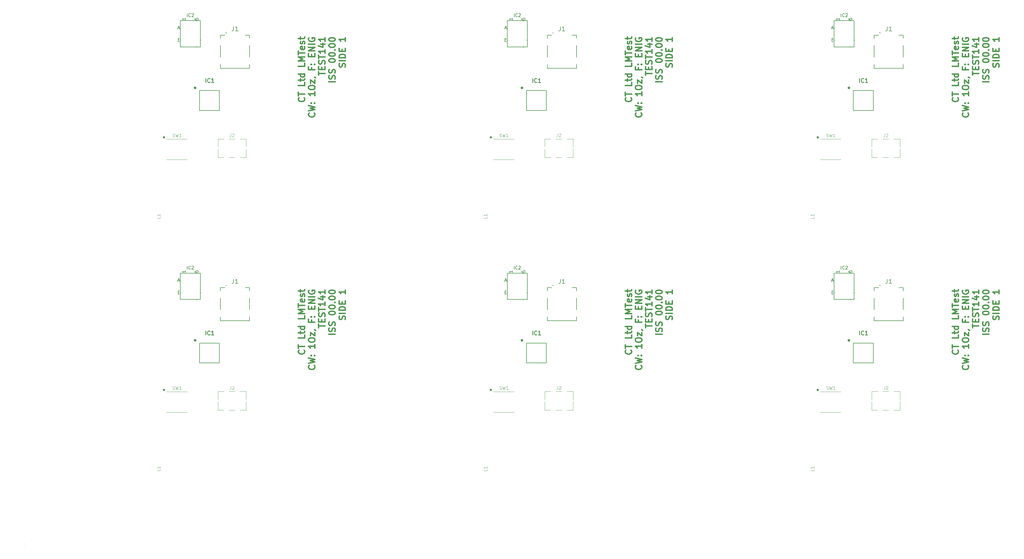
<source format=gbr>
%TF.GenerationSoftware,KiCad,Pcbnew,7.0.5*%
%TF.CreationDate,2023-09-05T09:46:38+01:00*%
%TF.ProjectId,PANELTEST141,50414e45-4c54-4455-9354-3134312e6b69,00.00*%
%TF.SameCoordinates,PX27b9fb5PYc4a79ca*%
%TF.FileFunction,Legend,Top*%
%TF.FilePolarity,Positive*%
%FSLAX46Y46*%
G04 Gerber Fmt 4.6, Leading zero omitted, Abs format (unit mm)*
G04 Created by KiCad (PCBNEW 7.0.5) date 2023-09-05 09:46:38*
%MOMM*%
%LPD*%
G01*
G04 APERTURE LIST*
%ADD10C,0.400000*%
%ADD11C,0.100000*%
%ADD12C,0.150000*%
%ADD13C,0.254000*%
%ADD14C,0.007874*%
%ADD15C,0.378936*%
%ADD16C,0.127000*%
%ADD17C,0.200000*%
%ADD18C,0.152400*%
%ADD19C,3.580000*%
%ADD20C,3.605000*%
%ADD21C,2.905000*%
%ADD22C,1.200000*%
%ADD23O,2.400000X4.100000*%
%ADD24R,2.750000X1.400000*%
%ADD25R,0.460000X0.420000*%
%ADD26C,1.000000*%
%ADD27R,0.508000X0.508000*%
%ADD28C,0.650000*%
%ADD29R,0.300000X0.700000*%
%ADD30O,0.800000X1.600000*%
%ADD31C,3.000000*%
%ADD32O,1.200000X0.900000*%
%ADD33O,1.600000X0.800000*%
%ADD34R,0.280000X1.060000*%
%ADD35C,1.498600*%
%ADD36C,1.524000*%
%ADD37R,1.475000X0.600000*%
%ADD38R,0.600000X1.475000*%
%ADD39C,0.355600*%
G04 APERTURE END LIST*
D10*
X295753832Y62028646D02*
X295849071Y61933408D01*
X295849071Y61933408D02*
X295944309Y61647694D01*
X295944309Y61647694D02*
X295944309Y61457218D01*
X295944309Y61457218D02*
X295849071Y61171503D01*
X295849071Y61171503D02*
X295658594Y60981027D01*
X295658594Y60981027D02*
X295468118Y60885789D01*
X295468118Y60885789D02*
X295087166Y60790551D01*
X295087166Y60790551D02*
X294801451Y60790551D01*
X294801451Y60790551D02*
X294420499Y60885789D01*
X294420499Y60885789D02*
X294230023Y60981027D01*
X294230023Y60981027D02*
X294039547Y61171503D01*
X294039547Y61171503D02*
X293944309Y61457218D01*
X293944309Y61457218D02*
X293944309Y61647694D01*
X293944309Y61647694D02*
X294039547Y61933408D01*
X294039547Y61933408D02*
X294134785Y62028646D01*
X293944309Y62600075D02*
X293944309Y63742932D01*
X295944309Y63171503D02*
X293944309Y63171503D01*
X295944309Y66885790D02*
X295944309Y65933409D01*
X295944309Y65933409D02*
X293944309Y65933409D01*
X294610975Y67266743D02*
X294610975Y68028647D01*
X293944309Y67552457D02*
X295658594Y67552457D01*
X295658594Y67552457D02*
X295849071Y67647695D01*
X295849071Y67647695D02*
X295944309Y67838171D01*
X295944309Y67838171D02*
X295944309Y68028647D01*
X295944309Y69552457D02*
X293944309Y69552457D01*
X295849071Y69552457D02*
X295944309Y69361981D01*
X295944309Y69361981D02*
X295944309Y68981028D01*
X295944309Y68981028D02*
X295849071Y68790552D01*
X295849071Y68790552D02*
X295753832Y68695314D01*
X295753832Y68695314D02*
X295563356Y68600076D01*
X295563356Y68600076D02*
X294991928Y68600076D01*
X294991928Y68600076D02*
X294801451Y68695314D01*
X294801451Y68695314D02*
X294706213Y68790552D01*
X294706213Y68790552D02*
X294610975Y68981028D01*
X294610975Y68981028D02*
X294610975Y69361981D01*
X294610975Y69361981D02*
X294706213Y69552457D01*
X295944309Y72981029D02*
X295944309Y72028648D01*
X295944309Y72028648D02*
X293944309Y72028648D01*
X295944309Y73647696D02*
X293944309Y73647696D01*
X293944309Y73647696D02*
X295372880Y74314363D01*
X295372880Y74314363D02*
X293944309Y74981029D01*
X293944309Y74981029D02*
X295944309Y74981029D01*
X293944309Y75647696D02*
X293944309Y76790553D01*
X295944309Y76219124D02*
X293944309Y76219124D01*
X295849071Y78219125D02*
X295944309Y78028649D01*
X295944309Y78028649D02*
X295944309Y77647696D01*
X295944309Y77647696D02*
X295849071Y77457220D01*
X295849071Y77457220D02*
X295658594Y77361982D01*
X295658594Y77361982D02*
X294896690Y77361982D01*
X294896690Y77361982D02*
X294706213Y77457220D01*
X294706213Y77457220D02*
X294610975Y77647696D01*
X294610975Y77647696D02*
X294610975Y78028649D01*
X294610975Y78028649D02*
X294706213Y78219125D01*
X294706213Y78219125D02*
X294896690Y78314363D01*
X294896690Y78314363D02*
X295087166Y78314363D01*
X295087166Y78314363D02*
X295277642Y77361982D01*
X295849071Y79076268D02*
X295944309Y79266744D01*
X295944309Y79266744D02*
X295944309Y79647696D01*
X295944309Y79647696D02*
X295849071Y79838173D01*
X295849071Y79838173D02*
X295658594Y79933411D01*
X295658594Y79933411D02*
X295563356Y79933411D01*
X295563356Y79933411D02*
X295372880Y79838173D01*
X295372880Y79838173D02*
X295277642Y79647696D01*
X295277642Y79647696D02*
X295277642Y79361982D01*
X295277642Y79361982D02*
X295182404Y79171506D01*
X295182404Y79171506D02*
X294991928Y79076268D01*
X294991928Y79076268D02*
X294896690Y79076268D01*
X294896690Y79076268D02*
X294706213Y79171506D01*
X294706213Y79171506D02*
X294610975Y79361982D01*
X294610975Y79361982D02*
X294610975Y79647696D01*
X294610975Y79647696D02*
X294706213Y79838173D01*
X294610975Y80504840D02*
X294610975Y81266744D01*
X293944309Y80790554D02*
X295658594Y80790554D01*
X295658594Y80790554D02*
X295849071Y80885792D01*
X295849071Y80885792D02*
X295944309Y81076268D01*
X295944309Y81076268D02*
X295944309Y81266744D01*
X298973832Y57171504D02*
X299069071Y57076266D01*
X299069071Y57076266D02*
X299164309Y56790552D01*
X299164309Y56790552D02*
X299164309Y56600076D01*
X299164309Y56600076D02*
X299069071Y56314361D01*
X299069071Y56314361D02*
X298878594Y56123885D01*
X298878594Y56123885D02*
X298688118Y56028647D01*
X298688118Y56028647D02*
X298307166Y55933409D01*
X298307166Y55933409D02*
X298021451Y55933409D01*
X298021451Y55933409D02*
X297640499Y56028647D01*
X297640499Y56028647D02*
X297450023Y56123885D01*
X297450023Y56123885D02*
X297259547Y56314361D01*
X297259547Y56314361D02*
X297164309Y56600076D01*
X297164309Y56600076D02*
X297164309Y56790552D01*
X297164309Y56790552D02*
X297259547Y57076266D01*
X297259547Y57076266D02*
X297354785Y57171504D01*
X297164309Y57838171D02*
X299164309Y58314361D01*
X299164309Y58314361D02*
X297735737Y58695314D01*
X297735737Y58695314D02*
X299164309Y59076266D01*
X299164309Y59076266D02*
X297164309Y59552456D01*
X298973832Y60314361D02*
X299069071Y60409599D01*
X299069071Y60409599D02*
X299164309Y60314361D01*
X299164309Y60314361D02*
X299069071Y60219123D01*
X299069071Y60219123D02*
X298973832Y60314361D01*
X298973832Y60314361D02*
X299164309Y60314361D01*
X297926213Y60314361D02*
X298021451Y60409599D01*
X298021451Y60409599D02*
X298116690Y60314361D01*
X298116690Y60314361D02*
X298021451Y60219123D01*
X298021451Y60219123D02*
X297926213Y60314361D01*
X297926213Y60314361D02*
X298116690Y60314361D01*
X299164309Y63838171D02*
X299164309Y62695314D01*
X299164309Y63266742D02*
X297164309Y63266742D01*
X297164309Y63266742D02*
X297450023Y63076266D01*
X297450023Y63076266D02*
X297640499Y62885790D01*
X297640499Y62885790D02*
X297735737Y62695314D01*
X297164309Y65076266D02*
X297164309Y65457219D01*
X297164309Y65457219D02*
X297259547Y65647695D01*
X297259547Y65647695D02*
X297450023Y65838171D01*
X297450023Y65838171D02*
X297830975Y65933409D01*
X297830975Y65933409D02*
X298497642Y65933409D01*
X298497642Y65933409D02*
X298878594Y65838171D01*
X298878594Y65838171D02*
X299069071Y65647695D01*
X299069071Y65647695D02*
X299164309Y65457219D01*
X299164309Y65457219D02*
X299164309Y65076266D01*
X299164309Y65076266D02*
X299069071Y64885790D01*
X299069071Y64885790D02*
X298878594Y64695314D01*
X298878594Y64695314D02*
X298497642Y64600076D01*
X298497642Y64600076D02*
X297830975Y64600076D01*
X297830975Y64600076D02*
X297450023Y64695314D01*
X297450023Y64695314D02*
X297259547Y64885790D01*
X297259547Y64885790D02*
X297164309Y65076266D01*
X297830975Y66600076D02*
X297830975Y67647695D01*
X297830975Y67647695D02*
X299164309Y66600076D01*
X299164309Y66600076D02*
X299164309Y67647695D01*
X299069071Y68504838D02*
X299164309Y68504838D01*
X299164309Y68504838D02*
X299354785Y68409600D01*
X299354785Y68409600D02*
X299450023Y68314362D01*
X298116690Y71552458D02*
X298116690Y70885791D01*
X299164309Y70885791D02*
X297164309Y70885791D01*
X297164309Y70885791D02*
X297164309Y71838172D01*
X298973832Y72600077D02*
X299069071Y72695315D01*
X299069071Y72695315D02*
X299164309Y72600077D01*
X299164309Y72600077D02*
X299069071Y72504839D01*
X299069071Y72504839D02*
X298973832Y72600077D01*
X298973832Y72600077D02*
X299164309Y72600077D01*
X297926213Y72600077D02*
X298021451Y72695315D01*
X298021451Y72695315D02*
X298116690Y72600077D01*
X298116690Y72600077D02*
X298021451Y72504839D01*
X298021451Y72504839D02*
X297926213Y72600077D01*
X297926213Y72600077D02*
X298116690Y72600077D01*
X298116690Y75076268D02*
X298116690Y75742935D01*
X299164309Y76028649D02*
X299164309Y75076268D01*
X299164309Y75076268D02*
X297164309Y75076268D01*
X297164309Y75076268D02*
X297164309Y76028649D01*
X299164309Y76885792D02*
X297164309Y76885792D01*
X297164309Y76885792D02*
X299164309Y78028649D01*
X299164309Y78028649D02*
X297164309Y78028649D01*
X299164309Y78981030D02*
X297164309Y78981030D01*
X297259547Y80981030D02*
X297164309Y80790554D01*
X297164309Y80790554D02*
X297164309Y80504840D01*
X297164309Y80504840D02*
X297259547Y80219125D01*
X297259547Y80219125D02*
X297450023Y80028649D01*
X297450023Y80028649D02*
X297640499Y79933411D01*
X297640499Y79933411D02*
X298021451Y79838173D01*
X298021451Y79838173D02*
X298307166Y79838173D01*
X298307166Y79838173D02*
X298688118Y79933411D01*
X298688118Y79933411D02*
X298878594Y80028649D01*
X298878594Y80028649D02*
X299069071Y80219125D01*
X299069071Y80219125D02*
X299164309Y80504840D01*
X299164309Y80504840D02*
X299164309Y80695316D01*
X299164309Y80695316D02*
X299069071Y80981030D01*
X299069071Y80981030D02*
X298973832Y81076268D01*
X298973832Y81076268D02*
X298307166Y81076268D01*
X298307166Y81076268D02*
X298307166Y80695316D01*
X300384309Y69171505D02*
X300384309Y70314362D01*
X302384309Y69742933D02*
X300384309Y69742933D01*
X301336690Y70981029D02*
X301336690Y71647696D01*
X302384309Y71933410D02*
X302384309Y70981029D01*
X302384309Y70981029D02*
X300384309Y70981029D01*
X300384309Y70981029D02*
X300384309Y71933410D01*
X302289071Y72695315D02*
X302384309Y72981029D01*
X302384309Y72981029D02*
X302384309Y73457220D01*
X302384309Y73457220D02*
X302289071Y73647696D01*
X302289071Y73647696D02*
X302193832Y73742934D01*
X302193832Y73742934D02*
X302003356Y73838172D01*
X302003356Y73838172D02*
X301812880Y73838172D01*
X301812880Y73838172D02*
X301622404Y73742934D01*
X301622404Y73742934D02*
X301527166Y73647696D01*
X301527166Y73647696D02*
X301431928Y73457220D01*
X301431928Y73457220D02*
X301336690Y73076267D01*
X301336690Y73076267D02*
X301241451Y72885791D01*
X301241451Y72885791D02*
X301146213Y72790553D01*
X301146213Y72790553D02*
X300955737Y72695315D01*
X300955737Y72695315D02*
X300765261Y72695315D01*
X300765261Y72695315D02*
X300574785Y72790553D01*
X300574785Y72790553D02*
X300479547Y72885791D01*
X300479547Y72885791D02*
X300384309Y73076267D01*
X300384309Y73076267D02*
X300384309Y73552458D01*
X300384309Y73552458D02*
X300479547Y73838172D01*
X300384309Y74409601D02*
X300384309Y75552458D01*
X302384309Y74981029D02*
X300384309Y74981029D01*
X302384309Y77266744D02*
X302384309Y76123887D01*
X302384309Y76695315D02*
X300384309Y76695315D01*
X300384309Y76695315D02*
X300670023Y76504839D01*
X300670023Y76504839D02*
X300860499Y76314363D01*
X300860499Y76314363D02*
X300955737Y76123887D01*
X301050975Y78981030D02*
X302384309Y78981030D01*
X300289071Y78504839D02*
X301717642Y78028649D01*
X301717642Y78028649D02*
X301717642Y79266744D01*
X302384309Y81076268D02*
X302384309Y79933411D01*
X302384309Y80504839D02*
X300384309Y80504839D01*
X300384309Y80504839D02*
X300670023Y80314363D01*
X300670023Y80314363D02*
X300860499Y80123887D01*
X300860499Y80123887D02*
X300955737Y79933411D01*
X305604309Y67076267D02*
X303604309Y67076267D01*
X305509071Y67933410D02*
X305604309Y68219124D01*
X305604309Y68219124D02*
X305604309Y68695315D01*
X305604309Y68695315D02*
X305509071Y68885791D01*
X305509071Y68885791D02*
X305413832Y68981029D01*
X305413832Y68981029D02*
X305223356Y69076267D01*
X305223356Y69076267D02*
X305032880Y69076267D01*
X305032880Y69076267D02*
X304842404Y68981029D01*
X304842404Y68981029D02*
X304747166Y68885791D01*
X304747166Y68885791D02*
X304651928Y68695315D01*
X304651928Y68695315D02*
X304556690Y68314362D01*
X304556690Y68314362D02*
X304461451Y68123886D01*
X304461451Y68123886D02*
X304366213Y68028648D01*
X304366213Y68028648D02*
X304175737Y67933410D01*
X304175737Y67933410D02*
X303985261Y67933410D01*
X303985261Y67933410D02*
X303794785Y68028648D01*
X303794785Y68028648D02*
X303699547Y68123886D01*
X303699547Y68123886D02*
X303604309Y68314362D01*
X303604309Y68314362D02*
X303604309Y68790553D01*
X303604309Y68790553D02*
X303699547Y69076267D01*
X305509071Y69838172D02*
X305604309Y70123886D01*
X305604309Y70123886D02*
X305604309Y70600077D01*
X305604309Y70600077D02*
X305509071Y70790553D01*
X305509071Y70790553D02*
X305413832Y70885791D01*
X305413832Y70885791D02*
X305223356Y70981029D01*
X305223356Y70981029D02*
X305032880Y70981029D01*
X305032880Y70981029D02*
X304842404Y70885791D01*
X304842404Y70885791D02*
X304747166Y70790553D01*
X304747166Y70790553D02*
X304651928Y70600077D01*
X304651928Y70600077D02*
X304556690Y70219124D01*
X304556690Y70219124D02*
X304461451Y70028648D01*
X304461451Y70028648D02*
X304366213Y69933410D01*
X304366213Y69933410D02*
X304175737Y69838172D01*
X304175737Y69838172D02*
X303985261Y69838172D01*
X303985261Y69838172D02*
X303794785Y69933410D01*
X303794785Y69933410D02*
X303699547Y70028648D01*
X303699547Y70028648D02*
X303604309Y70219124D01*
X303604309Y70219124D02*
X303604309Y70695315D01*
X303604309Y70695315D02*
X303699547Y70981029D01*
X303604309Y73742934D02*
X303604309Y73933411D01*
X303604309Y73933411D02*
X303699547Y74123887D01*
X303699547Y74123887D02*
X303794785Y74219125D01*
X303794785Y74219125D02*
X303985261Y74314363D01*
X303985261Y74314363D02*
X304366213Y74409601D01*
X304366213Y74409601D02*
X304842404Y74409601D01*
X304842404Y74409601D02*
X305223356Y74314363D01*
X305223356Y74314363D02*
X305413832Y74219125D01*
X305413832Y74219125D02*
X305509071Y74123887D01*
X305509071Y74123887D02*
X305604309Y73933411D01*
X305604309Y73933411D02*
X305604309Y73742934D01*
X305604309Y73742934D02*
X305509071Y73552458D01*
X305509071Y73552458D02*
X305413832Y73457220D01*
X305413832Y73457220D02*
X305223356Y73361982D01*
X305223356Y73361982D02*
X304842404Y73266744D01*
X304842404Y73266744D02*
X304366213Y73266744D01*
X304366213Y73266744D02*
X303985261Y73361982D01*
X303985261Y73361982D02*
X303794785Y73457220D01*
X303794785Y73457220D02*
X303699547Y73552458D01*
X303699547Y73552458D02*
X303604309Y73742934D01*
X303604309Y75647696D02*
X303604309Y75838173D01*
X303604309Y75838173D02*
X303699547Y76028649D01*
X303699547Y76028649D02*
X303794785Y76123887D01*
X303794785Y76123887D02*
X303985261Y76219125D01*
X303985261Y76219125D02*
X304366213Y76314363D01*
X304366213Y76314363D02*
X304842404Y76314363D01*
X304842404Y76314363D02*
X305223356Y76219125D01*
X305223356Y76219125D02*
X305413832Y76123887D01*
X305413832Y76123887D02*
X305509071Y76028649D01*
X305509071Y76028649D02*
X305604309Y75838173D01*
X305604309Y75838173D02*
X305604309Y75647696D01*
X305604309Y75647696D02*
X305509071Y75457220D01*
X305509071Y75457220D02*
X305413832Y75361982D01*
X305413832Y75361982D02*
X305223356Y75266744D01*
X305223356Y75266744D02*
X304842404Y75171506D01*
X304842404Y75171506D02*
X304366213Y75171506D01*
X304366213Y75171506D02*
X303985261Y75266744D01*
X303985261Y75266744D02*
X303794785Y75361982D01*
X303794785Y75361982D02*
X303699547Y75457220D01*
X303699547Y75457220D02*
X303604309Y75647696D01*
X305413832Y77171506D02*
X305509071Y77266744D01*
X305509071Y77266744D02*
X305604309Y77171506D01*
X305604309Y77171506D02*
X305509071Y77076268D01*
X305509071Y77076268D02*
X305413832Y77171506D01*
X305413832Y77171506D02*
X305604309Y77171506D01*
X303604309Y78504839D02*
X303604309Y78695316D01*
X303604309Y78695316D02*
X303699547Y78885792D01*
X303699547Y78885792D02*
X303794785Y78981030D01*
X303794785Y78981030D02*
X303985261Y79076268D01*
X303985261Y79076268D02*
X304366213Y79171506D01*
X304366213Y79171506D02*
X304842404Y79171506D01*
X304842404Y79171506D02*
X305223356Y79076268D01*
X305223356Y79076268D02*
X305413832Y78981030D01*
X305413832Y78981030D02*
X305509071Y78885792D01*
X305509071Y78885792D02*
X305604309Y78695316D01*
X305604309Y78695316D02*
X305604309Y78504839D01*
X305604309Y78504839D02*
X305509071Y78314363D01*
X305509071Y78314363D02*
X305413832Y78219125D01*
X305413832Y78219125D02*
X305223356Y78123887D01*
X305223356Y78123887D02*
X304842404Y78028649D01*
X304842404Y78028649D02*
X304366213Y78028649D01*
X304366213Y78028649D02*
X303985261Y78123887D01*
X303985261Y78123887D02*
X303794785Y78219125D01*
X303794785Y78219125D02*
X303699547Y78314363D01*
X303699547Y78314363D02*
X303604309Y78504839D01*
X303604309Y80409601D02*
X303604309Y80600078D01*
X303604309Y80600078D02*
X303699547Y80790554D01*
X303699547Y80790554D02*
X303794785Y80885792D01*
X303794785Y80885792D02*
X303985261Y80981030D01*
X303985261Y80981030D02*
X304366213Y81076268D01*
X304366213Y81076268D02*
X304842404Y81076268D01*
X304842404Y81076268D02*
X305223356Y80981030D01*
X305223356Y80981030D02*
X305413832Y80885792D01*
X305413832Y80885792D02*
X305509071Y80790554D01*
X305509071Y80790554D02*
X305604309Y80600078D01*
X305604309Y80600078D02*
X305604309Y80409601D01*
X305604309Y80409601D02*
X305509071Y80219125D01*
X305509071Y80219125D02*
X305413832Y80123887D01*
X305413832Y80123887D02*
X305223356Y80028649D01*
X305223356Y80028649D02*
X304842404Y79933411D01*
X304842404Y79933411D02*
X304366213Y79933411D01*
X304366213Y79933411D02*
X303985261Y80028649D01*
X303985261Y80028649D02*
X303794785Y80123887D01*
X303794785Y80123887D02*
X303699547Y80219125D01*
X303699547Y80219125D02*
X303604309Y80409601D01*
X308729071Y71742934D02*
X308824309Y72028648D01*
X308824309Y72028648D02*
X308824309Y72504839D01*
X308824309Y72504839D02*
X308729071Y72695315D01*
X308729071Y72695315D02*
X308633832Y72790553D01*
X308633832Y72790553D02*
X308443356Y72885791D01*
X308443356Y72885791D02*
X308252880Y72885791D01*
X308252880Y72885791D02*
X308062404Y72790553D01*
X308062404Y72790553D02*
X307967166Y72695315D01*
X307967166Y72695315D02*
X307871928Y72504839D01*
X307871928Y72504839D02*
X307776690Y72123886D01*
X307776690Y72123886D02*
X307681451Y71933410D01*
X307681451Y71933410D02*
X307586213Y71838172D01*
X307586213Y71838172D02*
X307395737Y71742934D01*
X307395737Y71742934D02*
X307205261Y71742934D01*
X307205261Y71742934D02*
X307014785Y71838172D01*
X307014785Y71838172D02*
X306919547Y71933410D01*
X306919547Y71933410D02*
X306824309Y72123886D01*
X306824309Y72123886D02*
X306824309Y72600077D01*
X306824309Y72600077D02*
X306919547Y72885791D01*
X308824309Y73742934D02*
X306824309Y73742934D01*
X308824309Y74695315D02*
X306824309Y74695315D01*
X306824309Y74695315D02*
X306824309Y75171505D01*
X306824309Y75171505D02*
X306919547Y75457220D01*
X306919547Y75457220D02*
X307110023Y75647696D01*
X307110023Y75647696D02*
X307300499Y75742934D01*
X307300499Y75742934D02*
X307681451Y75838172D01*
X307681451Y75838172D02*
X307967166Y75838172D01*
X307967166Y75838172D02*
X308348118Y75742934D01*
X308348118Y75742934D02*
X308538594Y75647696D01*
X308538594Y75647696D02*
X308729071Y75457220D01*
X308729071Y75457220D02*
X308824309Y75171505D01*
X308824309Y75171505D02*
X308824309Y74695315D01*
X307776690Y76695315D02*
X307776690Y77361982D01*
X308824309Y77647696D02*
X308824309Y76695315D01*
X308824309Y76695315D02*
X306824309Y76695315D01*
X306824309Y76695315D02*
X306824309Y77647696D01*
X308824309Y81076268D02*
X308824309Y79933411D01*
X308824309Y80504839D02*
X306824309Y80504839D01*
X306824309Y80504839D02*
X307110023Y80314363D01*
X307110023Y80314363D02*
X307300499Y80123887D01*
X307300499Y80123887D02*
X307395737Y79933411D01*
X88553832Y62028646D02*
X88649071Y61933408D01*
X88649071Y61933408D02*
X88744309Y61647694D01*
X88744309Y61647694D02*
X88744309Y61457218D01*
X88744309Y61457218D02*
X88649071Y61171503D01*
X88649071Y61171503D02*
X88458594Y60981027D01*
X88458594Y60981027D02*
X88268118Y60885789D01*
X88268118Y60885789D02*
X87887166Y60790551D01*
X87887166Y60790551D02*
X87601451Y60790551D01*
X87601451Y60790551D02*
X87220499Y60885789D01*
X87220499Y60885789D02*
X87030023Y60981027D01*
X87030023Y60981027D02*
X86839547Y61171503D01*
X86839547Y61171503D02*
X86744309Y61457218D01*
X86744309Y61457218D02*
X86744309Y61647694D01*
X86744309Y61647694D02*
X86839547Y61933408D01*
X86839547Y61933408D02*
X86934785Y62028646D01*
X86744309Y62600075D02*
X86744309Y63742932D01*
X88744309Y63171503D02*
X86744309Y63171503D01*
X88744309Y66885790D02*
X88744309Y65933409D01*
X88744309Y65933409D02*
X86744309Y65933409D01*
X87410975Y67266743D02*
X87410975Y68028647D01*
X86744309Y67552457D02*
X88458594Y67552457D01*
X88458594Y67552457D02*
X88649071Y67647695D01*
X88649071Y67647695D02*
X88744309Y67838171D01*
X88744309Y67838171D02*
X88744309Y68028647D01*
X88744309Y69552457D02*
X86744309Y69552457D01*
X88649071Y69552457D02*
X88744309Y69361981D01*
X88744309Y69361981D02*
X88744309Y68981028D01*
X88744309Y68981028D02*
X88649071Y68790552D01*
X88649071Y68790552D02*
X88553832Y68695314D01*
X88553832Y68695314D02*
X88363356Y68600076D01*
X88363356Y68600076D02*
X87791928Y68600076D01*
X87791928Y68600076D02*
X87601451Y68695314D01*
X87601451Y68695314D02*
X87506213Y68790552D01*
X87506213Y68790552D02*
X87410975Y68981028D01*
X87410975Y68981028D02*
X87410975Y69361981D01*
X87410975Y69361981D02*
X87506213Y69552457D01*
X88744309Y72981029D02*
X88744309Y72028648D01*
X88744309Y72028648D02*
X86744309Y72028648D01*
X88744309Y73647696D02*
X86744309Y73647696D01*
X86744309Y73647696D02*
X88172880Y74314363D01*
X88172880Y74314363D02*
X86744309Y74981029D01*
X86744309Y74981029D02*
X88744309Y74981029D01*
X86744309Y75647696D02*
X86744309Y76790553D01*
X88744309Y76219124D02*
X86744309Y76219124D01*
X88649071Y78219125D02*
X88744309Y78028649D01*
X88744309Y78028649D02*
X88744309Y77647696D01*
X88744309Y77647696D02*
X88649071Y77457220D01*
X88649071Y77457220D02*
X88458594Y77361982D01*
X88458594Y77361982D02*
X87696690Y77361982D01*
X87696690Y77361982D02*
X87506213Y77457220D01*
X87506213Y77457220D02*
X87410975Y77647696D01*
X87410975Y77647696D02*
X87410975Y78028649D01*
X87410975Y78028649D02*
X87506213Y78219125D01*
X87506213Y78219125D02*
X87696690Y78314363D01*
X87696690Y78314363D02*
X87887166Y78314363D01*
X87887166Y78314363D02*
X88077642Y77361982D01*
X88649071Y79076268D02*
X88744309Y79266744D01*
X88744309Y79266744D02*
X88744309Y79647696D01*
X88744309Y79647696D02*
X88649071Y79838173D01*
X88649071Y79838173D02*
X88458594Y79933411D01*
X88458594Y79933411D02*
X88363356Y79933411D01*
X88363356Y79933411D02*
X88172880Y79838173D01*
X88172880Y79838173D02*
X88077642Y79647696D01*
X88077642Y79647696D02*
X88077642Y79361982D01*
X88077642Y79361982D02*
X87982404Y79171506D01*
X87982404Y79171506D02*
X87791928Y79076268D01*
X87791928Y79076268D02*
X87696690Y79076268D01*
X87696690Y79076268D02*
X87506213Y79171506D01*
X87506213Y79171506D02*
X87410975Y79361982D01*
X87410975Y79361982D02*
X87410975Y79647696D01*
X87410975Y79647696D02*
X87506213Y79838173D01*
X87410975Y80504840D02*
X87410975Y81266744D01*
X86744309Y80790554D02*
X88458594Y80790554D01*
X88458594Y80790554D02*
X88649071Y80885792D01*
X88649071Y80885792D02*
X88744309Y81076268D01*
X88744309Y81076268D02*
X88744309Y81266744D01*
X91773832Y57171504D02*
X91869071Y57076266D01*
X91869071Y57076266D02*
X91964309Y56790552D01*
X91964309Y56790552D02*
X91964309Y56600076D01*
X91964309Y56600076D02*
X91869071Y56314361D01*
X91869071Y56314361D02*
X91678594Y56123885D01*
X91678594Y56123885D02*
X91488118Y56028647D01*
X91488118Y56028647D02*
X91107166Y55933409D01*
X91107166Y55933409D02*
X90821451Y55933409D01*
X90821451Y55933409D02*
X90440499Y56028647D01*
X90440499Y56028647D02*
X90250023Y56123885D01*
X90250023Y56123885D02*
X90059547Y56314361D01*
X90059547Y56314361D02*
X89964309Y56600076D01*
X89964309Y56600076D02*
X89964309Y56790552D01*
X89964309Y56790552D02*
X90059547Y57076266D01*
X90059547Y57076266D02*
X90154785Y57171504D01*
X89964309Y57838171D02*
X91964309Y58314361D01*
X91964309Y58314361D02*
X90535737Y58695314D01*
X90535737Y58695314D02*
X91964309Y59076266D01*
X91964309Y59076266D02*
X89964309Y59552456D01*
X91773832Y60314361D02*
X91869071Y60409599D01*
X91869071Y60409599D02*
X91964309Y60314361D01*
X91964309Y60314361D02*
X91869071Y60219123D01*
X91869071Y60219123D02*
X91773832Y60314361D01*
X91773832Y60314361D02*
X91964309Y60314361D01*
X90726213Y60314361D02*
X90821451Y60409599D01*
X90821451Y60409599D02*
X90916690Y60314361D01*
X90916690Y60314361D02*
X90821451Y60219123D01*
X90821451Y60219123D02*
X90726213Y60314361D01*
X90726213Y60314361D02*
X90916690Y60314361D01*
X91964309Y63838171D02*
X91964309Y62695314D01*
X91964309Y63266742D02*
X89964309Y63266742D01*
X89964309Y63266742D02*
X90250023Y63076266D01*
X90250023Y63076266D02*
X90440499Y62885790D01*
X90440499Y62885790D02*
X90535737Y62695314D01*
X89964309Y65076266D02*
X89964309Y65457219D01*
X89964309Y65457219D02*
X90059547Y65647695D01*
X90059547Y65647695D02*
X90250023Y65838171D01*
X90250023Y65838171D02*
X90630975Y65933409D01*
X90630975Y65933409D02*
X91297642Y65933409D01*
X91297642Y65933409D02*
X91678594Y65838171D01*
X91678594Y65838171D02*
X91869071Y65647695D01*
X91869071Y65647695D02*
X91964309Y65457219D01*
X91964309Y65457219D02*
X91964309Y65076266D01*
X91964309Y65076266D02*
X91869071Y64885790D01*
X91869071Y64885790D02*
X91678594Y64695314D01*
X91678594Y64695314D02*
X91297642Y64600076D01*
X91297642Y64600076D02*
X90630975Y64600076D01*
X90630975Y64600076D02*
X90250023Y64695314D01*
X90250023Y64695314D02*
X90059547Y64885790D01*
X90059547Y64885790D02*
X89964309Y65076266D01*
X90630975Y66600076D02*
X90630975Y67647695D01*
X90630975Y67647695D02*
X91964309Y66600076D01*
X91964309Y66600076D02*
X91964309Y67647695D01*
X91869071Y68504838D02*
X91964309Y68504838D01*
X91964309Y68504838D02*
X92154785Y68409600D01*
X92154785Y68409600D02*
X92250023Y68314362D01*
X90916690Y71552458D02*
X90916690Y70885791D01*
X91964309Y70885791D02*
X89964309Y70885791D01*
X89964309Y70885791D02*
X89964309Y71838172D01*
X91773832Y72600077D02*
X91869071Y72695315D01*
X91869071Y72695315D02*
X91964309Y72600077D01*
X91964309Y72600077D02*
X91869071Y72504839D01*
X91869071Y72504839D02*
X91773832Y72600077D01*
X91773832Y72600077D02*
X91964309Y72600077D01*
X90726213Y72600077D02*
X90821451Y72695315D01*
X90821451Y72695315D02*
X90916690Y72600077D01*
X90916690Y72600077D02*
X90821451Y72504839D01*
X90821451Y72504839D02*
X90726213Y72600077D01*
X90726213Y72600077D02*
X90916690Y72600077D01*
X90916690Y75076268D02*
X90916690Y75742935D01*
X91964309Y76028649D02*
X91964309Y75076268D01*
X91964309Y75076268D02*
X89964309Y75076268D01*
X89964309Y75076268D02*
X89964309Y76028649D01*
X91964309Y76885792D02*
X89964309Y76885792D01*
X89964309Y76885792D02*
X91964309Y78028649D01*
X91964309Y78028649D02*
X89964309Y78028649D01*
X91964309Y78981030D02*
X89964309Y78981030D01*
X90059547Y80981030D02*
X89964309Y80790554D01*
X89964309Y80790554D02*
X89964309Y80504840D01*
X89964309Y80504840D02*
X90059547Y80219125D01*
X90059547Y80219125D02*
X90250023Y80028649D01*
X90250023Y80028649D02*
X90440499Y79933411D01*
X90440499Y79933411D02*
X90821451Y79838173D01*
X90821451Y79838173D02*
X91107166Y79838173D01*
X91107166Y79838173D02*
X91488118Y79933411D01*
X91488118Y79933411D02*
X91678594Y80028649D01*
X91678594Y80028649D02*
X91869071Y80219125D01*
X91869071Y80219125D02*
X91964309Y80504840D01*
X91964309Y80504840D02*
X91964309Y80695316D01*
X91964309Y80695316D02*
X91869071Y80981030D01*
X91869071Y80981030D02*
X91773832Y81076268D01*
X91773832Y81076268D02*
X91107166Y81076268D01*
X91107166Y81076268D02*
X91107166Y80695316D01*
X93184309Y69171505D02*
X93184309Y70314362D01*
X95184309Y69742933D02*
X93184309Y69742933D01*
X94136690Y70981029D02*
X94136690Y71647696D01*
X95184309Y71933410D02*
X95184309Y70981029D01*
X95184309Y70981029D02*
X93184309Y70981029D01*
X93184309Y70981029D02*
X93184309Y71933410D01*
X95089071Y72695315D02*
X95184309Y72981029D01*
X95184309Y72981029D02*
X95184309Y73457220D01*
X95184309Y73457220D02*
X95089071Y73647696D01*
X95089071Y73647696D02*
X94993832Y73742934D01*
X94993832Y73742934D02*
X94803356Y73838172D01*
X94803356Y73838172D02*
X94612880Y73838172D01*
X94612880Y73838172D02*
X94422404Y73742934D01*
X94422404Y73742934D02*
X94327166Y73647696D01*
X94327166Y73647696D02*
X94231928Y73457220D01*
X94231928Y73457220D02*
X94136690Y73076267D01*
X94136690Y73076267D02*
X94041451Y72885791D01*
X94041451Y72885791D02*
X93946213Y72790553D01*
X93946213Y72790553D02*
X93755737Y72695315D01*
X93755737Y72695315D02*
X93565261Y72695315D01*
X93565261Y72695315D02*
X93374785Y72790553D01*
X93374785Y72790553D02*
X93279547Y72885791D01*
X93279547Y72885791D02*
X93184309Y73076267D01*
X93184309Y73076267D02*
X93184309Y73552458D01*
X93184309Y73552458D02*
X93279547Y73838172D01*
X93184309Y74409601D02*
X93184309Y75552458D01*
X95184309Y74981029D02*
X93184309Y74981029D01*
X95184309Y77266744D02*
X95184309Y76123887D01*
X95184309Y76695315D02*
X93184309Y76695315D01*
X93184309Y76695315D02*
X93470023Y76504839D01*
X93470023Y76504839D02*
X93660499Y76314363D01*
X93660499Y76314363D02*
X93755737Y76123887D01*
X93850975Y78981030D02*
X95184309Y78981030D01*
X93089071Y78504839D02*
X94517642Y78028649D01*
X94517642Y78028649D02*
X94517642Y79266744D01*
X95184309Y81076268D02*
X95184309Y79933411D01*
X95184309Y80504839D02*
X93184309Y80504839D01*
X93184309Y80504839D02*
X93470023Y80314363D01*
X93470023Y80314363D02*
X93660499Y80123887D01*
X93660499Y80123887D02*
X93755737Y79933411D01*
X98404309Y67076267D02*
X96404309Y67076267D01*
X98309071Y67933410D02*
X98404309Y68219124D01*
X98404309Y68219124D02*
X98404309Y68695315D01*
X98404309Y68695315D02*
X98309071Y68885791D01*
X98309071Y68885791D02*
X98213832Y68981029D01*
X98213832Y68981029D02*
X98023356Y69076267D01*
X98023356Y69076267D02*
X97832880Y69076267D01*
X97832880Y69076267D02*
X97642404Y68981029D01*
X97642404Y68981029D02*
X97547166Y68885791D01*
X97547166Y68885791D02*
X97451928Y68695315D01*
X97451928Y68695315D02*
X97356690Y68314362D01*
X97356690Y68314362D02*
X97261451Y68123886D01*
X97261451Y68123886D02*
X97166213Y68028648D01*
X97166213Y68028648D02*
X96975737Y67933410D01*
X96975737Y67933410D02*
X96785261Y67933410D01*
X96785261Y67933410D02*
X96594785Y68028648D01*
X96594785Y68028648D02*
X96499547Y68123886D01*
X96499547Y68123886D02*
X96404309Y68314362D01*
X96404309Y68314362D02*
X96404309Y68790553D01*
X96404309Y68790553D02*
X96499547Y69076267D01*
X98309071Y69838172D02*
X98404309Y70123886D01*
X98404309Y70123886D02*
X98404309Y70600077D01*
X98404309Y70600077D02*
X98309071Y70790553D01*
X98309071Y70790553D02*
X98213832Y70885791D01*
X98213832Y70885791D02*
X98023356Y70981029D01*
X98023356Y70981029D02*
X97832880Y70981029D01*
X97832880Y70981029D02*
X97642404Y70885791D01*
X97642404Y70885791D02*
X97547166Y70790553D01*
X97547166Y70790553D02*
X97451928Y70600077D01*
X97451928Y70600077D02*
X97356690Y70219124D01*
X97356690Y70219124D02*
X97261451Y70028648D01*
X97261451Y70028648D02*
X97166213Y69933410D01*
X97166213Y69933410D02*
X96975737Y69838172D01*
X96975737Y69838172D02*
X96785261Y69838172D01*
X96785261Y69838172D02*
X96594785Y69933410D01*
X96594785Y69933410D02*
X96499547Y70028648D01*
X96499547Y70028648D02*
X96404309Y70219124D01*
X96404309Y70219124D02*
X96404309Y70695315D01*
X96404309Y70695315D02*
X96499547Y70981029D01*
X96404309Y73742934D02*
X96404309Y73933411D01*
X96404309Y73933411D02*
X96499547Y74123887D01*
X96499547Y74123887D02*
X96594785Y74219125D01*
X96594785Y74219125D02*
X96785261Y74314363D01*
X96785261Y74314363D02*
X97166213Y74409601D01*
X97166213Y74409601D02*
X97642404Y74409601D01*
X97642404Y74409601D02*
X98023356Y74314363D01*
X98023356Y74314363D02*
X98213832Y74219125D01*
X98213832Y74219125D02*
X98309071Y74123887D01*
X98309071Y74123887D02*
X98404309Y73933411D01*
X98404309Y73933411D02*
X98404309Y73742934D01*
X98404309Y73742934D02*
X98309071Y73552458D01*
X98309071Y73552458D02*
X98213832Y73457220D01*
X98213832Y73457220D02*
X98023356Y73361982D01*
X98023356Y73361982D02*
X97642404Y73266744D01*
X97642404Y73266744D02*
X97166213Y73266744D01*
X97166213Y73266744D02*
X96785261Y73361982D01*
X96785261Y73361982D02*
X96594785Y73457220D01*
X96594785Y73457220D02*
X96499547Y73552458D01*
X96499547Y73552458D02*
X96404309Y73742934D01*
X96404309Y75647696D02*
X96404309Y75838173D01*
X96404309Y75838173D02*
X96499547Y76028649D01*
X96499547Y76028649D02*
X96594785Y76123887D01*
X96594785Y76123887D02*
X96785261Y76219125D01*
X96785261Y76219125D02*
X97166213Y76314363D01*
X97166213Y76314363D02*
X97642404Y76314363D01*
X97642404Y76314363D02*
X98023356Y76219125D01*
X98023356Y76219125D02*
X98213832Y76123887D01*
X98213832Y76123887D02*
X98309071Y76028649D01*
X98309071Y76028649D02*
X98404309Y75838173D01*
X98404309Y75838173D02*
X98404309Y75647696D01*
X98404309Y75647696D02*
X98309071Y75457220D01*
X98309071Y75457220D02*
X98213832Y75361982D01*
X98213832Y75361982D02*
X98023356Y75266744D01*
X98023356Y75266744D02*
X97642404Y75171506D01*
X97642404Y75171506D02*
X97166213Y75171506D01*
X97166213Y75171506D02*
X96785261Y75266744D01*
X96785261Y75266744D02*
X96594785Y75361982D01*
X96594785Y75361982D02*
X96499547Y75457220D01*
X96499547Y75457220D02*
X96404309Y75647696D01*
X98213832Y77171506D02*
X98309071Y77266744D01*
X98309071Y77266744D02*
X98404309Y77171506D01*
X98404309Y77171506D02*
X98309071Y77076268D01*
X98309071Y77076268D02*
X98213832Y77171506D01*
X98213832Y77171506D02*
X98404309Y77171506D01*
X96404309Y78504839D02*
X96404309Y78695316D01*
X96404309Y78695316D02*
X96499547Y78885792D01*
X96499547Y78885792D02*
X96594785Y78981030D01*
X96594785Y78981030D02*
X96785261Y79076268D01*
X96785261Y79076268D02*
X97166213Y79171506D01*
X97166213Y79171506D02*
X97642404Y79171506D01*
X97642404Y79171506D02*
X98023356Y79076268D01*
X98023356Y79076268D02*
X98213832Y78981030D01*
X98213832Y78981030D02*
X98309071Y78885792D01*
X98309071Y78885792D02*
X98404309Y78695316D01*
X98404309Y78695316D02*
X98404309Y78504839D01*
X98404309Y78504839D02*
X98309071Y78314363D01*
X98309071Y78314363D02*
X98213832Y78219125D01*
X98213832Y78219125D02*
X98023356Y78123887D01*
X98023356Y78123887D02*
X97642404Y78028649D01*
X97642404Y78028649D02*
X97166213Y78028649D01*
X97166213Y78028649D02*
X96785261Y78123887D01*
X96785261Y78123887D02*
X96594785Y78219125D01*
X96594785Y78219125D02*
X96499547Y78314363D01*
X96499547Y78314363D02*
X96404309Y78504839D01*
X96404309Y80409601D02*
X96404309Y80600078D01*
X96404309Y80600078D02*
X96499547Y80790554D01*
X96499547Y80790554D02*
X96594785Y80885792D01*
X96594785Y80885792D02*
X96785261Y80981030D01*
X96785261Y80981030D02*
X97166213Y81076268D01*
X97166213Y81076268D02*
X97642404Y81076268D01*
X97642404Y81076268D02*
X98023356Y80981030D01*
X98023356Y80981030D02*
X98213832Y80885792D01*
X98213832Y80885792D02*
X98309071Y80790554D01*
X98309071Y80790554D02*
X98404309Y80600078D01*
X98404309Y80600078D02*
X98404309Y80409601D01*
X98404309Y80409601D02*
X98309071Y80219125D01*
X98309071Y80219125D02*
X98213832Y80123887D01*
X98213832Y80123887D02*
X98023356Y80028649D01*
X98023356Y80028649D02*
X97642404Y79933411D01*
X97642404Y79933411D02*
X97166213Y79933411D01*
X97166213Y79933411D02*
X96785261Y80028649D01*
X96785261Y80028649D02*
X96594785Y80123887D01*
X96594785Y80123887D02*
X96499547Y80219125D01*
X96499547Y80219125D02*
X96404309Y80409601D01*
X101529071Y71742934D02*
X101624309Y72028648D01*
X101624309Y72028648D02*
X101624309Y72504839D01*
X101624309Y72504839D02*
X101529071Y72695315D01*
X101529071Y72695315D02*
X101433832Y72790553D01*
X101433832Y72790553D02*
X101243356Y72885791D01*
X101243356Y72885791D02*
X101052880Y72885791D01*
X101052880Y72885791D02*
X100862404Y72790553D01*
X100862404Y72790553D02*
X100767166Y72695315D01*
X100767166Y72695315D02*
X100671928Y72504839D01*
X100671928Y72504839D02*
X100576690Y72123886D01*
X100576690Y72123886D02*
X100481451Y71933410D01*
X100481451Y71933410D02*
X100386213Y71838172D01*
X100386213Y71838172D02*
X100195737Y71742934D01*
X100195737Y71742934D02*
X100005261Y71742934D01*
X100005261Y71742934D02*
X99814785Y71838172D01*
X99814785Y71838172D02*
X99719547Y71933410D01*
X99719547Y71933410D02*
X99624309Y72123886D01*
X99624309Y72123886D02*
X99624309Y72600077D01*
X99624309Y72600077D02*
X99719547Y72885791D01*
X101624309Y73742934D02*
X99624309Y73742934D01*
X101624309Y74695315D02*
X99624309Y74695315D01*
X99624309Y74695315D02*
X99624309Y75171505D01*
X99624309Y75171505D02*
X99719547Y75457220D01*
X99719547Y75457220D02*
X99910023Y75647696D01*
X99910023Y75647696D02*
X100100499Y75742934D01*
X100100499Y75742934D02*
X100481451Y75838172D01*
X100481451Y75838172D02*
X100767166Y75838172D01*
X100767166Y75838172D02*
X101148118Y75742934D01*
X101148118Y75742934D02*
X101338594Y75647696D01*
X101338594Y75647696D02*
X101529071Y75457220D01*
X101529071Y75457220D02*
X101624309Y75171505D01*
X101624309Y75171505D02*
X101624309Y74695315D01*
X100576690Y76695315D02*
X100576690Y77361982D01*
X101624309Y77647696D02*
X101624309Y76695315D01*
X101624309Y76695315D02*
X99624309Y76695315D01*
X99624309Y76695315D02*
X99624309Y77647696D01*
X101624309Y81076268D02*
X101624309Y79933411D01*
X101624309Y80504839D02*
X99624309Y80504839D01*
X99624309Y80504839D02*
X99910023Y80314363D01*
X99910023Y80314363D02*
X100100499Y80123887D01*
X100100499Y80123887D02*
X100195737Y79933411D01*
X192153832Y142148646D02*
X192249071Y142053408D01*
X192249071Y142053408D02*
X192344309Y141767694D01*
X192344309Y141767694D02*
X192344309Y141577218D01*
X192344309Y141577218D02*
X192249071Y141291503D01*
X192249071Y141291503D02*
X192058594Y141101027D01*
X192058594Y141101027D02*
X191868118Y141005789D01*
X191868118Y141005789D02*
X191487166Y140910551D01*
X191487166Y140910551D02*
X191201451Y140910551D01*
X191201451Y140910551D02*
X190820499Y141005789D01*
X190820499Y141005789D02*
X190630023Y141101027D01*
X190630023Y141101027D02*
X190439547Y141291503D01*
X190439547Y141291503D02*
X190344309Y141577218D01*
X190344309Y141577218D02*
X190344309Y141767694D01*
X190344309Y141767694D02*
X190439547Y142053408D01*
X190439547Y142053408D02*
X190534785Y142148646D01*
X190344309Y142720075D02*
X190344309Y143862932D01*
X192344309Y143291503D02*
X190344309Y143291503D01*
X192344309Y147005790D02*
X192344309Y146053409D01*
X192344309Y146053409D02*
X190344309Y146053409D01*
X191010975Y147386743D02*
X191010975Y148148647D01*
X190344309Y147672457D02*
X192058594Y147672457D01*
X192058594Y147672457D02*
X192249071Y147767695D01*
X192249071Y147767695D02*
X192344309Y147958171D01*
X192344309Y147958171D02*
X192344309Y148148647D01*
X192344309Y149672457D02*
X190344309Y149672457D01*
X192249071Y149672457D02*
X192344309Y149481981D01*
X192344309Y149481981D02*
X192344309Y149101028D01*
X192344309Y149101028D02*
X192249071Y148910552D01*
X192249071Y148910552D02*
X192153832Y148815314D01*
X192153832Y148815314D02*
X191963356Y148720076D01*
X191963356Y148720076D02*
X191391928Y148720076D01*
X191391928Y148720076D02*
X191201451Y148815314D01*
X191201451Y148815314D02*
X191106213Y148910552D01*
X191106213Y148910552D02*
X191010975Y149101028D01*
X191010975Y149101028D02*
X191010975Y149481981D01*
X191010975Y149481981D02*
X191106213Y149672457D01*
X192344309Y153101029D02*
X192344309Y152148648D01*
X192344309Y152148648D02*
X190344309Y152148648D01*
X192344309Y153767696D02*
X190344309Y153767696D01*
X190344309Y153767696D02*
X191772880Y154434363D01*
X191772880Y154434363D02*
X190344309Y155101029D01*
X190344309Y155101029D02*
X192344309Y155101029D01*
X190344309Y155767696D02*
X190344309Y156910553D01*
X192344309Y156339124D02*
X190344309Y156339124D01*
X192249071Y158339125D02*
X192344309Y158148649D01*
X192344309Y158148649D02*
X192344309Y157767696D01*
X192344309Y157767696D02*
X192249071Y157577220D01*
X192249071Y157577220D02*
X192058594Y157481982D01*
X192058594Y157481982D02*
X191296690Y157481982D01*
X191296690Y157481982D02*
X191106213Y157577220D01*
X191106213Y157577220D02*
X191010975Y157767696D01*
X191010975Y157767696D02*
X191010975Y158148649D01*
X191010975Y158148649D02*
X191106213Y158339125D01*
X191106213Y158339125D02*
X191296690Y158434363D01*
X191296690Y158434363D02*
X191487166Y158434363D01*
X191487166Y158434363D02*
X191677642Y157481982D01*
X192249071Y159196268D02*
X192344309Y159386744D01*
X192344309Y159386744D02*
X192344309Y159767696D01*
X192344309Y159767696D02*
X192249071Y159958173D01*
X192249071Y159958173D02*
X192058594Y160053411D01*
X192058594Y160053411D02*
X191963356Y160053411D01*
X191963356Y160053411D02*
X191772880Y159958173D01*
X191772880Y159958173D02*
X191677642Y159767696D01*
X191677642Y159767696D02*
X191677642Y159481982D01*
X191677642Y159481982D02*
X191582404Y159291506D01*
X191582404Y159291506D02*
X191391928Y159196268D01*
X191391928Y159196268D02*
X191296690Y159196268D01*
X191296690Y159196268D02*
X191106213Y159291506D01*
X191106213Y159291506D02*
X191010975Y159481982D01*
X191010975Y159481982D02*
X191010975Y159767696D01*
X191010975Y159767696D02*
X191106213Y159958173D01*
X191010975Y160624840D02*
X191010975Y161386744D01*
X190344309Y160910554D02*
X192058594Y160910554D01*
X192058594Y160910554D02*
X192249071Y161005792D01*
X192249071Y161005792D02*
X192344309Y161196268D01*
X192344309Y161196268D02*
X192344309Y161386744D01*
X195373832Y137291504D02*
X195469071Y137196266D01*
X195469071Y137196266D02*
X195564309Y136910552D01*
X195564309Y136910552D02*
X195564309Y136720076D01*
X195564309Y136720076D02*
X195469071Y136434361D01*
X195469071Y136434361D02*
X195278594Y136243885D01*
X195278594Y136243885D02*
X195088118Y136148647D01*
X195088118Y136148647D02*
X194707166Y136053409D01*
X194707166Y136053409D02*
X194421451Y136053409D01*
X194421451Y136053409D02*
X194040499Y136148647D01*
X194040499Y136148647D02*
X193850023Y136243885D01*
X193850023Y136243885D02*
X193659547Y136434361D01*
X193659547Y136434361D02*
X193564309Y136720076D01*
X193564309Y136720076D02*
X193564309Y136910552D01*
X193564309Y136910552D02*
X193659547Y137196266D01*
X193659547Y137196266D02*
X193754785Y137291504D01*
X193564309Y137958171D02*
X195564309Y138434361D01*
X195564309Y138434361D02*
X194135737Y138815314D01*
X194135737Y138815314D02*
X195564309Y139196266D01*
X195564309Y139196266D02*
X193564309Y139672456D01*
X195373832Y140434361D02*
X195469071Y140529599D01*
X195469071Y140529599D02*
X195564309Y140434361D01*
X195564309Y140434361D02*
X195469071Y140339123D01*
X195469071Y140339123D02*
X195373832Y140434361D01*
X195373832Y140434361D02*
X195564309Y140434361D01*
X194326213Y140434361D02*
X194421451Y140529599D01*
X194421451Y140529599D02*
X194516690Y140434361D01*
X194516690Y140434361D02*
X194421451Y140339123D01*
X194421451Y140339123D02*
X194326213Y140434361D01*
X194326213Y140434361D02*
X194516690Y140434361D01*
X195564309Y143958171D02*
X195564309Y142815314D01*
X195564309Y143386742D02*
X193564309Y143386742D01*
X193564309Y143386742D02*
X193850023Y143196266D01*
X193850023Y143196266D02*
X194040499Y143005790D01*
X194040499Y143005790D02*
X194135737Y142815314D01*
X193564309Y145196266D02*
X193564309Y145577219D01*
X193564309Y145577219D02*
X193659547Y145767695D01*
X193659547Y145767695D02*
X193850023Y145958171D01*
X193850023Y145958171D02*
X194230975Y146053409D01*
X194230975Y146053409D02*
X194897642Y146053409D01*
X194897642Y146053409D02*
X195278594Y145958171D01*
X195278594Y145958171D02*
X195469071Y145767695D01*
X195469071Y145767695D02*
X195564309Y145577219D01*
X195564309Y145577219D02*
X195564309Y145196266D01*
X195564309Y145196266D02*
X195469071Y145005790D01*
X195469071Y145005790D02*
X195278594Y144815314D01*
X195278594Y144815314D02*
X194897642Y144720076D01*
X194897642Y144720076D02*
X194230975Y144720076D01*
X194230975Y144720076D02*
X193850023Y144815314D01*
X193850023Y144815314D02*
X193659547Y145005790D01*
X193659547Y145005790D02*
X193564309Y145196266D01*
X194230975Y146720076D02*
X194230975Y147767695D01*
X194230975Y147767695D02*
X195564309Y146720076D01*
X195564309Y146720076D02*
X195564309Y147767695D01*
X195469071Y148624838D02*
X195564309Y148624838D01*
X195564309Y148624838D02*
X195754785Y148529600D01*
X195754785Y148529600D02*
X195850023Y148434362D01*
X194516690Y151672458D02*
X194516690Y151005791D01*
X195564309Y151005791D02*
X193564309Y151005791D01*
X193564309Y151005791D02*
X193564309Y151958172D01*
X195373832Y152720077D02*
X195469071Y152815315D01*
X195469071Y152815315D02*
X195564309Y152720077D01*
X195564309Y152720077D02*
X195469071Y152624839D01*
X195469071Y152624839D02*
X195373832Y152720077D01*
X195373832Y152720077D02*
X195564309Y152720077D01*
X194326213Y152720077D02*
X194421451Y152815315D01*
X194421451Y152815315D02*
X194516690Y152720077D01*
X194516690Y152720077D02*
X194421451Y152624839D01*
X194421451Y152624839D02*
X194326213Y152720077D01*
X194326213Y152720077D02*
X194516690Y152720077D01*
X194516690Y155196268D02*
X194516690Y155862935D01*
X195564309Y156148649D02*
X195564309Y155196268D01*
X195564309Y155196268D02*
X193564309Y155196268D01*
X193564309Y155196268D02*
X193564309Y156148649D01*
X195564309Y157005792D02*
X193564309Y157005792D01*
X193564309Y157005792D02*
X195564309Y158148649D01*
X195564309Y158148649D02*
X193564309Y158148649D01*
X195564309Y159101030D02*
X193564309Y159101030D01*
X193659547Y161101030D02*
X193564309Y160910554D01*
X193564309Y160910554D02*
X193564309Y160624840D01*
X193564309Y160624840D02*
X193659547Y160339125D01*
X193659547Y160339125D02*
X193850023Y160148649D01*
X193850023Y160148649D02*
X194040499Y160053411D01*
X194040499Y160053411D02*
X194421451Y159958173D01*
X194421451Y159958173D02*
X194707166Y159958173D01*
X194707166Y159958173D02*
X195088118Y160053411D01*
X195088118Y160053411D02*
X195278594Y160148649D01*
X195278594Y160148649D02*
X195469071Y160339125D01*
X195469071Y160339125D02*
X195564309Y160624840D01*
X195564309Y160624840D02*
X195564309Y160815316D01*
X195564309Y160815316D02*
X195469071Y161101030D01*
X195469071Y161101030D02*
X195373832Y161196268D01*
X195373832Y161196268D02*
X194707166Y161196268D01*
X194707166Y161196268D02*
X194707166Y160815316D01*
X196784309Y149291505D02*
X196784309Y150434362D01*
X198784309Y149862933D02*
X196784309Y149862933D01*
X197736690Y151101029D02*
X197736690Y151767696D01*
X198784309Y152053410D02*
X198784309Y151101029D01*
X198784309Y151101029D02*
X196784309Y151101029D01*
X196784309Y151101029D02*
X196784309Y152053410D01*
X198689071Y152815315D02*
X198784309Y153101029D01*
X198784309Y153101029D02*
X198784309Y153577220D01*
X198784309Y153577220D02*
X198689071Y153767696D01*
X198689071Y153767696D02*
X198593832Y153862934D01*
X198593832Y153862934D02*
X198403356Y153958172D01*
X198403356Y153958172D02*
X198212880Y153958172D01*
X198212880Y153958172D02*
X198022404Y153862934D01*
X198022404Y153862934D02*
X197927166Y153767696D01*
X197927166Y153767696D02*
X197831928Y153577220D01*
X197831928Y153577220D02*
X197736690Y153196267D01*
X197736690Y153196267D02*
X197641451Y153005791D01*
X197641451Y153005791D02*
X197546213Y152910553D01*
X197546213Y152910553D02*
X197355737Y152815315D01*
X197355737Y152815315D02*
X197165261Y152815315D01*
X197165261Y152815315D02*
X196974785Y152910553D01*
X196974785Y152910553D02*
X196879547Y153005791D01*
X196879547Y153005791D02*
X196784309Y153196267D01*
X196784309Y153196267D02*
X196784309Y153672458D01*
X196784309Y153672458D02*
X196879547Y153958172D01*
X196784309Y154529601D02*
X196784309Y155672458D01*
X198784309Y155101029D02*
X196784309Y155101029D01*
X198784309Y157386744D02*
X198784309Y156243887D01*
X198784309Y156815315D02*
X196784309Y156815315D01*
X196784309Y156815315D02*
X197070023Y156624839D01*
X197070023Y156624839D02*
X197260499Y156434363D01*
X197260499Y156434363D02*
X197355737Y156243887D01*
X197450975Y159101030D02*
X198784309Y159101030D01*
X196689071Y158624839D02*
X198117642Y158148649D01*
X198117642Y158148649D02*
X198117642Y159386744D01*
X198784309Y161196268D02*
X198784309Y160053411D01*
X198784309Y160624839D02*
X196784309Y160624839D01*
X196784309Y160624839D02*
X197070023Y160434363D01*
X197070023Y160434363D02*
X197260499Y160243887D01*
X197260499Y160243887D02*
X197355737Y160053411D01*
X202004309Y147196267D02*
X200004309Y147196267D01*
X201909071Y148053410D02*
X202004309Y148339124D01*
X202004309Y148339124D02*
X202004309Y148815315D01*
X202004309Y148815315D02*
X201909071Y149005791D01*
X201909071Y149005791D02*
X201813832Y149101029D01*
X201813832Y149101029D02*
X201623356Y149196267D01*
X201623356Y149196267D02*
X201432880Y149196267D01*
X201432880Y149196267D02*
X201242404Y149101029D01*
X201242404Y149101029D02*
X201147166Y149005791D01*
X201147166Y149005791D02*
X201051928Y148815315D01*
X201051928Y148815315D02*
X200956690Y148434362D01*
X200956690Y148434362D02*
X200861451Y148243886D01*
X200861451Y148243886D02*
X200766213Y148148648D01*
X200766213Y148148648D02*
X200575737Y148053410D01*
X200575737Y148053410D02*
X200385261Y148053410D01*
X200385261Y148053410D02*
X200194785Y148148648D01*
X200194785Y148148648D02*
X200099547Y148243886D01*
X200099547Y148243886D02*
X200004309Y148434362D01*
X200004309Y148434362D02*
X200004309Y148910553D01*
X200004309Y148910553D02*
X200099547Y149196267D01*
X201909071Y149958172D02*
X202004309Y150243886D01*
X202004309Y150243886D02*
X202004309Y150720077D01*
X202004309Y150720077D02*
X201909071Y150910553D01*
X201909071Y150910553D02*
X201813832Y151005791D01*
X201813832Y151005791D02*
X201623356Y151101029D01*
X201623356Y151101029D02*
X201432880Y151101029D01*
X201432880Y151101029D02*
X201242404Y151005791D01*
X201242404Y151005791D02*
X201147166Y150910553D01*
X201147166Y150910553D02*
X201051928Y150720077D01*
X201051928Y150720077D02*
X200956690Y150339124D01*
X200956690Y150339124D02*
X200861451Y150148648D01*
X200861451Y150148648D02*
X200766213Y150053410D01*
X200766213Y150053410D02*
X200575737Y149958172D01*
X200575737Y149958172D02*
X200385261Y149958172D01*
X200385261Y149958172D02*
X200194785Y150053410D01*
X200194785Y150053410D02*
X200099547Y150148648D01*
X200099547Y150148648D02*
X200004309Y150339124D01*
X200004309Y150339124D02*
X200004309Y150815315D01*
X200004309Y150815315D02*
X200099547Y151101029D01*
X200004309Y153862934D02*
X200004309Y154053411D01*
X200004309Y154053411D02*
X200099547Y154243887D01*
X200099547Y154243887D02*
X200194785Y154339125D01*
X200194785Y154339125D02*
X200385261Y154434363D01*
X200385261Y154434363D02*
X200766213Y154529601D01*
X200766213Y154529601D02*
X201242404Y154529601D01*
X201242404Y154529601D02*
X201623356Y154434363D01*
X201623356Y154434363D02*
X201813832Y154339125D01*
X201813832Y154339125D02*
X201909071Y154243887D01*
X201909071Y154243887D02*
X202004309Y154053411D01*
X202004309Y154053411D02*
X202004309Y153862934D01*
X202004309Y153862934D02*
X201909071Y153672458D01*
X201909071Y153672458D02*
X201813832Y153577220D01*
X201813832Y153577220D02*
X201623356Y153481982D01*
X201623356Y153481982D02*
X201242404Y153386744D01*
X201242404Y153386744D02*
X200766213Y153386744D01*
X200766213Y153386744D02*
X200385261Y153481982D01*
X200385261Y153481982D02*
X200194785Y153577220D01*
X200194785Y153577220D02*
X200099547Y153672458D01*
X200099547Y153672458D02*
X200004309Y153862934D01*
X200004309Y155767696D02*
X200004309Y155958173D01*
X200004309Y155958173D02*
X200099547Y156148649D01*
X200099547Y156148649D02*
X200194785Y156243887D01*
X200194785Y156243887D02*
X200385261Y156339125D01*
X200385261Y156339125D02*
X200766213Y156434363D01*
X200766213Y156434363D02*
X201242404Y156434363D01*
X201242404Y156434363D02*
X201623356Y156339125D01*
X201623356Y156339125D02*
X201813832Y156243887D01*
X201813832Y156243887D02*
X201909071Y156148649D01*
X201909071Y156148649D02*
X202004309Y155958173D01*
X202004309Y155958173D02*
X202004309Y155767696D01*
X202004309Y155767696D02*
X201909071Y155577220D01*
X201909071Y155577220D02*
X201813832Y155481982D01*
X201813832Y155481982D02*
X201623356Y155386744D01*
X201623356Y155386744D02*
X201242404Y155291506D01*
X201242404Y155291506D02*
X200766213Y155291506D01*
X200766213Y155291506D02*
X200385261Y155386744D01*
X200385261Y155386744D02*
X200194785Y155481982D01*
X200194785Y155481982D02*
X200099547Y155577220D01*
X200099547Y155577220D02*
X200004309Y155767696D01*
X201813832Y157291506D02*
X201909071Y157386744D01*
X201909071Y157386744D02*
X202004309Y157291506D01*
X202004309Y157291506D02*
X201909071Y157196268D01*
X201909071Y157196268D02*
X201813832Y157291506D01*
X201813832Y157291506D02*
X202004309Y157291506D01*
X200004309Y158624839D02*
X200004309Y158815316D01*
X200004309Y158815316D02*
X200099547Y159005792D01*
X200099547Y159005792D02*
X200194785Y159101030D01*
X200194785Y159101030D02*
X200385261Y159196268D01*
X200385261Y159196268D02*
X200766213Y159291506D01*
X200766213Y159291506D02*
X201242404Y159291506D01*
X201242404Y159291506D02*
X201623356Y159196268D01*
X201623356Y159196268D02*
X201813832Y159101030D01*
X201813832Y159101030D02*
X201909071Y159005792D01*
X201909071Y159005792D02*
X202004309Y158815316D01*
X202004309Y158815316D02*
X202004309Y158624839D01*
X202004309Y158624839D02*
X201909071Y158434363D01*
X201909071Y158434363D02*
X201813832Y158339125D01*
X201813832Y158339125D02*
X201623356Y158243887D01*
X201623356Y158243887D02*
X201242404Y158148649D01*
X201242404Y158148649D02*
X200766213Y158148649D01*
X200766213Y158148649D02*
X200385261Y158243887D01*
X200385261Y158243887D02*
X200194785Y158339125D01*
X200194785Y158339125D02*
X200099547Y158434363D01*
X200099547Y158434363D02*
X200004309Y158624839D01*
X200004309Y160529601D02*
X200004309Y160720078D01*
X200004309Y160720078D02*
X200099547Y160910554D01*
X200099547Y160910554D02*
X200194785Y161005792D01*
X200194785Y161005792D02*
X200385261Y161101030D01*
X200385261Y161101030D02*
X200766213Y161196268D01*
X200766213Y161196268D02*
X201242404Y161196268D01*
X201242404Y161196268D02*
X201623356Y161101030D01*
X201623356Y161101030D02*
X201813832Y161005792D01*
X201813832Y161005792D02*
X201909071Y160910554D01*
X201909071Y160910554D02*
X202004309Y160720078D01*
X202004309Y160720078D02*
X202004309Y160529601D01*
X202004309Y160529601D02*
X201909071Y160339125D01*
X201909071Y160339125D02*
X201813832Y160243887D01*
X201813832Y160243887D02*
X201623356Y160148649D01*
X201623356Y160148649D02*
X201242404Y160053411D01*
X201242404Y160053411D02*
X200766213Y160053411D01*
X200766213Y160053411D02*
X200385261Y160148649D01*
X200385261Y160148649D02*
X200194785Y160243887D01*
X200194785Y160243887D02*
X200099547Y160339125D01*
X200099547Y160339125D02*
X200004309Y160529601D01*
X205129071Y151862934D02*
X205224309Y152148648D01*
X205224309Y152148648D02*
X205224309Y152624839D01*
X205224309Y152624839D02*
X205129071Y152815315D01*
X205129071Y152815315D02*
X205033832Y152910553D01*
X205033832Y152910553D02*
X204843356Y153005791D01*
X204843356Y153005791D02*
X204652880Y153005791D01*
X204652880Y153005791D02*
X204462404Y152910553D01*
X204462404Y152910553D02*
X204367166Y152815315D01*
X204367166Y152815315D02*
X204271928Y152624839D01*
X204271928Y152624839D02*
X204176690Y152243886D01*
X204176690Y152243886D02*
X204081451Y152053410D01*
X204081451Y152053410D02*
X203986213Y151958172D01*
X203986213Y151958172D02*
X203795737Y151862934D01*
X203795737Y151862934D02*
X203605261Y151862934D01*
X203605261Y151862934D02*
X203414785Y151958172D01*
X203414785Y151958172D02*
X203319547Y152053410D01*
X203319547Y152053410D02*
X203224309Y152243886D01*
X203224309Y152243886D02*
X203224309Y152720077D01*
X203224309Y152720077D02*
X203319547Y153005791D01*
X205224309Y153862934D02*
X203224309Y153862934D01*
X205224309Y154815315D02*
X203224309Y154815315D01*
X203224309Y154815315D02*
X203224309Y155291505D01*
X203224309Y155291505D02*
X203319547Y155577220D01*
X203319547Y155577220D02*
X203510023Y155767696D01*
X203510023Y155767696D02*
X203700499Y155862934D01*
X203700499Y155862934D02*
X204081451Y155958172D01*
X204081451Y155958172D02*
X204367166Y155958172D01*
X204367166Y155958172D02*
X204748118Y155862934D01*
X204748118Y155862934D02*
X204938594Y155767696D01*
X204938594Y155767696D02*
X205129071Y155577220D01*
X205129071Y155577220D02*
X205224309Y155291505D01*
X205224309Y155291505D02*
X205224309Y154815315D01*
X204176690Y156815315D02*
X204176690Y157481982D01*
X205224309Y157767696D02*
X205224309Y156815315D01*
X205224309Y156815315D02*
X203224309Y156815315D01*
X203224309Y156815315D02*
X203224309Y157767696D01*
X205224309Y161196268D02*
X205224309Y160053411D01*
X205224309Y160624839D02*
X203224309Y160624839D01*
X203224309Y160624839D02*
X203510023Y160434363D01*
X203510023Y160434363D02*
X203700499Y160243887D01*
X203700499Y160243887D02*
X203795737Y160053411D01*
X88553832Y142148646D02*
X88649071Y142053408D01*
X88649071Y142053408D02*
X88744309Y141767694D01*
X88744309Y141767694D02*
X88744309Y141577218D01*
X88744309Y141577218D02*
X88649071Y141291503D01*
X88649071Y141291503D02*
X88458594Y141101027D01*
X88458594Y141101027D02*
X88268118Y141005789D01*
X88268118Y141005789D02*
X87887166Y140910551D01*
X87887166Y140910551D02*
X87601451Y140910551D01*
X87601451Y140910551D02*
X87220499Y141005789D01*
X87220499Y141005789D02*
X87030023Y141101027D01*
X87030023Y141101027D02*
X86839547Y141291503D01*
X86839547Y141291503D02*
X86744309Y141577218D01*
X86744309Y141577218D02*
X86744309Y141767694D01*
X86744309Y141767694D02*
X86839547Y142053408D01*
X86839547Y142053408D02*
X86934785Y142148646D01*
X86744309Y142720075D02*
X86744309Y143862932D01*
X88744309Y143291503D02*
X86744309Y143291503D01*
X88744309Y147005790D02*
X88744309Y146053409D01*
X88744309Y146053409D02*
X86744309Y146053409D01*
X87410975Y147386743D02*
X87410975Y148148647D01*
X86744309Y147672457D02*
X88458594Y147672457D01*
X88458594Y147672457D02*
X88649071Y147767695D01*
X88649071Y147767695D02*
X88744309Y147958171D01*
X88744309Y147958171D02*
X88744309Y148148647D01*
X88744309Y149672457D02*
X86744309Y149672457D01*
X88649071Y149672457D02*
X88744309Y149481981D01*
X88744309Y149481981D02*
X88744309Y149101028D01*
X88744309Y149101028D02*
X88649071Y148910552D01*
X88649071Y148910552D02*
X88553832Y148815314D01*
X88553832Y148815314D02*
X88363356Y148720076D01*
X88363356Y148720076D02*
X87791928Y148720076D01*
X87791928Y148720076D02*
X87601451Y148815314D01*
X87601451Y148815314D02*
X87506213Y148910552D01*
X87506213Y148910552D02*
X87410975Y149101028D01*
X87410975Y149101028D02*
X87410975Y149481981D01*
X87410975Y149481981D02*
X87506213Y149672457D01*
X88744309Y153101029D02*
X88744309Y152148648D01*
X88744309Y152148648D02*
X86744309Y152148648D01*
X88744309Y153767696D02*
X86744309Y153767696D01*
X86744309Y153767696D02*
X88172880Y154434363D01*
X88172880Y154434363D02*
X86744309Y155101029D01*
X86744309Y155101029D02*
X88744309Y155101029D01*
X86744309Y155767696D02*
X86744309Y156910553D01*
X88744309Y156339124D02*
X86744309Y156339124D01*
X88649071Y158339125D02*
X88744309Y158148649D01*
X88744309Y158148649D02*
X88744309Y157767696D01*
X88744309Y157767696D02*
X88649071Y157577220D01*
X88649071Y157577220D02*
X88458594Y157481982D01*
X88458594Y157481982D02*
X87696690Y157481982D01*
X87696690Y157481982D02*
X87506213Y157577220D01*
X87506213Y157577220D02*
X87410975Y157767696D01*
X87410975Y157767696D02*
X87410975Y158148649D01*
X87410975Y158148649D02*
X87506213Y158339125D01*
X87506213Y158339125D02*
X87696690Y158434363D01*
X87696690Y158434363D02*
X87887166Y158434363D01*
X87887166Y158434363D02*
X88077642Y157481982D01*
X88649071Y159196268D02*
X88744309Y159386744D01*
X88744309Y159386744D02*
X88744309Y159767696D01*
X88744309Y159767696D02*
X88649071Y159958173D01*
X88649071Y159958173D02*
X88458594Y160053411D01*
X88458594Y160053411D02*
X88363356Y160053411D01*
X88363356Y160053411D02*
X88172880Y159958173D01*
X88172880Y159958173D02*
X88077642Y159767696D01*
X88077642Y159767696D02*
X88077642Y159481982D01*
X88077642Y159481982D02*
X87982404Y159291506D01*
X87982404Y159291506D02*
X87791928Y159196268D01*
X87791928Y159196268D02*
X87696690Y159196268D01*
X87696690Y159196268D02*
X87506213Y159291506D01*
X87506213Y159291506D02*
X87410975Y159481982D01*
X87410975Y159481982D02*
X87410975Y159767696D01*
X87410975Y159767696D02*
X87506213Y159958173D01*
X87410975Y160624840D02*
X87410975Y161386744D01*
X86744309Y160910554D02*
X88458594Y160910554D01*
X88458594Y160910554D02*
X88649071Y161005792D01*
X88649071Y161005792D02*
X88744309Y161196268D01*
X88744309Y161196268D02*
X88744309Y161386744D01*
X91773832Y137291504D02*
X91869071Y137196266D01*
X91869071Y137196266D02*
X91964309Y136910552D01*
X91964309Y136910552D02*
X91964309Y136720076D01*
X91964309Y136720076D02*
X91869071Y136434361D01*
X91869071Y136434361D02*
X91678594Y136243885D01*
X91678594Y136243885D02*
X91488118Y136148647D01*
X91488118Y136148647D02*
X91107166Y136053409D01*
X91107166Y136053409D02*
X90821451Y136053409D01*
X90821451Y136053409D02*
X90440499Y136148647D01*
X90440499Y136148647D02*
X90250023Y136243885D01*
X90250023Y136243885D02*
X90059547Y136434361D01*
X90059547Y136434361D02*
X89964309Y136720076D01*
X89964309Y136720076D02*
X89964309Y136910552D01*
X89964309Y136910552D02*
X90059547Y137196266D01*
X90059547Y137196266D02*
X90154785Y137291504D01*
X89964309Y137958171D02*
X91964309Y138434361D01*
X91964309Y138434361D02*
X90535737Y138815314D01*
X90535737Y138815314D02*
X91964309Y139196266D01*
X91964309Y139196266D02*
X89964309Y139672456D01*
X91773832Y140434361D02*
X91869071Y140529599D01*
X91869071Y140529599D02*
X91964309Y140434361D01*
X91964309Y140434361D02*
X91869071Y140339123D01*
X91869071Y140339123D02*
X91773832Y140434361D01*
X91773832Y140434361D02*
X91964309Y140434361D01*
X90726213Y140434361D02*
X90821451Y140529599D01*
X90821451Y140529599D02*
X90916690Y140434361D01*
X90916690Y140434361D02*
X90821451Y140339123D01*
X90821451Y140339123D02*
X90726213Y140434361D01*
X90726213Y140434361D02*
X90916690Y140434361D01*
X91964309Y143958171D02*
X91964309Y142815314D01*
X91964309Y143386742D02*
X89964309Y143386742D01*
X89964309Y143386742D02*
X90250023Y143196266D01*
X90250023Y143196266D02*
X90440499Y143005790D01*
X90440499Y143005790D02*
X90535737Y142815314D01*
X89964309Y145196266D02*
X89964309Y145577219D01*
X89964309Y145577219D02*
X90059547Y145767695D01*
X90059547Y145767695D02*
X90250023Y145958171D01*
X90250023Y145958171D02*
X90630975Y146053409D01*
X90630975Y146053409D02*
X91297642Y146053409D01*
X91297642Y146053409D02*
X91678594Y145958171D01*
X91678594Y145958171D02*
X91869071Y145767695D01*
X91869071Y145767695D02*
X91964309Y145577219D01*
X91964309Y145577219D02*
X91964309Y145196266D01*
X91964309Y145196266D02*
X91869071Y145005790D01*
X91869071Y145005790D02*
X91678594Y144815314D01*
X91678594Y144815314D02*
X91297642Y144720076D01*
X91297642Y144720076D02*
X90630975Y144720076D01*
X90630975Y144720076D02*
X90250023Y144815314D01*
X90250023Y144815314D02*
X90059547Y145005790D01*
X90059547Y145005790D02*
X89964309Y145196266D01*
X90630975Y146720076D02*
X90630975Y147767695D01*
X90630975Y147767695D02*
X91964309Y146720076D01*
X91964309Y146720076D02*
X91964309Y147767695D01*
X91869071Y148624838D02*
X91964309Y148624838D01*
X91964309Y148624838D02*
X92154785Y148529600D01*
X92154785Y148529600D02*
X92250023Y148434362D01*
X90916690Y151672458D02*
X90916690Y151005791D01*
X91964309Y151005791D02*
X89964309Y151005791D01*
X89964309Y151005791D02*
X89964309Y151958172D01*
X91773832Y152720077D02*
X91869071Y152815315D01*
X91869071Y152815315D02*
X91964309Y152720077D01*
X91964309Y152720077D02*
X91869071Y152624839D01*
X91869071Y152624839D02*
X91773832Y152720077D01*
X91773832Y152720077D02*
X91964309Y152720077D01*
X90726213Y152720077D02*
X90821451Y152815315D01*
X90821451Y152815315D02*
X90916690Y152720077D01*
X90916690Y152720077D02*
X90821451Y152624839D01*
X90821451Y152624839D02*
X90726213Y152720077D01*
X90726213Y152720077D02*
X90916690Y152720077D01*
X90916690Y155196268D02*
X90916690Y155862935D01*
X91964309Y156148649D02*
X91964309Y155196268D01*
X91964309Y155196268D02*
X89964309Y155196268D01*
X89964309Y155196268D02*
X89964309Y156148649D01*
X91964309Y157005792D02*
X89964309Y157005792D01*
X89964309Y157005792D02*
X91964309Y158148649D01*
X91964309Y158148649D02*
X89964309Y158148649D01*
X91964309Y159101030D02*
X89964309Y159101030D01*
X90059547Y161101030D02*
X89964309Y160910554D01*
X89964309Y160910554D02*
X89964309Y160624840D01*
X89964309Y160624840D02*
X90059547Y160339125D01*
X90059547Y160339125D02*
X90250023Y160148649D01*
X90250023Y160148649D02*
X90440499Y160053411D01*
X90440499Y160053411D02*
X90821451Y159958173D01*
X90821451Y159958173D02*
X91107166Y159958173D01*
X91107166Y159958173D02*
X91488118Y160053411D01*
X91488118Y160053411D02*
X91678594Y160148649D01*
X91678594Y160148649D02*
X91869071Y160339125D01*
X91869071Y160339125D02*
X91964309Y160624840D01*
X91964309Y160624840D02*
X91964309Y160815316D01*
X91964309Y160815316D02*
X91869071Y161101030D01*
X91869071Y161101030D02*
X91773832Y161196268D01*
X91773832Y161196268D02*
X91107166Y161196268D01*
X91107166Y161196268D02*
X91107166Y160815316D01*
X93184309Y149291505D02*
X93184309Y150434362D01*
X95184309Y149862933D02*
X93184309Y149862933D01*
X94136690Y151101029D02*
X94136690Y151767696D01*
X95184309Y152053410D02*
X95184309Y151101029D01*
X95184309Y151101029D02*
X93184309Y151101029D01*
X93184309Y151101029D02*
X93184309Y152053410D01*
X95089071Y152815315D02*
X95184309Y153101029D01*
X95184309Y153101029D02*
X95184309Y153577220D01*
X95184309Y153577220D02*
X95089071Y153767696D01*
X95089071Y153767696D02*
X94993832Y153862934D01*
X94993832Y153862934D02*
X94803356Y153958172D01*
X94803356Y153958172D02*
X94612880Y153958172D01*
X94612880Y153958172D02*
X94422404Y153862934D01*
X94422404Y153862934D02*
X94327166Y153767696D01*
X94327166Y153767696D02*
X94231928Y153577220D01*
X94231928Y153577220D02*
X94136690Y153196267D01*
X94136690Y153196267D02*
X94041451Y153005791D01*
X94041451Y153005791D02*
X93946213Y152910553D01*
X93946213Y152910553D02*
X93755737Y152815315D01*
X93755737Y152815315D02*
X93565261Y152815315D01*
X93565261Y152815315D02*
X93374785Y152910553D01*
X93374785Y152910553D02*
X93279547Y153005791D01*
X93279547Y153005791D02*
X93184309Y153196267D01*
X93184309Y153196267D02*
X93184309Y153672458D01*
X93184309Y153672458D02*
X93279547Y153958172D01*
X93184309Y154529601D02*
X93184309Y155672458D01*
X95184309Y155101029D02*
X93184309Y155101029D01*
X95184309Y157386744D02*
X95184309Y156243887D01*
X95184309Y156815315D02*
X93184309Y156815315D01*
X93184309Y156815315D02*
X93470023Y156624839D01*
X93470023Y156624839D02*
X93660499Y156434363D01*
X93660499Y156434363D02*
X93755737Y156243887D01*
X93850975Y159101030D02*
X95184309Y159101030D01*
X93089071Y158624839D02*
X94517642Y158148649D01*
X94517642Y158148649D02*
X94517642Y159386744D01*
X95184309Y161196268D02*
X95184309Y160053411D01*
X95184309Y160624839D02*
X93184309Y160624839D01*
X93184309Y160624839D02*
X93470023Y160434363D01*
X93470023Y160434363D02*
X93660499Y160243887D01*
X93660499Y160243887D02*
X93755737Y160053411D01*
X98404309Y147196267D02*
X96404309Y147196267D01*
X98309071Y148053410D02*
X98404309Y148339124D01*
X98404309Y148339124D02*
X98404309Y148815315D01*
X98404309Y148815315D02*
X98309071Y149005791D01*
X98309071Y149005791D02*
X98213832Y149101029D01*
X98213832Y149101029D02*
X98023356Y149196267D01*
X98023356Y149196267D02*
X97832880Y149196267D01*
X97832880Y149196267D02*
X97642404Y149101029D01*
X97642404Y149101029D02*
X97547166Y149005791D01*
X97547166Y149005791D02*
X97451928Y148815315D01*
X97451928Y148815315D02*
X97356690Y148434362D01*
X97356690Y148434362D02*
X97261451Y148243886D01*
X97261451Y148243886D02*
X97166213Y148148648D01*
X97166213Y148148648D02*
X96975737Y148053410D01*
X96975737Y148053410D02*
X96785261Y148053410D01*
X96785261Y148053410D02*
X96594785Y148148648D01*
X96594785Y148148648D02*
X96499547Y148243886D01*
X96499547Y148243886D02*
X96404309Y148434362D01*
X96404309Y148434362D02*
X96404309Y148910553D01*
X96404309Y148910553D02*
X96499547Y149196267D01*
X98309071Y149958172D02*
X98404309Y150243886D01*
X98404309Y150243886D02*
X98404309Y150720077D01*
X98404309Y150720077D02*
X98309071Y150910553D01*
X98309071Y150910553D02*
X98213832Y151005791D01*
X98213832Y151005791D02*
X98023356Y151101029D01*
X98023356Y151101029D02*
X97832880Y151101029D01*
X97832880Y151101029D02*
X97642404Y151005791D01*
X97642404Y151005791D02*
X97547166Y150910553D01*
X97547166Y150910553D02*
X97451928Y150720077D01*
X97451928Y150720077D02*
X97356690Y150339124D01*
X97356690Y150339124D02*
X97261451Y150148648D01*
X97261451Y150148648D02*
X97166213Y150053410D01*
X97166213Y150053410D02*
X96975737Y149958172D01*
X96975737Y149958172D02*
X96785261Y149958172D01*
X96785261Y149958172D02*
X96594785Y150053410D01*
X96594785Y150053410D02*
X96499547Y150148648D01*
X96499547Y150148648D02*
X96404309Y150339124D01*
X96404309Y150339124D02*
X96404309Y150815315D01*
X96404309Y150815315D02*
X96499547Y151101029D01*
X96404309Y153862934D02*
X96404309Y154053411D01*
X96404309Y154053411D02*
X96499547Y154243887D01*
X96499547Y154243887D02*
X96594785Y154339125D01*
X96594785Y154339125D02*
X96785261Y154434363D01*
X96785261Y154434363D02*
X97166213Y154529601D01*
X97166213Y154529601D02*
X97642404Y154529601D01*
X97642404Y154529601D02*
X98023356Y154434363D01*
X98023356Y154434363D02*
X98213832Y154339125D01*
X98213832Y154339125D02*
X98309071Y154243887D01*
X98309071Y154243887D02*
X98404309Y154053411D01*
X98404309Y154053411D02*
X98404309Y153862934D01*
X98404309Y153862934D02*
X98309071Y153672458D01*
X98309071Y153672458D02*
X98213832Y153577220D01*
X98213832Y153577220D02*
X98023356Y153481982D01*
X98023356Y153481982D02*
X97642404Y153386744D01*
X97642404Y153386744D02*
X97166213Y153386744D01*
X97166213Y153386744D02*
X96785261Y153481982D01*
X96785261Y153481982D02*
X96594785Y153577220D01*
X96594785Y153577220D02*
X96499547Y153672458D01*
X96499547Y153672458D02*
X96404309Y153862934D01*
X96404309Y155767696D02*
X96404309Y155958173D01*
X96404309Y155958173D02*
X96499547Y156148649D01*
X96499547Y156148649D02*
X96594785Y156243887D01*
X96594785Y156243887D02*
X96785261Y156339125D01*
X96785261Y156339125D02*
X97166213Y156434363D01*
X97166213Y156434363D02*
X97642404Y156434363D01*
X97642404Y156434363D02*
X98023356Y156339125D01*
X98023356Y156339125D02*
X98213832Y156243887D01*
X98213832Y156243887D02*
X98309071Y156148649D01*
X98309071Y156148649D02*
X98404309Y155958173D01*
X98404309Y155958173D02*
X98404309Y155767696D01*
X98404309Y155767696D02*
X98309071Y155577220D01*
X98309071Y155577220D02*
X98213832Y155481982D01*
X98213832Y155481982D02*
X98023356Y155386744D01*
X98023356Y155386744D02*
X97642404Y155291506D01*
X97642404Y155291506D02*
X97166213Y155291506D01*
X97166213Y155291506D02*
X96785261Y155386744D01*
X96785261Y155386744D02*
X96594785Y155481982D01*
X96594785Y155481982D02*
X96499547Y155577220D01*
X96499547Y155577220D02*
X96404309Y155767696D01*
X98213832Y157291506D02*
X98309071Y157386744D01*
X98309071Y157386744D02*
X98404309Y157291506D01*
X98404309Y157291506D02*
X98309071Y157196268D01*
X98309071Y157196268D02*
X98213832Y157291506D01*
X98213832Y157291506D02*
X98404309Y157291506D01*
X96404309Y158624839D02*
X96404309Y158815316D01*
X96404309Y158815316D02*
X96499547Y159005792D01*
X96499547Y159005792D02*
X96594785Y159101030D01*
X96594785Y159101030D02*
X96785261Y159196268D01*
X96785261Y159196268D02*
X97166213Y159291506D01*
X97166213Y159291506D02*
X97642404Y159291506D01*
X97642404Y159291506D02*
X98023356Y159196268D01*
X98023356Y159196268D02*
X98213832Y159101030D01*
X98213832Y159101030D02*
X98309071Y159005792D01*
X98309071Y159005792D02*
X98404309Y158815316D01*
X98404309Y158815316D02*
X98404309Y158624839D01*
X98404309Y158624839D02*
X98309071Y158434363D01*
X98309071Y158434363D02*
X98213832Y158339125D01*
X98213832Y158339125D02*
X98023356Y158243887D01*
X98023356Y158243887D02*
X97642404Y158148649D01*
X97642404Y158148649D02*
X97166213Y158148649D01*
X97166213Y158148649D02*
X96785261Y158243887D01*
X96785261Y158243887D02*
X96594785Y158339125D01*
X96594785Y158339125D02*
X96499547Y158434363D01*
X96499547Y158434363D02*
X96404309Y158624839D01*
X96404309Y160529601D02*
X96404309Y160720078D01*
X96404309Y160720078D02*
X96499547Y160910554D01*
X96499547Y160910554D02*
X96594785Y161005792D01*
X96594785Y161005792D02*
X96785261Y161101030D01*
X96785261Y161101030D02*
X97166213Y161196268D01*
X97166213Y161196268D02*
X97642404Y161196268D01*
X97642404Y161196268D02*
X98023356Y161101030D01*
X98023356Y161101030D02*
X98213832Y161005792D01*
X98213832Y161005792D02*
X98309071Y160910554D01*
X98309071Y160910554D02*
X98404309Y160720078D01*
X98404309Y160720078D02*
X98404309Y160529601D01*
X98404309Y160529601D02*
X98309071Y160339125D01*
X98309071Y160339125D02*
X98213832Y160243887D01*
X98213832Y160243887D02*
X98023356Y160148649D01*
X98023356Y160148649D02*
X97642404Y160053411D01*
X97642404Y160053411D02*
X97166213Y160053411D01*
X97166213Y160053411D02*
X96785261Y160148649D01*
X96785261Y160148649D02*
X96594785Y160243887D01*
X96594785Y160243887D02*
X96499547Y160339125D01*
X96499547Y160339125D02*
X96404309Y160529601D01*
X101529071Y151862934D02*
X101624309Y152148648D01*
X101624309Y152148648D02*
X101624309Y152624839D01*
X101624309Y152624839D02*
X101529071Y152815315D01*
X101529071Y152815315D02*
X101433832Y152910553D01*
X101433832Y152910553D02*
X101243356Y153005791D01*
X101243356Y153005791D02*
X101052880Y153005791D01*
X101052880Y153005791D02*
X100862404Y152910553D01*
X100862404Y152910553D02*
X100767166Y152815315D01*
X100767166Y152815315D02*
X100671928Y152624839D01*
X100671928Y152624839D02*
X100576690Y152243886D01*
X100576690Y152243886D02*
X100481451Y152053410D01*
X100481451Y152053410D02*
X100386213Y151958172D01*
X100386213Y151958172D02*
X100195737Y151862934D01*
X100195737Y151862934D02*
X100005261Y151862934D01*
X100005261Y151862934D02*
X99814785Y151958172D01*
X99814785Y151958172D02*
X99719547Y152053410D01*
X99719547Y152053410D02*
X99624309Y152243886D01*
X99624309Y152243886D02*
X99624309Y152720077D01*
X99624309Y152720077D02*
X99719547Y153005791D01*
X101624309Y153862934D02*
X99624309Y153862934D01*
X101624309Y154815315D02*
X99624309Y154815315D01*
X99624309Y154815315D02*
X99624309Y155291505D01*
X99624309Y155291505D02*
X99719547Y155577220D01*
X99719547Y155577220D02*
X99910023Y155767696D01*
X99910023Y155767696D02*
X100100499Y155862934D01*
X100100499Y155862934D02*
X100481451Y155958172D01*
X100481451Y155958172D02*
X100767166Y155958172D01*
X100767166Y155958172D02*
X101148118Y155862934D01*
X101148118Y155862934D02*
X101338594Y155767696D01*
X101338594Y155767696D02*
X101529071Y155577220D01*
X101529071Y155577220D02*
X101624309Y155291505D01*
X101624309Y155291505D02*
X101624309Y154815315D01*
X100576690Y156815315D02*
X100576690Y157481982D01*
X101624309Y157767696D02*
X101624309Y156815315D01*
X101624309Y156815315D02*
X99624309Y156815315D01*
X99624309Y156815315D02*
X99624309Y157767696D01*
X101624309Y161196268D02*
X101624309Y160053411D01*
X101624309Y160624839D02*
X99624309Y160624839D01*
X99624309Y160624839D02*
X99910023Y160434363D01*
X99910023Y160434363D02*
X100100499Y160243887D01*
X100100499Y160243887D02*
X100195737Y160053411D01*
X192153832Y62028646D02*
X192249071Y61933408D01*
X192249071Y61933408D02*
X192344309Y61647694D01*
X192344309Y61647694D02*
X192344309Y61457218D01*
X192344309Y61457218D02*
X192249071Y61171503D01*
X192249071Y61171503D02*
X192058594Y60981027D01*
X192058594Y60981027D02*
X191868118Y60885789D01*
X191868118Y60885789D02*
X191487166Y60790551D01*
X191487166Y60790551D02*
X191201451Y60790551D01*
X191201451Y60790551D02*
X190820499Y60885789D01*
X190820499Y60885789D02*
X190630023Y60981027D01*
X190630023Y60981027D02*
X190439547Y61171503D01*
X190439547Y61171503D02*
X190344309Y61457218D01*
X190344309Y61457218D02*
X190344309Y61647694D01*
X190344309Y61647694D02*
X190439547Y61933408D01*
X190439547Y61933408D02*
X190534785Y62028646D01*
X190344309Y62600075D02*
X190344309Y63742932D01*
X192344309Y63171503D02*
X190344309Y63171503D01*
X192344309Y66885790D02*
X192344309Y65933409D01*
X192344309Y65933409D02*
X190344309Y65933409D01*
X191010975Y67266743D02*
X191010975Y68028647D01*
X190344309Y67552457D02*
X192058594Y67552457D01*
X192058594Y67552457D02*
X192249071Y67647695D01*
X192249071Y67647695D02*
X192344309Y67838171D01*
X192344309Y67838171D02*
X192344309Y68028647D01*
X192344309Y69552457D02*
X190344309Y69552457D01*
X192249071Y69552457D02*
X192344309Y69361981D01*
X192344309Y69361981D02*
X192344309Y68981028D01*
X192344309Y68981028D02*
X192249071Y68790552D01*
X192249071Y68790552D02*
X192153832Y68695314D01*
X192153832Y68695314D02*
X191963356Y68600076D01*
X191963356Y68600076D02*
X191391928Y68600076D01*
X191391928Y68600076D02*
X191201451Y68695314D01*
X191201451Y68695314D02*
X191106213Y68790552D01*
X191106213Y68790552D02*
X191010975Y68981028D01*
X191010975Y68981028D02*
X191010975Y69361981D01*
X191010975Y69361981D02*
X191106213Y69552457D01*
X192344309Y72981029D02*
X192344309Y72028648D01*
X192344309Y72028648D02*
X190344309Y72028648D01*
X192344309Y73647696D02*
X190344309Y73647696D01*
X190344309Y73647696D02*
X191772880Y74314363D01*
X191772880Y74314363D02*
X190344309Y74981029D01*
X190344309Y74981029D02*
X192344309Y74981029D01*
X190344309Y75647696D02*
X190344309Y76790553D01*
X192344309Y76219124D02*
X190344309Y76219124D01*
X192249071Y78219125D02*
X192344309Y78028649D01*
X192344309Y78028649D02*
X192344309Y77647696D01*
X192344309Y77647696D02*
X192249071Y77457220D01*
X192249071Y77457220D02*
X192058594Y77361982D01*
X192058594Y77361982D02*
X191296690Y77361982D01*
X191296690Y77361982D02*
X191106213Y77457220D01*
X191106213Y77457220D02*
X191010975Y77647696D01*
X191010975Y77647696D02*
X191010975Y78028649D01*
X191010975Y78028649D02*
X191106213Y78219125D01*
X191106213Y78219125D02*
X191296690Y78314363D01*
X191296690Y78314363D02*
X191487166Y78314363D01*
X191487166Y78314363D02*
X191677642Y77361982D01*
X192249071Y79076268D02*
X192344309Y79266744D01*
X192344309Y79266744D02*
X192344309Y79647696D01*
X192344309Y79647696D02*
X192249071Y79838173D01*
X192249071Y79838173D02*
X192058594Y79933411D01*
X192058594Y79933411D02*
X191963356Y79933411D01*
X191963356Y79933411D02*
X191772880Y79838173D01*
X191772880Y79838173D02*
X191677642Y79647696D01*
X191677642Y79647696D02*
X191677642Y79361982D01*
X191677642Y79361982D02*
X191582404Y79171506D01*
X191582404Y79171506D02*
X191391928Y79076268D01*
X191391928Y79076268D02*
X191296690Y79076268D01*
X191296690Y79076268D02*
X191106213Y79171506D01*
X191106213Y79171506D02*
X191010975Y79361982D01*
X191010975Y79361982D02*
X191010975Y79647696D01*
X191010975Y79647696D02*
X191106213Y79838173D01*
X191010975Y80504840D02*
X191010975Y81266744D01*
X190344309Y80790554D02*
X192058594Y80790554D01*
X192058594Y80790554D02*
X192249071Y80885792D01*
X192249071Y80885792D02*
X192344309Y81076268D01*
X192344309Y81076268D02*
X192344309Y81266744D01*
X195373832Y57171504D02*
X195469071Y57076266D01*
X195469071Y57076266D02*
X195564309Y56790552D01*
X195564309Y56790552D02*
X195564309Y56600076D01*
X195564309Y56600076D02*
X195469071Y56314361D01*
X195469071Y56314361D02*
X195278594Y56123885D01*
X195278594Y56123885D02*
X195088118Y56028647D01*
X195088118Y56028647D02*
X194707166Y55933409D01*
X194707166Y55933409D02*
X194421451Y55933409D01*
X194421451Y55933409D02*
X194040499Y56028647D01*
X194040499Y56028647D02*
X193850023Y56123885D01*
X193850023Y56123885D02*
X193659547Y56314361D01*
X193659547Y56314361D02*
X193564309Y56600076D01*
X193564309Y56600076D02*
X193564309Y56790552D01*
X193564309Y56790552D02*
X193659547Y57076266D01*
X193659547Y57076266D02*
X193754785Y57171504D01*
X193564309Y57838171D02*
X195564309Y58314361D01*
X195564309Y58314361D02*
X194135737Y58695314D01*
X194135737Y58695314D02*
X195564309Y59076266D01*
X195564309Y59076266D02*
X193564309Y59552456D01*
X195373832Y60314361D02*
X195469071Y60409599D01*
X195469071Y60409599D02*
X195564309Y60314361D01*
X195564309Y60314361D02*
X195469071Y60219123D01*
X195469071Y60219123D02*
X195373832Y60314361D01*
X195373832Y60314361D02*
X195564309Y60314361D01*
X194326213Y60314361D02*
X194421451Y60409599D01*
X194421451Y60409599D02*
X194516690Y60314361D01*
X194516690Y60314361D02*
X194421451Y60219123D01*
X194421451Y60219123D02*
X194326213Y60314361D01*
X194326213Y60314361D02*
X194516690Y60314361D01*
X195564309Y63838171D02*
X195564309Y62695314D01*
X195564309Y63266742D02*
X193564309Y63266742D01*
X193564309Y63266742D02*
X193850023Y63076266D01*
X193850023Y63076266D02*
X194040499Y62885790D01*
X194040499Y62885790D02*
X194135737Y62695314D01*
X193564309Y65076266D02*
X193564309Y65457219D01*
X193564309Y65457219D02*
X193659547Y65647695D01*
X193659547Y65647695D02*
X193850023Y65838171D01*
X193850023Y65838171D02*
X194230975Y65933409D01*
X194230975Y65933409D02*
X194897642Y65933409D01*
X194897642Y65933409D02*
X195278594Y65838171D01*
X195278594Y65838171D02*
X195469071Y65647695D01*
X195469071Y65647695D02*
X195564309Y65457219D01*
X195564309Y65457219D02*
X195564309Y65076266D01*
X195564309Y65076266D02*
X195469071Y64885790D01*
X195469071Y64885790D02*
X195278594Y64695314D01*
X195278594Y64695314D02*
X194897642Y64600076D01*
X194897642Y64600076D02*
X194230975Y64600076D01*
X194230975Y64600076D02*
X193850023Y64695314D01*
X193850023Y64695314D02*
X193659547Y64885790D01*
X193659547Y64885790D02*
X193564309Y65076266D01*
X194230975Y66600076D02*
X194230975Y67647695D01*
X194230975Y67647695D02*
X195564309Y66600076D01*
X195564309Y66600076D02*
X195564309Y67647695D01*
X195469071Y68504838D02*
X195564309Y68504838D01*
X195564309Y68504838D02*
X195754785Y68409600D01*
X195754785Y68409600D02*
X195850023Y68314362D01*
X194516690Y71552458D02*
X194516690Y70885791D01*
X195564309Y70885791D02*
X193564309Y70885791D01*
X193564309Y70885791D02*
X193564309Y71838172D01*
X195373832Y72600077D02*
X195469071Y72695315D01*
X195469071Y72695315D02*
X195564309Y72600077D01*
X195564309Y72600077D02*
X195469071Y72504839D01*
X195469071Y72504839D02*
X195373832Y72600077D01*
X195373832Y72600077D02*
X195564309Y72600077D01*
X194326213Y72600077D02*
X194421451Y72695315D01*
X194421451Y72695315D02*
X194516690Y72600077D01*
X194516690Y72600077D02*
X194421451Y72504839D01*
X194421451Y72504839D02*
X194326213Y72600077D01*
X194326213Y72600077D02*
X194516690Y72600077D01*
X194516690Y75076268D02*
X194516690Y75742935D01*
X195564309Y76028649D02*
X195564309Y75076268D01*
X195564309Y75076268D02*
X193564309Y75076268D01*
X193564309Y75076268D02*
X193564309Y76028649D01*
X195564309Y76885792D02*
X193564309Y76885792D01*
X193564309Y76885792D02*
X195564309Y78028649D01*
X195564309Y78028649D02*
X193564309Y78028649D01*
X195564309Y78981030D02*
X193564309Y78981030D01*
X193659547Y80981030D02*
X193564309Y80790554D01*
X193564309Y80790554D02*
X193564309Y80504840D01*
X193564309Y80504840D02*
X193659547Y80219125D01*
X193659547Y80219125D02*
X193850023Y80028649D01*
X193850023Y80028649D02*
X194040499Y79933411D01*
X194040499Y79933411D02*
X194421451Y79838173D01*
X194421451Y79838173D02*
X194707166Y79838173D01*
X194707166Y79838173D02*
X195088118Y79933411D01*
X195088118Y79933411D02*
X195278594Y80028649D01*
X195278594Y80028649D02*
X195469071Y80219125D01*
X195469071Y80219125D02*
X195564309Y80504840D01*
X195564309Y80504840D02*
X195564309Y80695316D01*
X195564309Y80695316D02*
X195469071Y80981030D01*
X195469071Y80981030D02*
X195373832Y81076268D01*
X195373832Y81076268D02*
X194707166Y81076268D01*
X194707166Y81076268D02*
X194707166Y80695316D01*
X196784309Y69171505D02*
X196784309Y70314362D01*
X198784309Y69742933D02*
X196784309Y69742933D01*
X197736690Y70981029D02*
X197736690Y71647696D01*
X198784309Y71933410D02*
X198784309Y70981029D01*
X198784309Y70981029D02*
X196784309Y70981029D01*
X196784309Y70981029D02*
X196784309Y71933410D01*
X198689071Y72695315D02*
X198784309Y72981029D01*
X198784309Y72981029D02*
X198784309Y73457220D01*
X198784309Y73457220D02*
X198689071Y73647696D01*
X198689071Y73647696D02*
X198593832Y73742934D01*
X198593832Y73742934D02*
X198403356Y73838172D01*
X198403356Y73838172D02*
X198212880Y73838172D01*
X198212880Y73838172D02*
X198022404Y73742934D01*
X198022404Y73742934D02*
X197927166Y73647696D01*
X197927166Y73647696D02*
X197831928Y73457220D01*
X197831928Y73457220D02*
X197736690Y73076267D01*
X197736690Y73076267D02*
X197641451Y72885791D01*
X197641451Y72885791D02*
X197546213Y72790553D01*
X197546213Y72790553D02*
X197355737Y72695315D01*
X197355737Y72695315D02*
X197165261Y72695315D01*
X197165261Y72695315D02*
X196974785Y72790553D01*
X196974785Y72790553D02*
X196879547Y72885791D01*
X196879547Y72885791D02*
X196784309Y73076267D01*
X196784309Y73076267D02*
X196784309Y73552458D01*
X196784309Y73552458D02*
X196879547Y73838172D01*
X196784309Y74409601D02*
X196784309Y75552458D01*
X198784309Y74981029D02*
X196784309Y74981029D01*
X198784309Y77266744D02*
X198784309Y76123887D01*
X198784309Y76695315D02*
X196784309Y76695315D01*
X196784309Y76695315D02*
X197070023Y76504839D01*
X197070023Y76504839D02*
X197260499Y76314363D01*
X197260499Y76314363D02*
X197355737Y76123887D01*
X197450975Y78981030D02*
X198784309Y78981030D01*
X196689071Y78504839D02*
X198117642Y78028649D01*
X198117642Y78028649D02*
X198117642Y79266744D01*
X198784309Y81076268D02*
X198784309Y79933411D01*
X198784309Y80504839D02*
X196784309Y80504839D01*
X196784309Y80504839D02*
X197070023Y80314363D01*
X197070023Y80314363D02*
X197260499Y80123887D01*
X197260499Y80123887D02*
X197355737Y79933411D01*
X202004309Y67076267D02*
X200004309Y67076267D01*
X201909071Y67933410D02*
X202004309Y68219124D01*
X202004309Y68219124D02*
X202004309Y68695315D01*
X202004309Y68695315D02*
X201909071Y68885791D01*
X201909071Y68885791D02*
X201813832Y68981029D01*
X201813832Y68981029D02*
X201623356Y69076267D01*
X201623356Y69076267D02*
X201432880Y69076267D01*
X201432880Y69076267D02*
X201242404Y68981029D01*
X201242404Y68981029D02*
X201147166Y68885791D01*
X201147166Y68885791D02*
X201051928Y68695315D01*
X201051928Y68695315D02*
X200956690Y68314362D01*
X200956690Y68314362D02*
X200861451Y68123886D01*
X200861451Y68123886D02*
X200766213Y68028648D01*
X200766213Y68028648D02*
X200575737Y67933410D01*
X200575737Y67933410D02*
X200385261Y67933410D01*
X200385261Y67933410D02*
X200194785Y68028648D01*
X200194785Y68028648D02*
X200099547Y68123886D01*
X200099547Y68123886D02*
X200004309Y68314362D01*
X200004309Y68314362D02*
X200004309Y68790553D01*
X200004309Y68790553D02*
X200099547Y69076267D01*
X201909071Y69838172D02*
X202004309Y70123886D01*
X202004309Y70123886D02*
X202004309Y70600077D01*
X202004309Y70600077D02*
X201909071Y70790553D01*
X201909071Y70790553D02*
X201813832Y70885791D01*
X201813832Y70885791D02*
X201623356Y70981029D01*
X201623356Y70981029D02*
X201432880Y70981029D01*
X201432880Y70981029D02*
X201242404Y70885791D01*
X201242404Y70885791D02*
X201147166Y70790553D01*
X201147166Y70790553D02*
X201051928Y70600077D01*
X201051928Y70600077D02*
X200956690Y70219124D01*
X200956690Y70219124D02*
X200861451Y70028648D01*
X200861451Y70028648D02*
X200766213Y69933410D01*
X200766213Y69933410D02*
X200575737Y69838172D01*
X200575737Y69838172D02*
X200385261Y69838172D01*
X200385261Y69838172D02*
X200194785Y69933410D01*
X200194785Y69933410D02*
X200099547Y70028648D01*
X200099547Y70028648D02*
X200004309Y70219124D01*
X200004309Y70219124D02*
X200004309Y70695315D01*
X200004309Y70695315D02*
X200099547Y70981029D01*
X200004309Y73742934D02*
X200004309Y73933411D01*
X200004309Y73933411D02*
X200099547Y74123887D01*
X200099547Y74123887D02*
X200194785Y74219125D01*
X200194785Y74219125D02*
X200385261Y74314363D01*
X200385261Y74314363D02*
X200766213Y74409601D01*
X200766213Y74409601D02*
X201242404Y74409601D01*
X201242404Y74409601D02*
X201623356Y74314363D01*
X201623356Y74314363D02*
X201813832Y74219125D01*
X201813832Y74219125D02*
X201909071Y74123887D01*
X201909071Y74123887D02*
X202004309Y73933411D01*
X202004309Y73933411D02*
X202004309Y73742934D01*
X202004309Y73742934D02*
X201909071Y73552458D01*
X201909071Y73552458D02*
X201813832Y73457220D01*
X201813832Y73457220D02*
X201623356Y73361982D01*
X201623356Y73361982D02*
X201242404Y73266744D01*
X201242404Y73266744D02*
X200766213Y73266744D01*
X200766213Y73266744D02*
X200385261Y73361982D01*
X200385261Y73361982D02*
X200194785Y73457220D01*
X200194785Y73457220D02*
X200099547Y73552458D01*
X200099547Y73552458D02*
X200004309Y73742934D01*
X200004309Y75647696D02*
X200004309Y75838173D01*
X200004309Y75838173D02*
X200099547Y76028649D01*
X200099547Y76028649D02*
X200194785Y76123887D01*
X200194785Y76123887D02*
X200385261Y76219125D01*
X200385261Y76219125D02*
X200766213Y76314363D01*
X200766213Y76314363D02*
X201242404Y76314363D01*
X201242404Y76314363D02*
X201623356Y76219125D01*
X201623356Y76219125D02*
X201813832Y76123887D01*
X201813832Y76123887D02*
X201909071Y76028649D01*
X201909071Y76028649D02*
X202004309Y75838173D01*
X202004309Y75838173D02*
X202004309Y75647696D01*
X202004309Y75647696D02*
X201909071Y75457220D01*
X201909071Y75457220D02*
X201813832Y75361982D01*
X201813832Y75361982D02*
X201623356Y75266744D01*
X201623356Y75266744D02*
X201242404Y75171506D01*
X201242404Y75171506D02*
X200766213Y75171506D01*
X200766213Y75171506D02*
X200385261Y75266744D01*
X200385261Y75266744D02*
X200194785Y75361982D01*
X200194785Y75361982D02*
X200099547Y75457220D01*
X200099547Y75457220D02*
X200004309Y75647696D01*
X201813832Y77171506D02*
X201909071Y77266744D01*
X201909071Y77266744D02*
X202004309Y77171506D01*
X202004309Y77171506D02*
X201909071Y77076268D01*
X201909071Y77076268D02*
X201813832Y77171506D01*
X201813832Y77171506D02*
X202004309Y77171506D01*
X200004309Y78504839D02*
X200004309Y78695316D01*
X200004309Y78695316D02*
X200099547Y78885792D01*
X200099547Y78885792D02*
X200194785Y78981030D01*
X200194785Y78981030D02*
X200385261Y79076268D01*
X200385261Y79076268D02*
X200766213Y79171506D01*
X200766213Y79171506D02*
X201242404Y79171506D01*
X201242404Y79171506D02*
X201623356Y79076268D01*
X201623356Y79076268D02*
X201813832Y78981030D01*
X201813832Y78981030D02*
X201909071Y78885792D01*
X201909071Y78885792D02*
X202004309Y78695316D01*
X202004309Y78695316D02*
X202004309Y78504839D01*
X202004309Y78504839D02*
X201909071Y78314363D01*
X201909071Y78314363D02*
X201813832Y78219125D01*
X201813832Y78219125D02*
X201623356Y78123887D01*
X201623356Y78123887D02*
X201242404Y78028649D01*
X201242404Y78028649D02*
X200766213Y78028649D01*
X200766213Y78028649D02*
X200385261Y78123887D01*
X200385261Y78123887D02*
X200194785Y78219125D01*
X200194785Y78219125D02*
X200099547Y78314363D01*
X200099547Y78314363D02*
X200004309Y78504839D01*
X200004309Y80409601D02*
X200004309Y80600078D01*
X200004309Y80600078D02*
X200099547Y80790554D01*
X200099547Y80790554D02*
X200194785Y80885792D01*
X200194785Y80885792D02*
X200385261Y80981030D01*
X200385261Y80981030D02*
X200766213Y81076268D01*
X200766213Y81076268D02*
X201242404Y81076268D01*
X201242404Y81076268D02*
X201623356Y80981030D01*
X201623356Y80981030D02*
X201813832Y80885792D01*
X201813832Y80885792D02*
X201909071Y80790554D01*
X201909071Y80790554D02*
X202004309Y80600078D01*
X202004309Y80600078D02*
X202004309Y80409601D01*
X202004309Y80409601D02*
X201909071Y80219125D01*
X201909071Y80219125D02*
X201813832Y80123887D01*
X201813832Y80123887D02*
X201623356Y80028649D01*
X201623356Y80028649D02*
X201242404Y79933411D01*
X201242404Y79933411D02*
X200766213Y79933411D01*
X200766213Y79933411D02*
X200385261Y80028649D01*
X200385261Y80028649D02*
X200194785Y80123887D01*
X200194785Y80123887D02*
X200099547Y80219125D01*
X200099547Y80219125D02*
X200004309Y80409601D01*
X205129071Y71742934D02*
X205224309Y72028648D01*
X205224309Y72028648D02*
X205224309Y72504839D01*
X205224309Y72504839D02*
X205129071Y72695315D01*
X205129071Y72695315D02*
X205033832Y72790553D01*
X205033832Y72790553D02*
X204843356Y72885791D01*
X204843356Y72885791D02*
X204652880Y72885791D01*
X204652880Y72885791D02*
X204462404Y72790553D01*
X204462404Y72790553D02*
X204367166Y72695315D01*
X204367166Y72695315D02*
X204271928Y72504839D01*
X204271928Y72504839D02*
X204176690Y72123886D01*
X204176690Y72123886D02*
X204081451Y71933410D01*
X204081451Y71933410D02*
X203986213Y71838172D01*
X203986213Y71838172D02*
X203795737Y71742934D01*
X203795737Y71742934D02*
X203605261Y71742934D01*
X203605261Y71742934D02*
X203414785Y71838172D01*
X203414785Y71838172D02*
X203319547Y71933410D01*
X203319547Y71933410D02*
X203224309Y72123886D01*
X203224309Y72123886D02*
X203224309Y72600077D01*
X203224309Y72600077D02*
X203319547Y72885791D01*
X205224309Y73742934D02*
X203224309Y73742934D01*
X205224309Y74695315D02*
X203224309Y74695315D01*
X203224309Y74695315D02*
X203224309Y75171505D01*
X203224309Y75171505D02*
X203319547Y75457220D01*
X203319547Y75457220D02*
X203510023Y75647696D01*
X203510023Y75647696D02*
X203700499Y75742934D01*
X203700499Y75742934D02*
X204081451Y75838172D01*
X204081451Y75838172D02*
X204367166Y75838172D01*
X204367166Y75838172D02*
X204748118Y75742934D01*
X204748118Y75742934D02*
X204938594Y75647696D01*
X204938594Y75647696D02*
X205129071Y75457220D01*
X205129071Y75457220D02*
X205224309Y75171505D01*
X205224309Y75171505D02*
X205224309Y74695315D01*
X204176690Y76695315D02*
X204176690Y77361982D01*
X205224309Y77647696D02*
X205224309Y76695315D01*
X205224309Y76695315D02*
X203224309Y76695315D01*
X203224309Y76695315D02*
X203224309Y77647696D01*
X205224309Y81076268D02*
X205224309Y79933411D01*
X205224309Y80504839D02*
X203224309Y80504839D01*
X203224309Y80504839D02*
X203510023Y80314363D01*
X203510023Y80314363D02*
X203700499Y80123887D01*
X203700499Y80123887D02*
X203795737Y79933411D01*
X295753832Y142148646D02*
X295849071Y142053408D01*
X295849071Y142053408D02*
X295944309Y141767694D01*
X295944309Y141767694D02*
X295944309Y141577218D01*
X295944309Y141577218D02*
X295849071Y141291503D01*
X295849071Y141291503D02*
X295658594Y141101027D01*
X295658594Y141101027D02*
X295468118Y141005789D01*
X295468118Y141005789D02*
X295087166Y140910551D01*
X295087166Y140910551D02*
X294801451Y140910551D01*
X294801451Y140910551D02*
X294420499Y141005789D01*
X294420499Y141005789D02*
X294230023Y141101027D01*
X294230023Y141101027D02*
X294039547Y141291503D01*
X294039547Y141291503D02*
X293944309Y141577218D01*
X293944309Y141577218D02*
X293944309Y141767694D01*
X293944309Y141767694D02*
X294039547Y142053408D01*
X294039547Y142053408D02*
X294134785Y142148646D01*
X293944309Y142720075D02*
X293944309Y143862932D01*
X295944309Y143291503D02*
X293944309Y143291503D01*
X295944309Y147005790D02*
X295944309Y146053409D01*
X295944309Y146053409D02*
X293944309Y146053409D01*
X294610975Y147386743D02*
X294610975Y148148647D01*
X293944309Y147672457D02*
X295658594Y147672457D01*
X295658594Y147672457D02*
X295849071Y147767695D01*
X295849071Y147767695D02*
X295944309Y147958171D01*
X295944309Y147958171D02*
X295944309Y148148647D01*
X295944309Y149672457D02*
X293944309Y149672457D01*
X295849071Y149672457D02*
X295944309Y149481981D01*
X295944309Y149481981D02*
X295944309Y149101028D01*
X295944309Y149101028D02*
X295849071Y148910552D01*
X295849071Y148910552D02*
X295753832Y148815314D01*
X295753832Y148815314D02*
X295563356Y148720076D01*
X295563356Y148720076D02*
X294991928Y148720076D01*
X294991928Y148720076D02*
X294801451Y148815314D01*
X294801451Y148815314D02*
X294706213Y148910552D01*
X294706213Y148910552D02*
X294610975Y149101028D01*
X294610975Y149101028D02*
X294610975Y149481981D01*
X294610975Y149481981D02*
X294706213Y149672457D01*
X295944309Y153101029D02*
X295944309Y152148648D01*
X295944309Y152148648D02*
X293944309Y152148648D01*
X295944309Y153767696D02*
X293944309Y153767696D01*
X293944309Y153767696D02*
X295372880Y154434363D01*
X295372880Y154434363D02*
X293944309Y155101029D01*
X293944309Y155101029D02*
X295944309Y155101029D01*
X293944309Y155767696D02*
X293944309Y156910553D01*
X295944309Y156339124D02*
X293944309Y156339124D01*
X295849071Y158339125D02*
X295944309Y158148649D01*
X295944309Y158148649D02*
X295944309Y157767696D01*
X295944309Y157767696D02*
X295849071Y157577220D01*
X295849071Y157577220D02*
X295658594Y157481982D01*
X295658594Y157481982D02*
X294896690Y157481982D01*
X294896690Y157481982D02*
X294706213Y157577220D01*
X294706213Y157577220D02*
X294610975Y157767696D01*
X294610975Y157767696D02*
X294610975Y158148649D01*
X294610975Y158148649D02*
X294706213Y158339125D01*
X294706213Y158339125D02*
X294896690Y158434363D01*
X294896690Y158434363D02*
X295087166Y158434363D01*
X295087166Y158434363D02*
X295277642Y157481982D01*
X295849071Y159196268D02*
X295944309Y159386744D01*
X295944309Y159386744D02*
X295944309Y159767696D01*
X295944309Y159767696D02*
X295849071Y159958173D01*
X295849071Y159958173D02*
X295658594Y160053411D01*
X295658594Y160053411D02*
X295563356Y160053411D01*
X295563356Y160053411D02*
X295372880Y159958173D01*
X295372880Y159958173D02*
X295277642Y159767696D01*
X295277642Y159767696D02*
X295277642Y159481982D01*
X295277642Y159481982D02*
X295182404Y159291506D01*
X295182404Y159291506D02*
X294991928Y159196268D01*
X294991928Y159196268D02*
X294896690Y159196268D01*
X294896690Y159196268D02*
X294706213Y159291506D01*
X294706213Y159291506D02*
X294610975Y159481982D01*
X294610975Y159481982D02*
X294610975Y159767696D01*
X294610975Y159767696D02*
X294706213Y159958173D01*
X294610975Y160624840D02*
X294610975Y161386744D01*
X293944309Y160910554D02*
X295658594Y160910554D01*
X295658594Y160910554D02*
X295849071Y161005792D01*
X295849071Y161005792D02*
X295944309Y161196268D01*
X295944309Y161196268D02*
X295944309Y161386744D01*
X298973832Y137291504D02*
X299069071Y137196266D01*
X299069071Y137196266D02*
X299164309Y136910552D01*
X299164309Y136910552D02*
X299164309Y136720076D01*
X299164309Y136720076D02*
X299069071Y136434361D01*
X299069071Y136434361D02*
X298878594Y136243885D01*
X298878594Y136243885D02*
X298688118Y136148647D01*
X298688118Y136148647D02*
X298307166Y136053409D01*
X298307166Y136053409D02*
X298021451Y136053409D01*
X298021451Y136053409D02*
X297640499Y136148647D01*
X297640499Y136148647D02*
X297450023Y136243885D01*
X297450023Y136243885D02*
X297259547Y136434361D01*
X297259547Y136434361D02*
X297164309Y136720076D01*
X297164309Y136720076D02*
X297164309Y136910552D01*
X297164309Y136910552D02*
X297259547Y137196266D01*
X297259547Y137196266D02*
X297354785Y137291504D01*
X297164309Y137958171D02*
X299164309Y138434361D01*
X299164309Y138434361D02*
X297735737Y138815314D01*
X297735737Y138815314D02*
X299164309Y139196266D01*
X299164309Y139196266D02*
X297164309Y139672456D01*
X298973832Y140434361D02*
X299069071Y140529599D01*
X299069071Y140529599D02*
X299164309Y140434361D01*
X299164309Y140434361D02*
X299069071Y140339123D01*
X299069071Y140339123D02*
X298973832Y140434361D01*
X298973832Y140434361D02*
X299164309Y140434361D01*
X297926213Y140434361D02*
X298021451Y140529599D01*
X298021451Y140529599D02*
X298116690Y140434361D01*
X298116690Y140434361D02*
X298021451Y140339123D01*
X298021451Y140339123D02*
X297926213Y140434361D01*
X297926213Y140434361D02*
X298116690Y140434361D01*
X299164309Y143958171D02*
X299164309Y142815314D01*
X299164309Y143386742D02*
X297164309Y143386742D01*
X297164309Y143386742D02*
X297450023Y143196266D01*
X297450023Y143196266D02*
X297640499Y143005790D01*
X297640499Y143005790D02*
X297735737Y142815314D01*
X297164309Y145196266D02*
X297164309Y145577219D01*
X297164309Y145577219D02*
X297259547Y145767695D01*
X297259547Y145767695D02*
X297450023Y145958171D01*
X297450023Y145958171D02*
X297830975Y146053409D01*
X297830975Y146053409D02*
X298497642Y146053409D01*
X298497642Y146053409D02*
X298878594Y145958171D01*
X298878594Y145958171D02*
X299069071Y145767695D01*
X299069071Y145767695D02*
X299164309Y145577219D01*
X299164309Y145577219D02*
X299164309Y145196266D01*
X299164309Y145196266D02*
X299069071Y145005790D01*
X299069071Y145005790D02*
X298878594Y144815314D01*
X298878594Y144815314D02*
X298497642Y144720076D01*
X298497642Y144720076D02*
X297830975Y144720076D01*
X297830975Y144720076D02*
X297450023Y144815314D01*
X297450023Y144815314D02*
X297259547Y145005790D01*
X297259547Y145005790D02*
X297164309Y145196266D01*
X297830975Y146720076D02*
X297830975Y147767695D01*
X297830975Y147767695D02*
X299164309Y146720076D01*
X299164309Y146720076D02*
X299164309Y147767695D01*
X299069071Y148624838D02*
X299164309Y148624838D01*
X299164309Y148624838D02*
X299354785Y148529600D01*
X299354785Y148529600D02*
X299450023Y148434362D01*
X298116690Y151672458D02*
X298116690Y151005791D01*
X299164309Y151005791D02*
X297164309Y151005791D01*
X297164309Y151005791D02*
X297164309Y151958172D01*
X298973832Y152720077D02*
X299069071Y152815315D01*
X299069071Y152815315D02*
X299164309Y152720077D01*
X299164309Y152720077D02*
X299069071Y152624839D01*
X299069071Y152624839D02*
X298973832Y152720077D01*
X298973832Y152720077D02*
X299164309Y152720077D01*
X297926213Y152720077D02*
X298021451Y152815315D01*
X298021451Y152815315D02*
X298116690Y152720077D01*
X298116690Y152720077D02*
X298021451Y152624839D01*
X298021451Y152624839D02*
X297926213Y152720077D01*
X297926213Y152720077D02*
X298116690Y152720077D01*
X298116690Y155196268D02*
X298116690Y155862935D01*
X299164309Y156148649D02*
X299164309Y155196268D01*
X299164309Y155196268D02*
X297164309Y155196268D01*
X297164309Y155196268D02*
X297164309Y156148649D01*
X299164309Y157005792D02*
X297164309Y157005792D01*
X297164309Y157005792D02*
X299164309Y158148649D01*
X299164309Y158148649D02*
X297164309Y158148649D01*
X299164309Y159101030D02*
X297164309Y159101030D01*
X297259547Y161101030D02*
X297164309Y160910554D01*
X297164309Y160910554D02*
X297164309Y160624840D01*
X297164309Y160624840D02*
X297259547Y160339125D01*
X297259547Y160339125D02*
X297450023Y160148649D01*
X297450023Y160148649D02*
X297640499Y160053411D01*
X297640499Y160053411D02*
X298021451Y159958173D01*
X298021451Y159958173D02*
X298307166Y159958173D01*
X298307166Y159958173D02*
X298688118Y160053411D01*
X298688118Y160053411D02*
X298878594Y160148649D01*
X298878594Y160148649D02*
X299069071Y160339125D01*
X299069071Y160339125D02*
X299164309Y160624840D01*
X299164309Y160624840D02*
X299164309Y160815316D01*
X299164309Y160815316D02*
X299069071Y161101030D01*
X299069071Y161101030D02*
X298973832Y161196268D01*
X298973832Y161196268D02*
X298307166Y161196268D01*
X298307166Y161196268D02*
X298307166Y160815316D01*
X300384309Y149291505D02*
X300384309Y150434362D01*
X302384309Y149862933D02*
X300384309Y149862933D01*
X301336690Y151101029D02*
X301336690Y151767696D01*
X302384309Y152053410D02*
X302384309Y151101029D01*
X302384309Y151101029D02*
X300384309Y151101029D01*
X300384309Y151101029D02*
X300384309Y152053410D01*
X302289071Y152815315D02*
X302384309Y153101029D01*
X302384309Y153101029D02*
X302384309Y153577220D01*
X302384309Y153577220D02*
X302289071Y153767696D01*
X302289071Y153767696D02*
X302193832Y153862934D01*
X302193832Y153862934D02*
X302003356Y153958172D01*
X302003356Y153958172D02*
X301812880Y153958172D01*
X301812880Y153958172D02*
X301622404Y153862934D01*
X301622404Y153862934D02*
X301527166Y153767696D01*
X301527166Y153767696D02*
X301431928Y153577220D01*
X301431928Y153577220D02*
X301336690Y153196267D01*
X301336690Y153196267D02*
X301241451Y153005791D01*
X301241451Y153005791D02*
X301146213Y152910553D01*
X301146213Y152910553D02*
X300955737Y152815315D01*
X300955737Y152815315D02*
X300765261Y152815315D01*
X300765261Y152815315D02*
X300574785Y152910553D01*
X300574785Y152910553D02*
X300479547Y153005791D01*
X300479547Y153005791D02*
X300384309Y153196267D01*
X300384309Y153196267D02*
X300384309Y153672458D01*
X300384309Y153672458D02*
X300479547Y153958172D01*
X300384309Y154529601D02*
X300384309Y155672458D01*
X302384309Y155101029D02*
X300384309Y155101029D01*
X302384309Y157386744D02*
X302384309Y156243887D01*
X302384309Y156815315D02*
X300384309Y156815315D01*
X300384309Y156815315D02*
X300670023Y156624839D01*
X300670023Y156624839D02*
X300860499Y156434363D01*
X300860499Y156434363D02*
X300955737Y156243887D01*
X301050975Y159101030D02*
X302384309Y159101030D01*
X300289071Y158624839D02*
X301717642Y158148649D01*
X301717642Y158148649D02*
X301717642Y159386744D01*
X302384309Y161196268D02*
X302384309Y160053411D01*
X302384309Y160624839D02*
X300384309Y160624839D01*
X300384309Y160624839D02*
X300670023Y160434363D01*
X300670023Y160434363D02*
X300860499Y160243887D01*
X300860499Y160243887D02*
X300955737Y160053411D01*
X305604309Y147196267D02*
X303604309Y147196267D01*
X305509071Y148053410D02*
X305604309Y148339124D01*
X305604309Y148339124D02*
X305604309Y148815315D01*
X305604309Y148815315D02*
X305509071Y149005791D01*
X305509071Y149005791D02*
X305413832Y149101029D01*
X305413832Y149101029D02*
X305223356Y149196267D01*
X305223356Y149196267D02*
X305032880Y149196267D01*
X305032880Y149196267D02*
X304842404Y149101029D01*
X304842404Y149101029D02*
X304747166Y149005791D01*
X304747166Y149005791D02*
X304651928Y148815315D01*
X304651928Y148815315D02*
X304556690Y148434362D01*
X304556690Y148434362D02*
X304461451Y148243886D01*
X304461451Y148243886D02*
X304366213Y148148648D01*
X304366213Y148148648D02*
X304175737Y148053410D01*
X304175737Y148053410D02*
X303985261Y148053410D01*
X303985261Y148053410D02*
X303794785Y148148648D01*
X303794785Y148148648D02*
X303699547Y148243886D01*
X303699547Y148243886D02*
X303604309Y148434362D01*
X303604309Y148434362D02*
X303604309Y148910553D01*
X303604309Y148910553D02*
X303699547Y149196267D01*
X305509071Y149958172D02*
X305604309Y150243886D01*
X305604309Y150243886D02*
X305604309Y150720077D01*
X305604309Y150720077D02*
X305509071Y150910553D01*
X305509071Y150910553D02*
X305413832Y151005791D01*
X305413832Y151005791D02*
X305223356Y151101029D01*
X305223356Y151101029D02*
X305032880Y151101029D01*
X305032880Y151101029D02*
X304842404Y151005791D01*
X304842404Y151005791D02*
X304747166Y150910553D01*
X304747166Y150910553D02*
X304651928Y150720077D01*
X304651928Y150720077D02*
X304556690Y150339124D01*
X304556690Y150339124D02*
X304461451Y150148648D01*
X304461451Y150148648D02*
X304366213Y150053410D01*
X304366213Y150053410D02*
X304175737Y149958172D01*
X304175737Y149958172D02*
X303985261Y149958172D01*
X303985261Y149958172D02*
X303794785Y150053410D01*
X303794785Y150053410D02*
X303699547Y150148648D01*
X303699547Y150148648D02*
X303604309Y150339124D01*
X303604309Y150339124D02*
X303604309Y150815315D01*
X303604309Y150815315D02*
X303699547Y151101029D01*
X303604309Y153862934D02*
X303604309Y154053411D01*
X303604309Y154053411D02*
X303699547Y154243887D01*
X303699547Y154243887D02*
X303794785Y154339125D01*
X303794785Y154339125D02*
X303985261Y154434363D01*
X303985261Y154434363D02*
X304366213Y154529601D01*
X304366213Y154529601D02*
X304842404Y154529601D01*
X304842404Y154529601D02*
X305223356Y154434363D01*
X305223356Y154434363D02*
X305413832Y154339125D01*
X305413832Y154339125D02*
X305509071Y154243887D01*
X305509071Y154243887D02*
X305604309Y154053411D01*
X305604309Y154053411D02*
X305604309Y153862934D01*
X305604309Y153862934D02*
X305509071Y153672458D01*
X305509071Y153672458D02*
X305413832Y153577220D01*
X305413832Y153577220D02*
X305223356Y153481982D01*
X305223356Y153481982D02*
X304842404Y153386744D01*
X304842404Y153386744D02*
X304366213Y153386744D01*
X304366213Y153386744D02*
X303985261Y153481982D01*
X303985261Y153481982D02*
X303794785Y153577220D01*
X303794785Y153577220D02*
X303699547Y153672458D01*
X303699547Y153672458D02*
X303604309Y153862934D01*
X303604309Y155767696D02*
X303604309Y155958173D01*
X303604309Y155958173D02*
X303699547Y156148649D01*
X303699547Y156148649D02*
X303794785Y156243887D01*
X303794785Y156243887D02*
X303985261Y156339125D01*
X303985261Y156339125D02*
X304366213Y156434363D01*
X304366213Y156434363D02*
X304842404Y156434363D01*
X304842404Y156434363D02*
X305223356Y156339125D01*
X305223356Y156339125D02*
X305413832Y156243887D01*
X305413832Y156243887D02*
X305509071Y156148649D01*
X305509071Y156148649D02*
X305604309Y155958173D01*
X305604309Y155958173D02*
X305604309Y155767696D01*
X305604309Y155767696D02*
X305509071Y155577220D01*
X305509071Y155577220D02*
X305413832Y155481982D01*
X305413832Y155481982D02*
X305223356Y155386744D01*
X305223356Y155386744D02*
X304842404Y155291506D01*
X304842404Y155291506D02*
X304366213Y155291506D01*
X304366213Y155291506D02*
X303985261Y155386744D01*
X303985261Y155386744D02*
X303794785Y155481982D01*
X303794785Y155481982D02*
X303699547Y155577220D01*
X303699547Y155577220D02*
X303604309Y155767696D01*
X305413832Y157291506D02*
X305509071Y157386744D01*
X305509071Y157386744D02*
X305604309Y157291506D01*
X305604309Y157291506D02*
X305509071Y157196268D01*
X305509071Y157196268D02*
X305413832Y157291506D01*
X305413832Y157291506D02*
X305604309Y157291506D01*
X303604309Y158624839D02*
X303604309Y158815316D01*
X303604309Y158815316D02*
X303699547Y159005792D01*
X303699547Y159005792D02*
X303794785Y159101030D01*
X303794785Y159101030D02*
X303985261Y159196268D01*
X303985261Y159196268D02*
X304366213Y159291506D01*
X304366213Y159291506D02*
X304842404Y159291506D01*
X304842404Y159291506D02*
X305223356Y159196268D01*
X305223356Y159196268D02*
X305413832Y159101030D01*
X305413832Y159101030D02*
X305509071Y159005792D01*
X305509071Y159005792D02*
X305604309Y158815316D01*
X305604309Y158815316D02*
X305604309Y158624839D01*
X305604309Y158624839D02*
X305509071Y158434363D01*
X305509071Y158434363D02*
X305413832Y158339125D01*
X305413832Y158339125D02*
X305223356Y158243887D01*
X305223356Y158243887D02*
X304842404Y158148649D01*
X304842404Y158148649D02*
X304366213Y158148649D01*
X304366213Y158148649D02*
X303985261Y158243887D01*
X303985261Y158243887D02*
X303794785Y158339125D01*
X303794785Y158339125D02*
X303699547Y158434363D01*
X303699547Y158434363D02*
X303604309Y158624839D01*
X303604309Y160529601D02*
X303604309Y160720078D01*
X303604309Y160720078D02*
X303699547Y160910554D01*
X303699547Y160910554D02*
X303794785Y161005792D01*
X303794785Y161005792D02*
X303985261Y161101030D01*
X303985261Y161101030D02*
X304366213Y161196268D01*
X304366213Y161196268D02*
X304842404Y161196268D01*
X304842404Y161196268D02*
X305223356Y161101030D01*
X305223356Y161101030D02*
X305413832Y161005792D01*
X305413832Y161005792D02*
X305509071Y160910554D01*
X305509071Y160910554D02*
X305604309Y160720078D01*
X305604309Y160720078D02*
X305604309Y160529601D01*
X305604309Y160529601D02*
X305509071Y160339125D01*
X305509071Y160339125D02*
X305413832Y160243887D01*
X305413832Y160243887D02*
X305223356Y160148649D01*
X305223356Y160148649D02*
X304842404Y160053411D01*
X304842404Y160053411D02*
X304366213Y160053411D01*
X304366213Y160053411D02*
X303985261Y160148649D01*
X303985261Y160148649D02*
X303794785Y160243887D01*
X303794785Y160243887D02*
X303699547Y160339125D01*
X303699547Y160339125D02*
X303604309Y160529601D01*
X308729071Y151862934D02*
X308824309Y152148648D01*
X308824309Y152148648D02*
X308824309Y152624839D01*
X308824309Y152624839D02*
X308729071Y152815315D01*
X308729071Y152815315D02*
X308633832Y152910553D01*
X308633832Y152910553D02*
X308443356Y153005791D01*
X308443356Y153005791D02*
X308252880Y153005791D01*
X308252880Y153005791D02*
X308062404Y152910553D01*
X308062404Y152910553D02*
X307967166Y152815315D01*
X307967166Y152815315D02*
X307871928Y152624839D01*
X307871928Y152624839D02*
X307776690Y152243886D01*
X307776690Y152243886D02*
X307681451Y152053410D01*
X307681451Y152053410D02*
X307586213Y151958172D01*
X307586213Y151958172D02*
X307395737Y151862934D01*
X307395737Y151862934D02*
X307205261Y151862934D01*
X307205261Y151862934D02*
X307014785Y151958172D01*
X307014785Y151958172D02*
X306919547Y152053410D01*
X306919547Y152053410D02*
X306824309Y152243886D01*
X306824309Y152243886D02*
X306824309Y152720077D01*
X306824309Y152720077D02*
X306919547Y153005791D01*
X308824309Y153862934D02*
X306824309Y153862934D01*
X308824309Y154815315D02*
X306824309Y154815315D01*
X306824309Y154815315D02*
X306824309Y155291505D01*
X306824309Y155291505D02*
X306919547Y155577220D01*
X306919547Y155577220D02*
X307110023Y155767696D01*
X307110023Y155767696D02*
X307300499Y155862934D01*
X307300499Y155862934D02*
X307681451Y155958172D01*
X307681451Y155958172D02*
X307967166Y155958172D01*
X307967166Y155958172D02*
X308348118Y155862934D01*
X308348118Y155862934D02*
X308538594Y155767696D01*
X308538594Y155767696D02*
X308729071Y155577220D01*
X308729071Y155577220D02*
X308824309Y155291505D01*
X308824309Y155291505D02*
X308824309Y154815315D01*
X307776690Y156815315D02*
X307776690Y157481982D01*
X308824309Y157767696D02*
X308824309Y156815315D01*
X308824309Y156815315D02*
X306824309Y156815315D01*
X306824309Y156815315D02*
X306824309Y157767696D01*
X308824309Y161196268D02*
X308824309Y160053411D01*
X308824309Y160624839D02*
X306824309Y160624839D01*
X306824309Y160624839D02*
X307110023Y160434363D01*
X307110023Y160434363D02*
X307300499Y160243887D01*
X307300499Y160243887D02*
X307395737Y160053411D01*
D11*
%TO.C,L1*%
X250173908Y24215375D02*
X250173908Y23739185D01*
X250173908Y23739185D02*
X249173908Y23739185D01*
X250173908Y25072518D02*
X250173908Y24501090D01*
X250173908Y24786804D02*
X249173908Y24786804D01*
X249173908Y24786804D02*
X249316765Y24691566D01*
X249316765Y24691566D02*
X249412003Y24596328D01*
X249412003Y24596328D02*
X249459622Y24501090D01*
%TO.C,SW1*%
X254158156Y49565273D02*
X254301013Y49517654D01*
X254301013Y49517654D02*
X254539108Y49517654D01*
X254539108Y49517654D02*
X254634346Y49565273D01*
X254634346Y49565273D02*
X254681965Y49612893D01*
X254681965Y49612893D02*
X254729584Y49708131D01*
X254729584Y49708131D02*
X254729584Y49803369D01*
X254729584Y49803369D02*
X254681965Y49898607D01*
X254681965Y49898607D02*
X254634346Y49946226D01*
X254634346Y49946226D02*
X254539108Y49993845D01*
X254539108Y49993845D02*
X254348632Y50041464D01*
X254348632Y50041464D02*
X254253394Y50089083D01*
X254253394Y50089083D02*
X254205775Y50136702D01*
X254205775Y50136702D02*
X254158156Y50231940D01*
X254158156Y50231940D02*
X254158156Y50327178D01*
X254158156Y50327178D02*
X254205775Y50422416D01*
X254205775Y50422416D02*
X254253394Y50470035D01*
X254253394Y50470035D02*
X254348632Y50517654D01*
X254348632Y50517654D02*
X254586727Y50517654D01*
X254586727Y50517654D02*
X254729584Y50470035D01*
X255062918Y50517654D02*
X255301013Y49517654D01*
X255301013Y49517654D02*
X255491489Y50231940D01*
X255491489Y50231940D02*
X255681965Y49517654D01*
X255681965Y49517654D02*
X255920061Y50517654D01*
X256824822Y49517654D02*
X256253394Y49517654D01*
X256539108Y49517654D02*
X256539108Y50517654D01*
X256539108Y50517654D02*
X256443870Y50374797D01*
X256443870Y50374797D02*
X256348632Y50279559D01*
X256348632Y50279559D02*
X256253394Y50231940D01*
%TO.C,L1*%
X146573908Y24215375D02*
X146573908Y23739185D01*
X146573908Y23739185D02*
X145573908Y23739185D01*
X146573908Y25072518D02*
X146573908Y24501090D01*
X146573908Y24786804D02*
X145573908Y24786804D01*
X145573908Y24786804D02*
X145716765Y24691566D01*
X145716765Y24691566D02*
X145812003Y24596328D01*
X145812003Y24596328D02*
X145859622Y24501090D01*
%TO.C,SW1*%
X150558156Y49565273D02*
X150701013Y49517654D01*
X150701013Y49517654D02*
X150939108Y49517654D01*
X150939108Y49517654D02*
X151034346Y49565273D01*
X151034346Y49565273D02*
X151081965Y49612893D01*
X151081965Y49612893D02*
X151129584Y49708131D01*
X151129584Y49708131D02*
X151129584Y49803369D01*
X151129584Y49803369D02*
X151081965Y49898607D01*
X151081965Y49898607D02*
X151034346Y49946226D01*
X151034346Y49946226D02*
X150939108Y49993845D01*
X150939108Y49993845D02*
X150748632Y50041464D01*
X150748632Y50041464D02*
X150653394Y50089083D01*
X150653394Y50089083D02*
X150605775Y50136702D01*
X150605775Y50136702D02*
X150558156Y50231940D01*
X150558156Y50231940D02*
X150558156Y50327178D01*
X150558156Y50327178D02*
X150605775Y50422416D01*
X150605775Y50422416D02*
X150653394Y50470035D01*
X150653394Y50470035D02*
X150748632Y50517654D01*
X150748632Y50517654D02*
X150986727Y50517654D01*
X150986727Y50517654D02*
X151129584Y50470035D01*
X151462918Y50517654D02*
X151701013Y49517654D01*
X151701013Y49517654D02*
X151891489Y50231940D01*
X151891489Y50231940D02*
X152081965Y49517654D01*
X152081965Y49517654D02*
X152320061Y50517654D01*
X153224822Y49517654D02*
X152653394Y49517654D01*
X152939108Y49517654D02*
X152939108Y50517654D01*
X152939108Y50517654D02*
X152843870Y50374797D01*
X152843870Y50374797D02*
X152748632Y50279559D01*
X152748632Y50279559D02*
X152653394Y50231940D01*
%TO.C,L1*%
X42973908Y24215375D02*
X42973908Y23739185D01*
X42973908Y23739185D02*
X41973908Y23739185D01*
X42973908Y25072518D02*
X42973908Y24501090D01*
X42973908Y24786804D02*
X41973908Y24786804D01*
X41973908Y24786804D02*
X42116765Y24691566D01*
X42116765Y24691566D02*
X42212003Y24596328D01*
X42212003Y24596328D02*
X42259622Y24501090D01*
%TO.C,SW1*%
X46958156Y49565273D02*
X47101013Y49517654D01*
X47101013Y49517654D02*
X47339108Y49517654D01*
X47339108Y49517654D02*
X47434346Y49565273D01*
X47434346Y49565273D02*
X47481965Y49612893D01*
X47481965Y49612893D02*
X47529584Y49708131D01*
X47529584Y49708131D02*
X47529584Y49803369D01*
X47529584Y49803369D02*
X47481965Y49898607D01*
X47481965Y49898607D02*
X47434346Y49946226D01*
X47434346Y49946226D02*
X47339108Y49993845D01*
X47339108Y49993845D02*
X47148632Y50041464D01*
X47148632Y50041464D02*
X47053394Y50089083D01*
X47053394Y50089083D02*
X47005775Y50136702D01*
X47005775Y50136702D02*
X46958156Y50231940D01*
X46958156Y50231940D02*
X46958156Y50327178D01*
X46958156Y50327178D02*
X47005775Y50422416D01*
X47005775Y50422416D02*
X47053394Y50470035D01*
X47053394Y50470035D02*
X47148632Y50517654D01*
X47148632Y50517654D02*
X47386727Y50517654D01*
X47386727Y50517654D02*
X47529584Y50470035D01*
X47862918Y50517654D02*
X48101013Y49517654D01*
X48101013Y49517654D02*
X48291489Y50231940D01*
X48291489Y50231940D02*
X48481965Y49517654D01*
X48481965Y49517654D02*
X48720061Y50517654D01*
X49624822Y49517654D02*
X49053394Y49517654D01*
X49339108Y49517654D02*
X49339108Y50517654D01*
X49339108Y50517654D02*
X49243870Y50374797D01*
X49243870Y50374797D02*
X49148632Y50279559D01*
X49148632Y50279559D02*
X49053394Y50231940D01*
%TO.C,L1*%
X42973908Y104335375D02*
X42973908Y103859185D01*
X42973908Y103859185D02*
X41973908Y103859185D01*
X42973908Y105192518D02*
X42973908Y104621090D01*
X42973908Y104906804D02*
X41973908Y104906804D01*
X41973908Y104906804D02*
X42116765Y104811566D01*
X42116765Y104811566D02*
X42212003Y104716328D01*
X42212003Y104716328D02*
X42259622Y104621090D01*
%TO.C,SW1*%
X46958156Y129685273D02*
X47101013Y129637654D01*
X47101013Y129637654D02*
X47339108Y129637654D01*
X47339108Y129637654D02*
X47434346Y129685273D01*
X47434346Y129685273D02*
X47481965Y129732893D01*
X47481965Y129732893D02*
X47529584Y129828131D01*
X47529584Y129828131D02*
X47529584Y129923369D01*
X47529584Y129923369D02*
X47481965Y130018607D01*
X47481965Y130018607D02*
X47434346Y130066226D01*
X47434346Y130066226D02*
X47339108Y130113845D01*
X47339108Y130113845D02*
X47148632Y130161464D01*
X47148632Y130161464D02*
X47053394Y130209083D01*
X47053394Y130209083D02*
X47005775Y130256702D01*
X47005775Y130256702D02*
X46958156Y130351940D01*
X46958156Y130351940D02*
X46958156Y130447178D01*
X46958156Y130447178D02*
X47005775Y130542416D01*
X47005775Y130542416D02*
X47053394Y130590035D01*
X47053394Y130590035D02*
X47148632Y130637654D01*
X47148632Y130637654D02*
X47386727Y130637654D01*
X47386727Y130637654D02*
X47529584Y130590035D01*
X47862918Y130637654D02*
X48101013Y129637654D01*
X48101013Y129637654D02*
X48291489Y130351940D01*
X48291489Y130351940D02*
X48481965Y129637654D01*
X48481965Y129637654D02*
X48720061Y130637654D01*
X49624822Y129637654D02*
X49053394Y129637654D01*
X49339108Y129637654D02*
X49339108Y130637654D01*
X49339108Y130637654D02*
X49243870Y130494797D01*
X49243870Y130494797D02*
X49148632Y130399559D01*
X49148632Y130399559D02*
X49053394Y130351940D01*
%TO.C,L1*%
X146573908Y104335375D02*
X146573908Y103859185D01*
X146573908Y103859185D02*
X145573908Y103859185D01*
X146573908Y105192518D02*
X146573908Y104621090D01*
X146573908Y104906804D02*
X145573908Y104906804D01*
X145573908Y104906804D02*
X145716765Y104811566D01*
X145716765Y104811566D02*
X145812003Y104716328D01*
X145812003Y104716328D02*
X145859622Y104621090D01*
%TO.C,SW1*%
X150558156Y129685273D02*
X150701013Y129637654D01*
X150701013Y129637654D02*
X150939108Y129637654D01*
X150939108Y129637654D02*
X151034346Y129685273D01*
X151034346Y129685273D02*
X151081965Y129732893D01*
X151081965Y129732893D02*
X151129584Y129828131D01*
X151129584Y129828131D02*
X151129584Y129923369D01*
X151129584Y129923369D02*
X151081965Y130018607D01*
X151081965Y130018607D02*
X151034346Y130066226D01*
X151034346Y130066226D02*
X150939108Y130113845D01*
X150939108Y130113845D02*
X150748632Y130161464D01*
X150748632Y130161464D02*
X150653394Y130209083D01*
X150653394Y130209083D02*
X150605775Y130256702D01*
X150605775Y130256702D02*
X150558156Y130351940D01*
X150558156Y130351940D02*
X150558156Y130447178D01*
X150558156Y130447178D02*
X150605775Y130542416D01*
X150605775Y130542416D02*
X150653394Y130590035D01*
X150653394Y130590035D02*
X150748632Y130637654D01*
X150748632Y130637654D02*
X150986727Y130637654D01*
X150986727Y130637654D02*
X151129584Y130590035D01*
X151462918Y130637654D02*
X151701013Y129637654D01*
X151701013Y129637654D02*
X151891489Y130351940D01*
X151891489Y130351940D02*
X152081965Y129637654D01*
X152081965Y129637654D02*
X152320061Y130637654D01*
X153224822Y129637654D02*
X152653394Y129637654D01*
X152939108Y129637654D02*
X152939108Y130637654D01*
X152939108Y130637654D02*
X152843870Y130494797D01*
X152843870Y130494797D02*
X152748632Y130399559D01*
X152748632Y130399559D02*
X152653394Y130351940D01*
%TO.C,L1*%
X250173908Y104335375D02*
X250173908Y103859185D01*
X250173908Y103859185D02*
X249173908Y103859185D01*
X250173908Y105192518D02*
X250173908Y104621090D01*
X250173908Y104906804D02*
X249173908Y104906804D01*
X249173908Y104906804D02*
X249316765Y104811566D01*
X249316765Y104811566D02*
X249412003Y104716328D01*
X249412003Y104716328D02*
X249459622Y104621090D01*
%TO.C,SW1*%
X254158156Y129685273D02*
X254301013Y129637654D01*
X254301013Y129637654D02*
X254539108Y129637654D01*
X254539108Y129637654D02*
X254634346Y129685273D01*
X254634346Y129685273D02*
X254681965Y129732893D01*
X254681965Y129732893D02*
X254729584Y129828131D01*
X254729584Y129828131D02*
X254729584Y129923369D01*
X254729584Y129923369D02*
X254681965Y130018607D01*
X254681965Y130018607D02*
X254634346Y130066226D01*
X254634346Y130066226D02*
X254539108Y130113845D01*
X254539108Y130113845D02*
X254348632Y130161464D01*
X254348632Y130161464D02*
X254253394Y130209083D01*
X254253394Y130209083D02*
X254205775Y130256702D01*
X254205775Y130256702D02*
X254158156Y130351940D01*
X254158156Y130351940D02*
X254158156Y130447178D01*
X254158156Y130447178D02*
X254205775Y130542416D01*
X254205775Y130542416D02*
X254253394Y130590035D01*
X254253394Y130590035D02*
X254348632Y130637654D01*
X254348632Y130637654D02*
X254586727Y130637654D01*
X254586727Y130637654D02*
X254729584Y130590035D01*
X255062918Y130637654D02*
X255301013Y129637654D01*
X255301013Y129637654D02*
X255491489Y130351940D01*
X255491489Y130351940D02*
X255681965Y129637654D01*
X255681965Y129637654D02*
X255920061Y130637654D01*
X256824822Y129637654D02*
X256253394Y129637654D01*
X256539108Y129637654D02*
X256539108Y130637654D01*
X256539108Y130637654D02*
X256443870Y130494797D01*
X256443870Y130494797D02*
X256348632Y130399559D01*
X256348632Y130399559D02*
X256253394Y130351940D01*
D12*
%TO.C,J1*%
X169824667Y164679925D02*
X169824667Y163679593D01*
X169824667Y163679593D02*
X169757979Y163479526D01*
X169757979Y163479526D02*
X169624601Y163346148D01*
X169624601Y163346148D02*
X169424535Y163279460D01*
X169424535Y163279460D02*
X169291157Y163279460D01*
X171225132Y163279460D02*
X170424867Y163279460D01*
X170825000Y163279460D02*
X170825000Y164679925D01*
X170825000Y164679925D02*
X170691622Y164479858D01*
X170691622Y164479858D02*
X170558244Y164346481D01*
X170558244Y164346481D02*
X170424867Y164279792D01*
D11*
%TO.C,J2*%
X272598155Y130669622D02*
X272598155Y129955337D01*
X272598155Y129955337D02*
X272550536Y129812480D01*
X272550536Y129812480D02*
X272455298Y129717241D01*
X272455298Y129717241D02*
X272312441Y129669622D01*
X272312441Y129669622D02*
X272217203Y129669622D01*
X273026727Y130574384D02*
X273074346Y130622003D01*
X273074346Y130622003D02*
X273169584Y130669622D01*
X273169584Y130669622D02*
X273407679Y130669622D01*
X273407679Y130669622D02*
X273502917Y130622003D01*
X273502917Y130622003D02*
X273550536Y130574384D01*
X273550536Y130574384D02*
X273598155Y130479146D01*
X273598155Y130479146D02*
X273598155Y130383908D01*
X273598155Y130383908D02*
X273550536Y130241051D01*
X273550536Y130241051D02*
X272979108Y129669622D01*
X272979108Y129669622D02*
X273598155Y129669622D01*
%TO.C,SW1*%
X254158156Y49565273D02*
X254301013Y49517654D01*
X254301013Y49517654D02*
X254539108Y49517654D01*
X254539108Y49517654D02*
X254634346Y49565273D01*
X254634346Y49565273D02*
X254681965Y49612893D01*
X254681965Y49612893D02*
X254729584Y49708131D01*
X254729584Y49708131D02*
X254729584Y49803369D01*
X254729584Y49803369D02*
X254681965Y49898607D01*
X254681965Y49898607D02*
X254634346Y49946226D01*
X254634346Y49946226D02*
X254539108Y49993845D01*
X254539108Y49993845D02*
X254348632Y50041464D01*
X254348632Y50041464D02*
X254253394Y50089083D01*
X254253394Y50089083D02*
X254205775Y50136702D01*
X254205775Y50136702D02*
X254158156Y50231940D01*
X254158156Y50231940D02*
X254158156Y50327178D01*
X254158156Y50327178D02*
X254205775Y50422416D01*
X254205775Y50422416D02*
X254253394Y50470035D01*
X254253394Y50470035D02*
X254348632Y50517654D01*
X254348632Y50517654D02*
X254586727Y50517654D01*
X254586727Y50517654D02*
X254729584Y50470035D01*
X255062918Y50517654D02*
X255301013Y49517654D01*
X255301013Y49517654D02*
X255491489Y50231940D01*
X255491489Y50231940D02*
X255681965Y49517654D01*
X255681965Y49517654D02*
X255920061Y50517654D01*
X256824822Y49517654D02*
X256253394Y49517654D01*
X256539108Y49517654D02*
X256539108Y50517654D01*
X256539108Y50517654D02*
X256443870Y50374797D01*
X256443870Y50374797D02*
X256348632Y50279559D01*
X256348632Y50279559D02*
X256253394Y50231940D01*
D13*
%TO.C,IC1*%
X57411726Y146982723D02*
X57411726Y148252723D01*
X58742203Y147103676D02*
X58681727Y147043199D01*
X58681727Y147043199D02*
X58500298Y146982723D01*
X58500298Y146982723D02*
X58379346Y146982723D01*
X58379346Y146982723D02*
X58197917Y147043199D01*
X58197917Y147043199D02*
X58076965Y147164152D01*
X58076965Y147164152D02*
X58016488Y147285104D01*
X58016488Y147285104D02*
X57956012Y147527009D01*
X57956012Y147527009D02*
X57956012Y147708438D01*
X57956012Y147708438D02*
X58016488Y147950342D01*
X58016488Y147950342D02*
X58076965Y148071295D01*
X58076965Y148071295D02*
X58197917Y148192247D01*
X58197917Y148192247D02*
X58379346Y148252723D01*
X58379346Y148252723D02*
X58500298Y148252723D01*
X58500298Y148252723D02*
X58681727Y148192247D01*
X58681727Y148192247D02*
X58742203Y148131771D01*
X59951727Y146982723D02*
X59226012Y146982723D01*
X59588869Y146982723D02*
X59588869Y148252723D01*
X59588869Y148252723D02*
X59467917Y148071295D01*
X59467917Y148071295D02*
X59346965Y147950342D01*
X59346965Y147950342D02*
X59226012Y147889866D01*
D12*
%TO.C,IC2*%
X258795303Y87692224D02*
X258795303Y88692224D01*
X259842921Y87787463D02*
X259795302Y87739843D01*
X259795302Y87739843D02*
X259652445Y87692224D01*
X259652445Y87692224D02*
X259557207Y87692224D01*
X259557207Y87692224D02*
X259414350Y87739843D01*
X259414350Y87739843D02*
X259319112Y87835082D01*
X259319112Y87835082D02*
X259271493Y87930320D01*
X259271493Y87930320D02*
X259223874Y88120796D01*
X259223874Y88120796D02*
X259223874Y88263653D01*
X259223874Y88263653D02*
X259271493Y88454129D01*
X259271493Y88454129D02*
X259319112Y88549367D01*
X259319112Y88549367D02*
X259414350Y88644605D01*
X259414350Y88644605D02*
X259557207Y88692224D01*
X259557207Y88692224D02*
X259652445Y88692224D01*
X259652445Y88692224D02*
X259795302Y88644605D01*
X259795302Y88644605D02*
X259842921Y88596986D01*
X260223874Y88596986D02*
X260271493Y88644605D01*
X260271493Y88644605D02*
X260366731Y88692224D01*
X260366731Y88692224D02*
X260604826Y88692224D01*
X260604826Y88692224D02*
X260700064Y88644605D01*
X260700064Y88644605D02*
X260747683Y88596986D01*
X260747683Y88596986D02*
X260795302Y88501748D01*
X260795302Y88501748D02*
X260795302Y88406510D01*
X260795302Y88406510D02*
X260747683Y88263653D01*
X260747683Y88263653D02*
X260176255Y87692224D01*
X260176255Y87692224D02*
X260795302Y87692224D01*
X258206316Y87239058D02*
X258206316Y86667630D01*
X258206316Y86953344D02*
X257206316Y86953344D01*
X257206316Y86953344D02*
X257349173Y86858106D01*
X257349173Y86858106D02*
X257444411Y86762868D01*
X257444411Y86762868D02*
X257492030Y86667630D01*
X261206308Y87191439D02*
X261206308Y86715249D01*
X261206308Y86715249D02*
X261682498Y86667630D01*
X261682498Y86667630D02*
X261634879Y86715249D01*
X261634879Y86715249D02*
X261587260Y86810487D01*
X261587260Y86810487D02*
X261587260Y87048582D01*
X261587260Y87048582D02*
X261634879Y87143820D01*
X261634879Y87143820D02*
X261682498Y87191439D01*
X261682498Y87191439D02*
X261777736Y87239058D01*
X261777736Y87239058D02*
X262015831Y87239058D01*
X262015831Y87239058D02*
X262111069Y87191439D01*
X262111069Y87191439D02*
X262158689Y87143820D01*
X262158689Y87143820D02*
X262206308Y87048582D01*
X262206308Y87048582D02*
X262206308Y86810487D01*
X262206308Y86810487D02*
X262158689Y86715249D01*
X262158689Y86715249D02*
X262111069Y86667630D01*
X255854207Y80336038D02*
X256187540Y80336038D01*
X256330397Y79812228D02*
X255854207Y79812228D01*
X255854207Y79812228D02*
X255854207Y80812228D01*
X255854207Y80812228D02*
X256330397Y80812228D01*
X255830398Y84097935D02*
X256306588Y84097935D01*
X255735160Y83812220D02*
X256068493Y84812220D01*
X256068493Y84812220D02*
X256401826Y83812220D01*
X51595303Y87692224D02*
X51595303Y88692224D01*
X52642921Y87787463D02*
X52595302Y87739843D01*
X52595302Y87739843D02*
X52452445Y87692224D01*
X52452445Y87692224D02*
X52357207Y87692224D01*
X52357207Y87692224D02*
X52214350Y87739843D01*
X52214350Y87739843D02*
X52119112Y87835082D01*
X52119112Y87835082D02*
X52071493Y87930320D01*
X52071493Y87930320D02*
X52023874Y88120796D01*
X52023874Y88120796D02*
X52023874Y88263653D01*
X52023874Y88263653D02*
X52071493Y88454129D01*
X52071493Y88454129D02*
X52119112Y88549367D01*
X52119112Y88549367D02*
X52214350Y88644605D01*
X52214350Y88644605D02*
X52357207Y88692224D01*
X52357207Y88692224D02*
X52452445Y88692224D01*
X52452445Y88692224D02*
X52595302Y88644605D01*
X52595302Y88644605D02*
X52642921Y88596986D01*
X53023874Y88596986D02*
X53071493Y88644605D01*
X53071493Y88644605D02*
X53166731Y88692224D01*
X53166731Y88692224D02*
X53404826Y88692224D01*
X53404826Y88692224D02*
X53500064Y88644605D01*
X53500064Y88644605D02*
X53547683Y88596986D01*
X53547683Y88596986D02*
X53595302Y88501748D01*
X53595302Y88501748D02*
X53595302Y88406510D01*
X53595302Y88406510D02*
X53547683Y88263653D01*
X53547683Y88263653D02*
X52976255Y87692224D01*
X52976255Y87692224D02*
X53595302Y87692224D01*
X51006316Y87239058D02*
X51006316Y86667630D01*
X51006316Y86953344D02*
X50006316Y86953344D01*
X50006316Y86953344D02*
X50149173Y86858106D01*
X50149173Y86858106D02*
X50244411Y86762868D01*
X50244411Y86762868D02*
X50292030Y86667630D01*
X54006308Y87191439D02*
X54006308Y86715249D01*
X54006308Y86715249D02*
X54482498Y86667630D01*
X54482498Y86667630D02*
X54434879Y86715249D01*
X54434879Y86715249D02*
X54387260Y86810487D01*
X54387260Y86810487D02*
X54387260Y87048582D01*
X54387260Y87048582D02*
X54434879Y87143820D01*
X54434879Y87143820D02*
X54482498Y87191439D01*
X54482498Y87191439D02*
X54577736Y87239058D01*
X54577736Y87239058D02*
X54815831Y87239058D01*
X54815831Y87239058D02*
X54911069Y87191439D01*
X54911069Y87191439D02*
X54958689Y87143820D01*
X54958689Y87143820D02*
X55006308Y87048582D01*
X55006308Y87048582D02*
X55006308Y86810487D01*
X55006308Y86810487D02*
X54958689Y86715249D01*
X54958689Y86715249D02*
X54911069Y86667630D01*
X48654207Y80336038D02*
X48987540Y80336038D01*
X49130397Y79812228D02*
X48654207Y79812228D01*
X48654207Y79812228D02*
X48654207Y80812228D01*
X48654207Y80812228D02*
X49130397Y80812228D01*
X48630398Y84097935D02*
X49106588Y84097935D01*
X48535160Y83812220D02*
X48868493Y84812220D01*
X48868493Y84812220D02*
X49201826Y83812220D01*
%TO.C,J1*%
X169824667Y84559925D02*
X169824667Y83559593D01*
X169824667Y83559593D02*
X169757979Y83359526D01*
X169757979Y83359526D02*
X169624601Y83226148D01*
X169624601Y83226148D02*
X169424535Y83159460D01*
X169424535Y83159460D02*
X169291157Y83159460D01*
X171225132Y83159460D02*
X170424867Y83159460D01*
X170825000Y83159460D02*
X170825000Y84559925D01*
X170825000Y84559925D02*
X170691622Y84359858D01*
X170691622Y84359858D02*
X170558244Y84226481D01*
X170558244Y84226481D02*
X170424867Y84159792D01*
D13*
%TO.C,IC1*%
X264611726Y66862723D02*
X264611726Y68132723D01*
X265942203Y66983676D02*
X265881727Y66923199D01*
X265881727Y66923199D02*
X265700298Y66862723D01*
X265700298Y66862723D02*
X265579346Y66862723D01*
X265579346Y66862723D02*
X265397917Y66923199D01*
X265397917Y66923199D02*
X265276965Y67044152D01*
X265276965Y67044152D02*
X265216488Y67165104D01*
X265216488Y67165104D02*
X265156012Y67407009D01*
X265156012Y67407009D02*
X265156012Y67588438D01*
X265156012Y67588438D02*
X265216488Y67830342D01*
X265216488Y67830342D02*
X265276965Y67951295D01*
X265276965Y67951295D02*
X265397917Y68072247D01*
X265397917Y68072247D02*
X265579346Y68132723D01*
X265579346Y68132723D02*
X265700298Y68132723D01*
X265700298Y68132723D02*
X265881727Y68072247D01*
X265881727Y68072247D02*
X265942203Y68011771D01*
X267151727Y66862723D02*
X266426012Y66862723D01*
X266788869Y66862723D02*
X266788869Y68132723D01*
X266788869Y68132723D02*
X266667917Y67951295D01*
X266667917Y67951295D02*
X266546965Y67830342D01*
X266546965Y67830342D02*
X266426012Y67769866D01*
D11*
%TO.C,J2*%
X65398155Y130669622D02*
X65398155Y129955337D01*
X65398155Y129955337D02*
X65350536Y129812480D01*
X65350536Y129812480D02*
X65255298Y129717241D01*
X65255298Y129717241D02*
X65112441Y129669622D01*
X65112441Y129669622D02*
X65017203Y129669622D01*
X65826727Y130574384D02*
X65874346Y130622003D01*
X65874346Y130622003D02*
X65969584Y130669622D01*
X65969584Y130669622D02*
X66207679Y130669622D01*
X66207679Y130669622D02*
X66302917Y130622003D01*
X66302917Y130622003D02*
X66350536Y130574384D01*
X66350536Y130574384D02*
X66398155Y130479146D01*
X66398155Y130479146D02*
X66398155Y130383908D01*
X66398155Y130383908D02*
X66350536Y130241051D01*
X66350536Y130241051D02*
X65779108Y129669622D01*
X65779108Y129669622D02*
X66398155Y129669622D01*
D12*
%TO.C,IC2*%
X51595303Y167812224D02*
X51595303Y168812224D01*
X52642921Y167907463D02*
X52595302Y167859843D01*
X52595302Y167859843D02*
X52452445Y167812224D01*
X52452445Y167812224D02*
X52357207Y167812224D01*
X52357207Y167812224D02*
X52214350Y167859843D01*
X52214350Y167859843D02*
X52119112Y167955082D01*
X52119112Y167955082D02*
X52071493Y168050320D01*
X52071493Y168050320D02*
X52023874Y168240796D01*
X52023874Y168240796D02*
X52023874Y168383653D01*
X52023874Y168383653D02*
X52071493Y168574129D01*
X52071493Y168574129D02*
X52119112Y168669367D01*
X52119112Y168669367D02*
X52214350Y168764605D01*
X52214350Y168764605D02*
X52357207Y168812224D01*
X52357207Y168812224D02*
X52452445Y168812224D01*
X52452445Y168812224D02*
X52595302Y168764605D01*
X52595302Y168764605D02*
X52642921Y168716986D01*
X53023874Y168716986D02*
X53071493Y168764605D01*
X53071493Y168764605D02*
X53166731Y168812224D01*
X53166731Y168812224D02*
X53404826Y168812224D01*
X53404826Y168812224D02*
X53500064Y168764605D01*
X53500064Y168764605D02*
X53547683Y168716986D01*
X53547683Y168716986D02*
X53595302Y168621748D01*
X53595302Y168621748D02*
X53595302Y168526510D01*
X53595302Y168526510D02*
X53547683Y168383653D01*
X53547683Y168383653D02*
X52976255Y167812224D01*
X52976255Y167812224D02*
X53595302Y167812224D01*
X51006316Y167359058D02*
X51006316Y166787630D01*
X51006316Y167073344D02*
X50006316Y167073344D01*
X50006316Y167073344D02*
X50149173Y166978106D01*
X50149173Y166978106D02*
X50244411Y166882868D01*
X50244411Y166882868D02*
X50292030Y166787630D01*
X54006308Y167311439D02*
X54006308Y166835249D01*
X54006308Y166835249D02*
X54482498Y166787630D01*
X54482498Y166787630D02*
X54434879Y166835249D01*
X54434879Y166835249D02*
X54387260Y166930487D01*
X54387260Y166930487D02*
X54387260Y167168582D01*
X54387260Y167168582D02*
X54434879Y167263820D01*
X54434879Y167263820D02*
X54482498Y167311439D01*
X54482498Y167311439D02*
X54577736Y167359058D01*
X54577736Y167359058D02*
X54815831Y167359058D01*
X54815831Y167359058D02*
X54911069Y167311439D01*
X54911069Y167311439D02*
X54958689Y167263820D01*
X54958689Y167263820D02*
X55006308Y167168582D01*
X55006308Y167168582D02*
X55006308Y166930487D01*
X55006308Y166930487D02*
X54958689Y166835249D01*
X54958689Y166835249D02*
X54911069Y166787630D01*
X48654207Y160456038D02*
X48987540Y160456038D01*
X49130397Y159932228D02*
X48654207Y159932228D01*
X48654207Y159932228D02*
X48654207Y160932228D01*
X48654207Y160932228D02*
X49130397Y160932228D01*
X48630398Y164217935D02*
X49106588Y164217935D01*
X48535160Y163932220D02*
X48868493Y164932220D01*
X48868493Y164932220D02*
X49201826Y163932220D01*
D11*
%TO.C,SW1*%
X150558156Y49565273D02*
X150701013Y49517654D01*
X150701013Y49517654D02*
X150939108Y49517654D01*
X150939108Y49517654D02*
X151034346Y49565273D01*
X151034346Y49565273D02*
X151081965Y49612893D01*
X151081965Y49612893D02*
X151129584Y49708131D01*
X151129584Y49708131D02*
X151129584Y49803369D01*
X151129584Y49803369D02*
X151081965Y49898607D01*
X151081965Y49898607D02*
X151034346Y49946226D01*
X151034346Y49946226D02*
X150939108Y49993845D01*
X150939108Y49993845D02*
X150748632Y50041464D01*
X150748632Y50041464D02*
X150653394Y50089083D01*
X150653394Y50089083D02*
X150605775Y50136702D01*
X150605775Y50136702D02*
X150558156Y50231940D01*
X150558156Y50231940D02*
X150558156Y50327178D01*
X150558156Y50327178D02*
X150605775Y50422416D01*
X150605775Y50422416D02*
X150653394Y50470035D01*
X150653394Y50470035D02*
X150748632Y50517654D01*
X150748632Y50517654D02*
X150986727Y50517654D01*
X150986727Y50517654D02*
X151129584Y50470035D01*
X151462918Y50517654D02*
X151701013Y49517654D01*
X151701013Y49517654D02*
X151891489Y50231940D01*
X151891489Y50231940D02*
X152081965Y49517654D01*
X152081965Y49517654D02*
X152320061Y50517654D01*
X153224822Y49517654D02*
X152653394Y49517654D01*
X152939108Y49517654D02*
X152939108Y50517654D01*
X152939108Y50517654D02*
X152843870Y50374797D01*
X152843870Y50374797D02*
X152748632Y50279559D01*
X152748632Y50279559D02*
X152653394Y50231940D01*
D12*
%TO.C,J1*%
X273424667Y164679925D02*
X273424667Y163679593D01*
X273424667Y163679593D02*
X273357979Y163479526D01*
X273357979Y163479526D02*
X273224601Y163346148D01*
X273224601Y163346148D02*
X273024535Y163279460D01*
X273024535Y163279460D02*
X272891157Y163279460D01*
X274825132Y163279460D02*
X274024867Y163279460D01*
X274425000Y163279460D02*
X274425000Y164679925D01*
X274425000Y164679925D02*
X274291622Y164479858D01*
X274291622Y164479858D02*
X274158244Y164346481D01*
X274158244Y164346481D02*
X274024867Y164279792D01*
D13*
%TO.C,IC1*%
X57411726Y66862723D02*
X57411726Y68132723D01*
X58742203Y66983676D02*
X58681727Y66923199D01*
X58681727Y66923199D02*
X58500298Y66862723D01*
X58500298Y66862723D02*
X58379346Y66862723D01*
X58379346Y66862723D02*
X58197917Y66923199D01*
X58197917Y66923199D02*
X58076965Y67044152D01*
X58076965Y67044152D02*
X58016488Y67165104D01*
X58016488Y67165104D02*
X57956012Y67407009D01*
X57956012Y67407009D02*
X57956012Y67588438D01*
X57956012Y67588438D02*
X58016488Y67830342D01*
X58016488Y67830342D02*
X58076965Y67951295D01*
X58076965Y67951295D02*
X58197917Y68072247D01*
X58197917Y68072247D02*
X58379346Y68132723D01*
X58379346Y68132723D02*
X58500298Y68132723D01*
X58500298Y68132723D02*
X58681727Y68072247D01*
X58681727Y68072247D02*
X58742203Y68011771D01*
X59951727Y66862723D02*
X59226012Y66862723D01*
X59588869Y66862723D02*
X59588869Y68132723D01*
X59588869Y68132723D02*
X59467917Y67951295D01*
X59467917Y67951295D02*
X59346965Y67830342D01*
X59346965Y67830342D02*
X59226012Y67769866D01*
D11*
%TO.C,SW1*%
X254158156Y129685273D02*
X254301013Y129637654D01*
X254301013Y129637654D02*
X254539108Y129637654D01*
X254539108Y129637654D02*
X254634346Y129685273D01*
X254634346Y129685273D02*
X254681965Y129732893D01*
X254681965Y129732893D02*
X254729584Y129828131D01*
X254729584Y129828131D02*
X254729584Y129923369D01*
X254729584Y129923369D02*
X254681965Y130018607D01*
X254681965Y130018607D02*
X254634346Y130066226D01*
X254634346Y130066226D02*
X254539108Y130113845D01*
X254539108Y130113845D02*
X254348632Y130161464D01*
X254348632Y130161464D02*
X254253394Y130209083D01*
X254253394Y130209083D02*
X254205775Y130256702D01*
X254205775Y130256702D02*
X254158156Y130351940D01*
X254158156Y130351940D02*
X254158156Y130447178D01*
X254158156Y130447178D02*
X254205775Y130542416D01*
X254205775Y130542416D02*
X254253394Y130590035D01*
X254253394Y130590035D02*
X254348632Y130637654D01*
X254348632Y130637654D02*
X254586727Y130637654D01*
X254586727Y130637654D02*
X254729584Y130590035D01*
X255062918Y130637654D02*
X255301013Y129637654D01*
X255301013Y129637654D02*
X255491489Y130351940D01*
X255491489Y130351940D02*
X255681965Y129637654D01*
X255681965Y129637654D02*
X255920061Y130637654D01*
X256824822Y129637654D02*
X256253394Y129637654D01*
X256539108Y129637654D02*
X256539108Y130637654D01*
X256539108Y130637654D02*
X256443870Y130494797D01*
X256443870Y130494797D02*
X256348632Y130399559D01*
X256348632Y130399559D02*
X256253394Y130351940D01*
D12*
%TO.C,J1*%
X66224667Y84559925D02*
X66224667Y83559593D01*
X66224667Y83559593D02*
X66157979Y83359526D01*
X66157979Y83359526D02*
X66024601Y83226148D01*
X66024601Y83226148D02*
X65824535Y83159460D01*
X65824535Y83159460D02*
X65691157Y83159460D01*
X67625132Y83159460D02*
X66824867Y83159460D01*
X67225000Y83159460D02*
X67225000Y84559925D01*
X67225000Y84559925D02*
X67091622Y84359858D01*
X67091622Y84359858D02*
X66958244Y84226481D01*
X66958244Y84226481D02*
X66824867Y84159792D01*
D11*
%TO.C,J2*%
X65398155Y50549622D02*
X65398155Y49835337D01*
X65398155Y49835337D02*
X65350536Y49692480D01*
X65350536Y49692480D02*
X65255298Y49597241D01*
X65255298Y49597241D02*
X65112441Y49549622D01*
X65112441Y49549622D02*
X65017203Y49549622D01*
X65826727Y50454384D02*
X65874346Y50502003D01*
X65874346Y50502003D02*
X65969584Y50549622D01*
X65969584Y50549622D02*
X66207679Y50549622D01*
X66207679Y50549622D02*
X66302917Y50502003D01*
X66302917Y50502003D02*
X66350536Y50454384D01*
X66350536Y50454384D02*
X66398155Y50359146D01*
X66398155Y50359146D02*
X66398155Y50263908D01*
X66398155Y50263908D02*
X66350536Y50121051D01*
X66350536Y50121051D02*
X65779108Y49549622D01*
X65779108Y49549622D02*
X66398155Y49549622D01*
D13*
%TO.C,IC1*%
X161011726Y66862723D02*
X161011726Y68132723D01*
X162342203Y66983676D02*
X162281727Y66923199D01*
X162281727Y66923199D02*
X162100298Y66862723D01*
X162100298Y66862723D02*
X161979346Y66862723D01*
X161979346Y66862723D02*
X161797917Y66923199D01*
X161797917Y66923199D02*
X161676965Y67044152D01*
X161676965Y67044152D02*
X161616488Y67165104D01*
X161616488Y67165104D02*
X161556012Y67407009D01*
X161556012Y67407009D02*
X161556012Y67588438D01*
X161556012Y67588438D02*
X161616488Y67830342D01*
X161616488Y67830342D02*
X161676965Y67951295D01*
X161676965Y67951295D02*
X161797917Y68072247D01*
X161797917Y68072247D02*
X161979346Y68132723D01*
X161979346Y68132723D02*
X162100298Y68132723D01*
X162100298Y68132723D02*
X162281727Y68072247D01*
X162281727Y68072247D02*
X162342203Y68011771D01*
X163551727Y66862723D02*
X162826012Y66862723D01*
X163188869Y66862723D02*
X163188869Y68132723D01*
X163188869Y68132723D02*
X163067917Y67951295D01*
X163067917Y67951295D02*
X162946965Y67830342D01*
X162946965Y67830342D02*
X162826012Y67769866D01*
D11*
%TO.C,J2*%
X272598155Y50549622D02*
X272598155Y49835337D01*
X272598155Y49835337D02*
X272550536Y49692480D01*
X272550536Y49692480D02*
X272455298Y49597241D01*
X272455298Y49597241D02*
X272312441Y49549622D01*
X272312441Y49549622D02*
X272217203Y49549622D01*
X273026727Y50454384D02*
X273074346Y50502003D01*
X273074346Y50502003D02*
X273169584Y50549622D01*
X273169584Y50549622D02*
X273407679Y50549622D01*
X273407679Y50549622D02*
X273502917Y50502003D01*
X273502917Y50502003D02*
X273550536Y50454384D01*
X273550536Y50454384D02*
X273598155Y50359146D01*
X273598155Y50359146D02*
X273598155Y50263908D01*
X273598155Y50263908D02*
X273550536Y50121051D01*
X273550536Y50121051D02*
X272979108Y49549622D01*
X272979108Y49549622D02*
X273598155Y49549622D01*
%TO.C,SW1*%
X150558156Y129685273D02*
X150701013Y129637654D01*
X150701013Y129637654D02*
X150939108Y129637654D01*
X150939108Y129637654D02*
X151034346Y129685273D01*
X151034346Y129685273D02*
X151081965Y129732893D01*
X151081965Y129732893D02*
X151129584Y129828131D01*
X151129584Y129828131D02*
X151129584Y129923369D01*
X151129584Y129923369D02*
X151081965Y130018607D01*
X151081965Y130018607D02*
X151034346Y130066226D01*
X151034346Y130066226D02*
X150939108Y130113845D01*
X150939108Y130113845D02*
X150748632Y130161464D01*
X150748632Y130161464D02*
X150653394Y130209083D01*
X150653394Y130209083D02*
X150605775Y130256702D01*
X150605775Y130256702D02*
X150558156Y130351940D01*
X150558156Y130351940D02*
X150558156Y130447178D01*
X150558156Y130447178D02*
X150605775Y130542416D01*
X150605775Y130542416D02*
X150653394Y130590035D01*
X150653394Y130590035D02*
X150748632Y130637654D01*
X150748632Y130637654D02*
X150986727Y130637654D01*
X150986727Y130637654D02*
X151129584Y130590035D01*
X151462918Y130637654D02*
X151701013Y129637654D01*
X151701013Y129637654D02*
X151891489Y130351940D01*
X151891489Y130351940D02*
X152081965Y129637654D01*
X152081965Y129637654D02*
X152320061Y130637654D01*
X153224822Y129637654D02*
X152653394Y129637654D01*
X152939108Y129637654D02*
X152939108Y130637654D01*
X152939108Y130637654D02*
X152843870Y130494797D01*
X152843870Y130494797D02*
X152748632Y130399559D01*
X152748632Y130399559D02*
X152653394Y130351940D01*
X46958156Y129685273D02*
X47101013Y129637654D01*
X47101013Y129637654D02*
X47339108Y129637654D01*
X47339108Y129637654D02*
X47434346Y129685273D01*
X47434346Y129685273D02*
X47481965Y129732893D01*
X47481965Y129732893D02*
X47529584Y129828131D01*
X47529584Y129828131D02*
X47529584Y129923369D01*
X47529584Y129923369D02*
X47481965Y130018607D01*
X47481965Y130018607D02*
X47434346Y130066226D01*
X47434346Y130066226D02*
X47339108Y130113845D01*
X47339108Y130113845D02*
X47148632Y130161464D01*
X47148632Y130161464D02*
X47053394Y130209083D01*
X47053394Y130209083D02*
X47005775Y130256702D01*
X47005775Y130256702D02*
X46958156Y130351940D01*
X46958156Y130351940D02*
X46958156Y130447178D01*
X46958156Y130447178D02*
X47005775Y130542416D01*
X47005775Y130542416D02*
X47053394Y130590035D01*
X47053394Y130590035D02*
X47148632Y130637654D01*
X47148632Y130637654D02*
X47386727Y130637654D01*
X47386727Y130637654D02*
X47529584Y130590035D01*
X47862918Y130637654D02*
X48101013Y129637654D01*
X48101013Y129637654D02*
X48291489Y130351940D01*
X48291489Y130351940D02*
X48481965Y129637654D01*
X48481965Y129637654D02*
X48720061Y130637654D01*
X49624822Y129637654D02*
X49053394Y129637654D01*
X49339108Y129637654D02*
X49339108Y130637654D01*
X49339108Y130637654D02*
X49243870Y130494797D01*
X49243870Y130494797D02*
X49148632Y130399559D01*
X49148632Y130399559D02*
X49053394Y130351940D01*
D13*
%TO.C,IC1*%
X264611726Y146982723D02*
X264611726Y148252723D01*
X265942203Y147103676D02*
X265881727Y147043199D01*
X265881727Y147043199D02*
X265700298Y146982723D01*
X265700298Y146982723D02*
X265579346Y146982723D01*
X265579346Y146982723D02*
X265397917Y147043199D01*
X265397917Y147043199D02*
X265276965Y147164152D01*
X265276965Y147164152D02*
X265216488Y147285104D01*
X265216488Y147285104D02*
X265156012Y147527009D01*
X265156012Y147527009D02*
X265156012Y147708438D01*
X265156012Y147708438D02*
X265216488Y147950342D01*
X265216488Y147950342D02*
X265276965Y148071295D01*
X265276965Y148071295D02*
X265397917Y148192247D01*
X265397917Y148192247D02*
X265579346Y148252723D01*
X265579346Y148252723D02*
X265700298Y148252723D01*
X265700298Y148252723D02*
X265881727Y148192247D01*
X265881727Y148192247D02*
X265942203Y148131771D01*
X267151727Y146982723D02*
X266426012Y146982723D01*
X266788869Y146982723D02*
X266788869Y148252723D01*
X266788869Y148252723D02*
X266667917Y148071295D01*
X266667917Y148071295D02*
X266546965Y147950342D01*
X266546965Y147950342D02*
X266426012Y147889866D01*
D12*
%TO.C,J1*%
X273424667Y84559925D02*
X273424667Y83559593D01*
X273424667Y83559593D02*
X273357979Y83359526D01*
X273357979Y83359526D02*
X273224601Y83226148D01*
X273224601Y83226148D02*
X273024535Y83159460D01*
X273024535Y83159460D02*
X272891157Y83159460D01*
X274825132Y83159460D02*
X274024867Y83159460D01*
X274425000Y83159460D02*
X274425000Y84559925D01*
X274425000Y84559925D02*
X274291622Y84359858D01*
X274291622Y84359858D02*
X274158244Y84226481D01*
X274158244Y84226481D02*
X274024867Y84159792D01*
%TO.C,IC2*%
X155195303Y87692224D02*
X155195303Y88692224D01*
X156242921Y87787463D02*
X156195302Y87739843D01*
X156195302Y87739843D02*
X156052445Y87692224D01*
X156052445Y87692224D02*
X155957207Y87692224D01*
X155957207Y87692224D02*
X155814350Y87739843D01*
X155814350Y87739843D02*
X155719112Y87835082D01*
X155719112Y87835082D02*
X155671493Y87930320D01*
X155671493Y87930320D02*
X155623874Y88120796D01*
X155623874Y88120796D02*
X155623874Y88263653D01*
X155623874Y88263653D02*
X155671493Y88454129D01*
X155671493Y88454129D02*
X155719112Y88549367D01*
X155719112Y88549367D02*
X155814350Y88644605D01*
X155814350Y88644605D02*
X155957207Y88692224D01*
X155957207Y88692224D02*
X156052445Y88692224D01*
X156052445Y88692224D02*
X156195302Y88644605D01*
X156195302Y88644605D02*
X156242921Y88596986D01*
X156623874Y88596986D02*
X156671493Y88644605D01*
X156671493Y88644605D02*
X156766731Y88692224D01*
X156766731Y88692224D02*
X157004826Y88692224D01*
X157004826Y88692224D02*
X157100064Y88644605D01*
X157100064Y88644605D02*
X157147683Y88596986D01*
X157147683Y88596986D02*
X157195302Y88501748D01*
X157195302Y88501748D02*
X157195302Y88406510D01*
X157195302Y88406510D02*
X157147683Y88263653D01*
X157147683Y88263653D02*
X156576255Y87692224D01*
X156576255Y87692224D02*
X157195302Y87692224D01*
X154606316Y87239058D02*
X154606316Y86667630D01*
X154606316Y86953344D02*
X153606316Y86953344D01*
X153606316Y86953344D02*
X153749173Y86858106D01*
X153749173Y86858106D02*
X153844411Y86762868D01*
X153844411Y86762868D02*
X153892030Y86667630D01*
X157606308Y87191439D02*
X157606308Y86715249D01*
X157606308Y86715249D02*
X158082498Y86667630D01*
X158082498Y86667630D02*
X158034879Y86715249D01*
X158034879Y86715249D02*
X157987260Y86810487D01*
X157987260Y86810487D02*
X157987260Y87048582D01*
X157987260Y87048582D02*
X158034879Y87143820D01*
X158034879Y87143820D02*
X158082498Y87191439D01*
X158082498Y87191439D02*
X158177736Y87239058D01*
X158177736Y87239058D02*
X158415831Y87239058D01*
X158415831Y87239058D02*
X158511069Y87191439D01*
X158511069Y87191439D02*
X158558689Y87143820D01*
X158558689Y87143820D02*
X158606308Y87048582D01*
X158606308Y87048582D02*
X158606308Y86810487D01*
X158606308Y86810487D02*
X158558689Y86715249D01*
X158558689Y86715249D02*
X158511069Y86667630D01*
X152254207Y80336038D02*
X152587540Y80336038D01*
X152730397Y79812228D02*
X152254207Y79812228D01*
X152254207Y79812228D02*
X152254207Y80812228D01*
X152254207Y80812228D02*
X152730397Y80812228D01*
X152230398Y84097935D02*
X152706588Y84097935D01*
X152135160Y83812220D02*
X152468493Y84812220D01*
X152468493Y84812220D02*
X152801826Y83812220D01*
%TO.C,J1*%
X66224667Y164679925D02*
X66224667Y163679593D01*
X66224667Y163679593D02*
X66157979Y163479526D01*
X66157979Y163479526D02*
X66024601Y163346148D01*
X66024601Y163346148D02*
X65824535Y163279460D01*
X65824535Y163279460D02*
X65691157Y163279460D01*
X67625132Y163279460D02*
X66824867Y163279460D01*
X67225000Y163279460D02*
X67225000Y164679925D01*
X67225000Y164679925D02*
X67091622Y164479858D01*
X67091622Y164479858D02*
X66958244Y164346481D01*
X66958244Y164346481D02*
X66824867Y164279792D01*
D11*
%TO.C,SW1*%
X46958156Y49565273D02*
X47101013Y49517654D01*
X47101013Y49517654D02*
X47339108Y49517654D01*
X47339108Y49517654D02*
X47434346Y49565273D01*
X47434346Y49565273D02*
X47481965Y49612893D01*
X47481965Y49612893D02*
X47529584Y49708131D01*
X47529584Y49708131D02*
X47529584Y49803369D01*
X47529584Y49803369D02*
X47481965Y49898607D01*
X47481965Y49898607D02*
X47434346Y49946226D01*
X47434346Y49946226D02*
X47339108Y49993845D01*
X47339108Y49993845D02*
X47148632Y50041464D01*
X47148632Y50041464D02*
X47053394Y50089083D01*
X47053394Y50089083D02*
X47005775Y50136702D01*
X47005775Y50136702D02*
X46958156Y50231940D01*
X46958156Y50231940D02*
X46958156Y50327178D01*
X46958156Y50327178D02*
X47005775Y50422416D01*
X47005775Y50422416D02*
X47053394Y50470035D01*
X47053394Y50470035D02*
X47148632Y50517654D01*
X47148632Y50517654D02*
X47386727Y50517654D01*
X47386727Y50517654D02*
X47529584Y50470035D01*
X47862918Y50517654D02*
X48101013Y49517654D01*
X48101013Y49517654D02*
X48291489Y50231940D01*
X48291489Y50231940D02*
X48481965Y49517654D01*
X48481965Y49517654D02*
X48720061Y50517654D01*
X49624822Y49517654D02*
X49053394Y49517654D01*
X49339108Y49517654D02*
X49339108Y50517654D01*
X49339108Y50517654D02*
X49243870Y50374797D01*
X49243870Y50374797D02*
X49148632Y50279559D01*
X49148632Y50279559D02*
X49053394Y50231940D01*
D12*
%TO.C,IC2*%
X155195303Y167812224D02*
X155195303Y168812224D01*
X156242921Y167907463D02*
X156195302Y167859843D01*
X156195302Y167859843D02*
X156052445Y167812224D01*
X156052445Y167812224D02*
X155957207Y167812224D01*
X155957207Y167812224D02*
X155814350Y167859843D01*
X155814350Y167859843D02*
X155719112Y167955082D01*
X155719112Y167955082D02*
X155671493Y168050320D01*
X155671493Y168050320D02*
X155623874Y168240796D01*
X155623874Y168240796D02*
X155623874Y168383653D01*
X155623874Y168383653D02*
X155671493Y168574129D01*
X155671493Y168574129D02*
X155719112Y168669367D01*
X155719112Y168669367D02*
X155814350Y168764605D01*
X155814350Y168764605D02*
X155957207Y168812224D01*
X155957207Y168812224D02*
X156052445Y168812224D01*
X156052445Y168812224D02*
X156195302Y168764605D01*
X156195302Y168764605D02*
X156242921Y168716986D01*
X156623874Y168716986D02*
X156671493Y168764605D01*
X156671493Y168764605D02*
X156766731Y168812224D01*
X156766731Y168812224D02*
X157004826Y168812224D01*
X157004826Y168812224D02*
X157100064Y168764605D01*
X157100064Y168764605D02*
X157147683Y168716986D01*
X157147683Y168716986D02*
X157195302Y168621748D01*
X157195302Y168621748D02*
X157195302Y168526510D01*
X157195302Y168526510D02*
X157147683Y168383653D01*
X157147683Y168383653D02*
X156576255Y167812224D01*
X156576255Y167812224D02*
X157195302Y167812224D01*
X154606316Y167359058D02*
X154606316Y166787630D01*
X154606316Y167073344D02*
X153606316Y167073344D01*
X153606316Y167073344D02*
X153749173Y166978106D01*
X153749173Y166978106D02*
X153844411Y166882868D01*
X153844411Y166882868D02*
X153892030Y166787630D01*
X157606308Y167311439D02*
X157606308Y166835249D01*
X157606308Y166835249D02*
X158082498Y166787630D01*
X158082498Y166787630D02*
X158034879Y166835249D01*
X158034879Y166835249D02*
X157987260Y166930487D01*
X157987260Y166930487D02*
X157987260Y167168582D01*
X157987260Y167168582D02*
X158034879Y167263820D01*
X158034879Y167263820D02*
X158082498Y167311439D01*
X158082498Y167311439D02*
X158177736Y167359058D01*
X158177736Y167359058D02*
X158415831Y167359058D01*
X158415831Y167359058D02*
X158511069Y167311439D01*
X158511069Y167311439D02*
X158558689Y167263820D01*
X158558689Y167263820D02*
X158606308Y167168582D01*
X158606308Y167168582D02*
X158606308Y166930487D01*
X158606308Y166930487D02*
X158558689Y166835249D01*
X158558689Y166835249D02*
X158511069Y166787630D01*
X152254207Y160456038D02*
X152587540Y160456038D01*
X152730397Y159932228D02*
X152254207Y159932228D01*
X152254207Y159932228D02*
X152254207Y160932228D01*
X152254207Y160932228D02*
X152730397Y160932228D01*
X152230398Y164217935D02*
X152706588Y164217935D01*
X152135160Y163932220D02*
X152468493Y164932220D01*
X152468493Y164932220D02*
X152801826Y163932220D01*
D11*
%TO.C,J2*%
X168998155Y50549622D02*
X168998155Y49835337D01*
X168998155Y49835337D02*
X168950536Y49692480D01*
X168950536Y49692480D02*
X168855298Y49597241D01*
X168855298Y49597241D02*
X168712441Y49549622D01*
X168712441Y49549622D02*
X168617203Y49549622D01*
X169426727Y50454384D02*
X169474346Y50502003D01*
X169474346Y50502003D02*
X169569584Y50549622D01*
X169569584Y50549622D02*
X169807679Y50549622D01*
X169807679Y50549622D02*
X169902917Y50502003D01*
X169902917Y50502003D02*
X169950536Y50454384D01*
X169950536Y50454384D02*
X169998155Y50359146D01*
X169998155Y50359146D02*
X169998155Y50263908D01*
X169998155Y50263908D02*
X169950536Y50121051D01*
X169950536Y50121051D02*
X169379108Y49549622D01*
X169379108Y49549622D02*
X169998155Y49549622D01*
D12*
%TO.C,IC2*%
X258795303Y167812224D02*
X258795303Y168812224D01*
X259842921Y167907463D02*
X259795302Y167859843D01*
X259795302Y167859843D02*
X259652445Y167812224D01*
X259652445Y167812224D02*
X259557207Y167812224D01*
X259557207Y167812224D02*
X259414350Y167859843D01*
X259414350Y167859843D02*
X259319112Y167955082D01*
X259319112Y167955082D02*
X259271493Y168050320D01*
X259271493Y168050320D02*
X259223874Y168240796D01*
X259223874Y168240796D02*
X259223874Y168383653D01*
X259223874Y168383653D02*
X259271493Y168574129D01*
X259271493Y168574129D02*
X259319112Y168669367D01*
X259319112Y168669367D02*
X259414350Y168764605D01*
X259414350Y168764605D02*
X259557207Y168812224D01*
X259557207Y168812224D02*
X259652445Y168812224D01*
X259652445Y168812224D02*
X259795302Y168764605D01*
X259795302Y168764605D02*
X259842921Y168716986D01*
X260223874Y168716986D02*
X260271493Y168764605D01*
X260271493Y168764605D02*
X260366731Y168812224D01*
X260366731Y168812224D02*
X260604826Y168812224D01*
X260604826Y168812224D02*
X260700064Y168764605D01*
X260700064Y168764605D02*
X260747683Y168716986D01*
X260747683Y168716986D02*
X260795302Y168621748D01*
X260795302Y168621748D02*
X260795302Y168526510D01*
X260795302Y168526510D02*
X260747683Y168383653D01*
X260747683Y168383653D02*
X260176255Y167812224D01*
X260176255Y167812224D02*
X260795302Y167812224D01*
X258206316Y167359058D02*
X258206316Y166787630D01*
X258206316Y167073344D02*
X257206316Y167073344D01*
X257206316Y167073344D02*
X257349173Y166978106D01*
X257349173Y166978106D02*
X257444411Y166882868D01*
X257444411Y166882868D02*
X257492030Y166787630D01*
X261206308Y167311439D02*
X261206308Y166835249D01*
X261206308Y166835249D02*
X261682498Y166787630D01*
X261682498Y166787630D02*
X261634879Y166835249D01*
X261634879Y166835249D02*
X261587260Y166930487D01*
X261587260Y166930487D02*
X261587260Y167168582D01*
X261587260Y167168582D02*
X261634879Y167263820D01*
X261634879Y167263820D02*
X261682498Y167311439D01*
X261682498Y167311439D02*
X261777736Y167359058D01*
X261777736Y167359058D02*
X262015831Y167359058D01*
X262015831Y167359058D02*
X262111069Y167311439D01*
X262111069Y167311439D02*
X262158689Y167263820D01*
X262158689Y167263820D02*
X262206308Y167168582D01*
X262206308Y167168582D02*
X262206308Y166930487D01*
X262206308Y166930487D02*
X262158689Y166835249D01*
X262158689Y166835249D02*
X262111069Y166787630D01*
X255854207Y160456038D02*
X256187540Y160456038D01*
X256330397Y159932228D02*
X255854207Y159932228D01*
X255854207Y159932228D02*
X255854207Y160932228D01*
X255854207Y160932228D02*
X256330397Y160932228D01*
X255830398Y164217935D02*
X256306588Y164217935D01*
X255735160Y163932220D02*
X256068493Y164932220D01*
X256068493Y164932220D02*
X256401826Y163932220D01*
D13*
%TO.C,IC1*%
X161011726Y146982723D02*
X161011726Y148252723D01*
X162342203Y147103676D02*
X162281727Y147043199D01*
X162281727Y147043199D02*
X162100298Y146982723D01*
X162100298Y146982723D02*
X161979346Y146982723D01*
X161979346Y146982723D02*
X161797917Y147043199D01*
X161797917Y147043199D02*
X161676965Y147164152D01*
X161676965Y147164152D02*
X161616488Y147285104D01*
X161616488Y147285104D02*
X161556012Y147527009D01*
X161556012Y147527009D02*
X161556012Y147708438D01*
X161556012Y147708438D02*
X161616488Y147950342D01*
X161616488Y147950342D02*
X161676965Y148071295D01*
X161676965Y148071295D02*
X161797917Y148192247D01*
X161797917Y148192247D02*
X161979346Y148252723D01*
X161979346Y148252723D02*
X162100298Y148252723D01*
X162100298Y148252723D02*
X162281727Y148192247D01*
X162281727Y148192247D02*
X162342203Y148131771D01*
X163551727Y146982723D02*
X162826012Y146982723D01*
X163188869Y146982723D02*
X163188869Y148252723D01*
X163188869Y148252723D02*
X163067917Y148071295D01*
X163067917Y148071295D02*
X162946965Y147950342D01*
X162946965Y147950342D02*
X162826012Y147889866D01*
D11*
%TO.C,J2*%
X168998155Y130669622D02*
X168998155Y129955337D01*
X168998155Y129955337D02*
X168950536Y129812480D01*
X168950536Y129812480D02*
X168855298Y129717241D01*
X168855298Y129717241D02*
X168712441Y129669622D01*
X168712441Y129669622D02*
X168617203Y129669622D01*
X169426727Y130574384D02*
X169474346Y130622003D01*
X169474346Y130622003D02*
X169569584Y130669622D01*
X169569584Y130669622D02*
X169807679Y130669622D01*
X169807679Y130669622D02*
X169902917Y130622003D01*
X169902917Y130622003D02*
X169950536Y130574384D01*
X169950536Y130574384D02*
X169998155Y130479146D01*
X169998155Y130479146D02*
X169998155Y130383908D01*
X169998155Y130383908D02*
X169950536Y130241051D01*
X169950536Y130241051D02*
X169379108Y129669622D01*
X169379108Y129669622D02*
X169998155Y129669622D01*
D14*
%TO.C,SW1*%
X252191495Y48835067D02*
X258691483Y48835067D01*
X258691483Y42335079D02*
X252191495Y42335079D01*
D15*
X251566965Y49395065D02*
G75*
G03*
X251566965Y49395065I-189468J0D01*
G01*
D14*
X148591495Y48835067D02*
X155091483Y48835067D01*
X155091483Y42335079D02*
X148591495Y42335079D01*
D15*
X147966965Y49395065D02*
G75*
G03*
X147966965Y49395065I-189468J0D01*
G01*
D14*
X44991495Y48835067D02*
X51491483Y48835067D01*
X51491483Y42335079D02*
X44991495Y42335079D01*
D15*
X44366965Y49395065D02*
G75*
G03*
X44366965Y49395065I-189468J0D01*
G01*
D14*
X44991495Y128955067D02*
X51491483Y128955067D01*
X51491483Y122455079D02*
X44991495Y122455079D01*
D15*
X44366965Y129515065D02*
G75*
G03*
X44366965Y129515065I-189468J0D01*
G01*
D14*
X148591495Y128955067D02*
X155091483Y128955067D01*
X155091483Y122455079D02*
X148591495Y122455079D01*
D15*
X147966965Y129515065D02*
G75*
G03*
X147966965Y129515065I-189468J0D01*
G01*
D14*
X252191495Y128955067D02*
X258691483Y128955067D01*
X258691483Y122455079D02*
X252191495Y122455079D01*
D15*
X251566965Y129515065D02*
G75*
G03*
X251566965Y129515065I-189468J0D01*
G01*
D16*
%TO.C,J1*%
X165691489Y161969541D02*
X167071489Y161969541D01*
X165691489Y160929541D02*
X165691489Y161969541D01*
X165691489Y158689541D02*
X165691489Y154979541D01*
X165691489Y151469541D02*
X165691489Y152739541D01*
X173511489Y161969541D02*
X174891489Y161969541D01*
X174891489Y161969541D02*
X174891489Y160959541D01*
X174891489Y158689541D02*
X174891489Y154979541D01*
X174891489Y151469541D02*
X165691489Y151469541D01*
X174891489Y151469541D02*
X174891489Y152739541D01*
D17*
X167591489Y162659541D02*
G75*
G03*
X167591489Y162659541I-100000J0D01*
G01*
%TO.C,J2*%
D11*
X277431480Y123137047D02*
X268471498Y123137047D01*
X268471498Y129037035D01*
X277431480Y129037035D01*
X277431480Y123137047D01*
D14*
%TO.C,SW1*%
X252191495Y48835067D02*
X258691483Y48835067D01*
X258691483Y42335079D02*
X252191495Y42335079D01*
D15*
X251566965Y49395065D02*
G75*
G03*
X251566965Y49395065I-189468J0D01*
G01*
D17*
%TO.C,IC1*%
X55471489Y144377041D02*
X61771489Y144377041D01*
X55471489Y138077041D02*
X55471489Y144377041D01*
X61771489Y144377041D02*
X61771489Y138077041D01*
X61771489Y138077041D02*
X55471489Y138077041D01*
D10*
X54246489Y145227041D02*
G75*
G03*
X54246489Y145227041I-200000J0D01*
G01*
D18*
%TO.C,IC2*%
X256576493Y86445343D02*
X256576493Y78088743D01*
X256576493Y78088743D02*
X262926493Y78088743D01*
X256703493Y80267047D02*
X256449493Y80267047D01*
X261751489Y86318343D02*
X261751489Y86572343D01*
X261751489Y78215743D02*
X261751489Y77961743D01*
X262799493Y80267047D02*
X263053493Y80267047D01*
X262926493Y86445343D02*
X256576493Y86445343D01*
X262926493Y78088743D02*
X262926493Y86445343D01*
X49376493Y86445343D02*
X49376493Y78088743D01*
X49376493Y78088743D02*
X55726493Y78088743D01*
X49503493Y80267047D02*
X49249493Y80267047D01*
X54551489Y86318343D02*
X54551489Y86572343D01*
X54551489Y78215743D02*
X54551489Y77961743D01*
X55599493Y80267047D02*
X55853493Y80267047D01*
X55726493Y86445343D02*
X49376493Y86445343D01*
X55726493Y78088743D02*
X55726493Y86445343D01*
D16*
%TO.C,J1*%
X165691489Y81849541D02*
X167071489Y81849541D01*
X165691489Y80809541D02*
X165691489Y81849541D01*
X165691489Y78569541D02*
X165691489Y74859541D01*
X165691489Y71349541D02*
X165691489Y72619541D01*
X173511489Y81849541D02*
X174891489Y81849541D01*
X174891489Y81849541D02*
X174891489Y80839541D01*
X174891489Y78569541D02*
X174891489Y74859541D01*
X174891489Y71349541D02*
X165691489Y71349541D01*
X174891489Y71349541D02*
X174891489Y72619541D01*
D17*
X167591489Y82539541D02*
G75*
G03*
X167591489Y82539541I-100000J0D01*
G01*
%TO.C,IC1*%
X262671489Y64257041D02*
X268971489Y64257041D01*
X262671489Y57957041D02*
X262671489Y64257041D01*
X268971489Y64257041D02*
X268971489Y57957041D01*
X268971489Y57957041D02*
X262671489Y57957041D01*
D10*
X261446489Y65107041D02*
G75*
G03*
X261446489Y65107041I-200000J0D01*
G01*
D11*
%TO.C,REF\u002A\u002A*%
X-129Y2759391D02*
G75*
G03*
X-129Y2759391I0J0D01*
G01*
X-129Y5104D02*
G75*
G03*
X-129Y5104I0J0D01*
G01*
X1879871Y2025104D02*
G75*
G03*
X1879871Y2025104I0J0D01*
G01*
%TO.C,J2*%
X70231480Y123137047D02*
X61271498Y123137047D01*
X61271498Y129037035D01*
X70231480Y129037035D01*
X70231480Y123137047D01*
D18*
%TO.C,IC2*%
X49376493Y166565343D02*
X49376493Y158208743D01*
X49376493Y158208743D02*
X55726493Y158208743D01*
X49503493Y160387047D02*
X49249493Y160387047D01*
X54551489Y166438343D02*
X54551489Y166692343D01*
X54551489Y158335743D02*
X54551489Y158081743D01*
X55599493Y160387047D02*
X55853493Y160387047D01*
X55726493Y166565343D02*
X49376493Y166565343D01*
X55726493Y158208743D02*
X55726493Y166565343D01*
D14*
%TO.C,SW1*%
X148591495Y48835067D02*
X155091483Y48835067D01*
X155091483Y42335079D02*
X148591495Y42335079D01*
D15*
X147966965Y49395065D02*
G75*
G03*
X147966965Y49395065I-189468J0D01*
G01*
D16*
%TO.C,J1*%
X269291489Y161969541D02*
X270671489Y161969541D01*
X269291489Y160929541D02*
X269291489Y161969541D01*
X269291489Y158689541D02*
X269291489Y154979541D01*
X269291489Y151469541D02*
X269291489Y152739541D01*
X277111489Y161969541D02*
X278491489Y161969541D01*
X278491489Y161969541D02*
X278491489Y160959541D01*
X278491489Y158689541D02*
X278491489Y154979541D01*
X278491489Y151469541D02*
X269291489Y151469541D01*
X278491489Y151469541D02*
X278491489Y152739541D01*
D17*
X271191489Y162659541D02*
G75*
G03*
X271191489Y162659541I-100000J0D01*
G01*
%TO.C,IC1*%
X55471489Y64257041D02*
X61771489Y64257041D01*
X55471489Y57957041D02*
X55471489Y64257041D01*
X61771489Y64257041D02*
X61771489Y57957041D01*
X61771489Y57957041D02*
X55471489Y57957041D01*
D10*
X54246489Y65107041D02*
G75*
G03*
X54246489Y65107041I-200000J0D01*
G01*
D14*
%TO.C,SW1*%
X252191495Y128955067D02*
X258691483Y128955067D01*
X258691483Y122455079D02*
X252191495Y122455079D01*
D15*
X251566965Y129515065D02*
G75*
G03*
X251566965Y129515065I-189468J0D01*
G01*
D16*
%TO.C,J1*%
X62091489Y81849541D02*
X63471489Y81849541D01*
X62091489Y80809541D02*
X62091489Y81849541D01*
X62091489Y78569541D02*
X62091489Y74859541D01*
X62091489Y71349541D02*
X62091489Y72619541D01*
X69911489Y81849541D02*
X71291489Y81849541D01*
X71291489Y81849541D02*
X71291489Y80839541D01*
X71291489Y78569541D02*
X71291489Y74859541D01*
X71291489Y71349541D02*
X62091489Y71349541D01*
X71291489Y71349541D02*
X71291489Y72619541D01*
D17*
X63991489Y82539541D02*
G75*
G03*
X63991489Y82539541I-100000J0D01*
G01*
%TO.C,J2*%
D11*
X70231480Y43017047D02*
X61271498Y43017047D01*
X61271498Y48917035D01*
X70231480Y48917035D01*
X70231480Y43017047D01*
D17*
%TO.C,IC1*%
X159071489Y64257041D02*
X165371489Y64257041D01*
X159071489Y57957041D02*
X159071489Y64257041D01*
X165371489Y64257041D02*
X165371489Y57957041D01*
X165371489Y57957041D02*
X159071489Y57957041D01*
D10*
X157846489Y65107041D02*
G75*
G03*
X157846489Y65107041I-200000J0D01*
G01*
%TO.C,J2*%
D11*
X277431480Y43017047D02*
X268471498Y43017047D01*
X268471498Y48917035D01*
X277431480Y48917035D01*
X277431480Y43017047D01*
D14*
%TO.C,SW1*%
X148591495Y128955067D02*
X155091483Y128955067D01*
X155091483Y122455079D02*
X148591495Y122455079D01*
D15*
X147966965Y129515065D02*
G75*
G03*
X147966965Y129515065I-189468J0D01*
G01*
D14*
X44991495Y128955067D02*
X51491483Y128955067D01*
X51491483Y122455079D02*
X44991495Y122455079D01*
D15*
X44366965Y129515065D02*
G75*
G03*
X44366965Y129515065I-189468J0D01*
G01*
D17*
%TO.C,IC1*%
X262671489Y144377041D02*
X268971489Y144377041D01*
X262671489Y138077041D02*
X262671489Y144377041D01*
X268971489Y144377041D02*
X268971489Y138077041D01*
X268971489Y138077041D02*
X262671489Y138077041D01*
D10*
X261446489Y145227041D02*
G75*
G03*
X261446489Y145227041I-200000J0D01*
G01*
D16*
%TO.C,J1*%
X269291489Y81849541D02*
X270671489Y81849541D01*
X269291489Y80809541D02*
X269291489Y81849541D01*
X269291489Y78569541D02*
X269291489Y74859541D01*
X269291489Y71349541D02*
X269291489Y72619541D01*
X277111489Y81849541D02*
X278491489Y81849541D01*
X278491489Y81849541D02*
X278491489Y80839541D01*
X278491489Y78569541D02*
X278491489Y74859541D01*
X278491489Y71349541D02*
X269291489Y71349541D01*
X278491489Y71349541D02*
X278491489Y72619541D01*
D17*
X271191489Y82539541D02*
G75*
G03*
X271191489Y82539541I-100000J0D01*
G01*
D18*
%TO.C,IC2*%
X152976493Y86445343D02*
X152976493Y78088743D01*
X152976493Y78088743D02*
X159326493Y78088743D01*
X153103493Y80267047D02*
X152849493Y80267047D01*
X158151489Y86318343D02*
X158151489Y86572343D01*
X158151489Y78215743D02*
X158151489Y77961743D01*
X159199493Y80267047D02*
X159453493Y80267047D01*
X159326493Y86445343D02*
X152976493Y86445343D01*
X159326493Y78088743D02*
X159326493Y86445343D01*
D16*
%TO.C,J1*%
X62091489Y161969541D02*
X63471489Y161969541D01*
X62091489Y160929541D02*
X62091489Y161969541D01*
X62091489Y158689541D02*
X62091489Y154979541D01*
X62091489Y151469541D02*
X62091489Y152739541D01*
X69911489Y161969541D02*
X71291489Y161969541D01*
X71291489Y161969541D02*
X71291489Y160959541D01*
X71291489Y158689541D02*
X71291489Y154979541D01*
X71291489Y151469541D02*
X62091489Y151469541D01*
X71291489Y151469541D02*
X71291489Y152739541D01*
D17*
X63991489Y162659541D02*
G75*
G03*
X63991489Y162659541I-100000J0D01*
G01*
D14*
%TO.C,SW1*%
X44991495Y48835067D02*
X51491483Y48835067D01*
X51491483Y42335079D02*
X44991495Y42335079D01*
D15*
X44366965Y49395065D02*
G75*
G03*
X44366965Y49395065I-189468J0D01*
G01*
D18*
%TO.C,IC2*%
X152976493Y166565343D02*
X152976493Y158208743D01*
X152976493Y158208743D02*
X159326493Y158208743D01*
X153103493Y160387047D02*
X152849493Y160387047D01*
X158151489Y166438343D02*
X158151489Y166692343D01*
X158151489Y158335743D02*
X158151489Y158081743D01*
X159199493Y160387047D02*
X159453493Y160387047D01*
X159326493Y166565343D02*
X152976493Y166565343D01*
X159326493Y158208743D02*
X159326493Y166565343D01*
%TO.C,J2*%
D11*
X173831480Y43017047D02*
X164871498Y43017047D01*
X164871498Y48917035D01*
X173831480Y48917035D01*
X173831480Y43017047D01*
D18*
%TO.C,IC2*%
X256576493Y166565343D02*
X256576493Y158208743D01*
X256576493Y158208743D02*
X262926493Y158208743D01*
X256703493Y160387047D02*
X256449493Y160387047D01*
X261751489Y166438343D02*
X261751489Y166692343D01*
X261751489Y158335743D02*
X261751489Y158081743D01*
X262799493Y160387047D02*
X263053493Y160387047D01*
X262926493Y166565343D02*
X256576493Y166565343D01*
X262926493Y158208743D02*
X262926493Y166565343D01*
D17*
%TO.C,IC1*%
X159071489Y144377041D02*
X165371489Y144377041D01*
X159071489Y138077041D02*
X159071489Y144377041D01*
X165371489Y144377041D02*
X165371489Y138077041D01*
X165371489Y138077041D02*
X159071489Y138077041D01*
D10*
X157846489Y145227041D02*
G75*
G03*
X157846489Y145227041I-200000J0D01*
G01*
%TO.C,J2*%
D11*
X173831480Y123137047D02*
X164871498Y123137047D01*
X164871498Y129037035D01*
X173831480Y129037035D01*
X173831480Y123137047D01*
%TD*%
%LPC*%
G36*
X316479871Y151360377D02*
G01*
X320419871Y151360377D01*
X320419871Y149700377D01*
X316479871Y149700377D01*
X316479871Y151360377D01*
G37*
G36*
X314319871Y31520377D02*
G01*
X320479871Y31520377D01*
X320479871Y28960377D01*
X314319871Y28960377D01*
X314319871Y31520377D01*
G37*
G36*
X212879871Y148360377D02*
G01*
X216819871Y148360377D01*
X216819871Y146700377D01*
X212879871Y146700377D01*
X212879871Y148360377D01*
G37*
G36*
X109279871Y151360377D02*
G01*
X113219871Y151360377D01*
X113219871Y149700377D01*
X109279871Y149700377D01*
X109279871Y151360377D01*
G37*
G36*
X212879871Y74240377D02*
G01*
X216819871Y74240377D01*
X216819871Y72580377D01*
X212879871Y72580377D01*
X212879871Y74240377D01*
G37*
G36*
X107119871Y111640377D02*
G01*
X113279871Y111640377D01*
X113279871Y109080377D01*
X107119871Y109080377D01*
X107119871Y111640377D01*
G37*
G36*
X314319871Y56420377D02*
G01*
X320479871Y56420377D01*
X320479871Y51260377D01*
X314319871Y51260377D01*
X314319871Y56420377D01*
G37*
G36*
X210769871Y44940377D02*
G01*
X216929871Y44940377D01*
X216929871Y39780377D01*
X210769871Y39780377D01*
X210769871Y44940377D01*
G37*
G36*
X210769871Y125060377D02*
G01*
X216929871Y125060377D01*
X216929871Y119900377D01*
X210769871Y119900377D01*
X210769871Y125060377D01*
G37*
G36*
X109279871Y74240377D02*
G01*
X113219871Y74240377D01*
X113219871Y72580377D01*
X109279871Y72580377D01*
X109279871Y74240377D01*
G37*
G36*
X109269871Y157360377D02*
G01*
X113209871Y157360377D01*
X113209871Y155700377D01*
X109269871Y155700377D01*
X109269871Y157360377D01*
G37*
G36*
X212869871Y145460377D02*
G01*
X216809871Y145460377D01*
X216809871Y143800377D01*
X212869871Y143800377D01*
X212869871Y145460377D01*
G37*
G36*
X316469871Y157360377D02*
G01*
X320409871Y157360377D01*
X320409871Y155700377D01*
X316469871Y155700377D01*
X316469871Y157360377D01*
G37*
G36*
X210719871Y31520377D02*
G01*
X216879871Y31520377D01*
X216879871Y28960377D01*
X210719871Y28960377D01*
X210719871Y31520377D01*
G37*
G36*
X316479871Y74240377D02*
G01*
X320419871Y74240377D01*
X320419871Y72580377D01*
X316479871Y72580377D01*
X316479871Y74240377D01*
G37*
G36*
X316469871Y65340377D02*
G01*
X320409871Y65340377D01*
X320409871Y63680377D01*
X316469871Y63680377D01*
X316469871Y65340377D01*
G37*
G36*
X316479871Y68240377D02*
G01*
X320419871Y68240377D01*
X320419871Y66580377D01*
X316479871Y66580377D01*
X316479871Y68240377D01*
G37*
G36*
X316479871Y71240377D02*
G01*
X320419871Y71240377D01*
X320419871Y69580377D01*
X316479871Y69580377D01*
X316479871Y71240377D01*
G37*
G36*
X212879871Y151360377D02*
G01*
X216819871Y151360377D01*
X216819871Y149700377D01*
X212879871Y149700377D01*
X212879871Y151360377D01*
G37*
G36*
X212869871Y157360377D02*
G01*
X216809871Y157360377D01*
X216809871Y155700377D01*
X212869871Y155700377D01*
X212869871Y157360377D01*
G37*
G36*
X314319871Y136540377D02*
G01*
X320479871Y136540377D01*
X320479871Y131380377D01*
X314319871Y131380377D01*
X314319871Y136540377D01*
G37*
G36*
X109279871Y68240377D02*
G01*
X113219871Y68240377D01*
X113219871Y66580377D01*
X109279871Y66580377D01*
X109279871Y68240377D01*
G37*
G36*
X316469871Y77240377D02*
G01*
X320409871Y77240377D01*
X320409871Y75580377D01*
X316469871Y75580377D01*
X316469871Y77240377D01*
G37*
G36*
X107119871Y56420377D02*
G01*
X113279871Y56420377D01*
X113279871Y51260377D01*
X107119871Y51260377D01*
X107119871Y56420377D01*
G37*
G36*
X212879871Y154360377D02*
G01*
X216819871Y154360377D01*
X216819871Y152700377D01*
X212879871Y152700377D01*
X212879871Y154360377D01*
G37*
G36*
X109279871Y148360377D02*
G01*
X113219871Y148360377D01*
X113219871Y146700377D01*
X109279871Y146700377D01*
X109279871Y148360377D01*
G37*
G36*
X316479871Y154360377D02*
G01*
X320419871Y154360377D01*
X320419871Y152700377D01*
X316479871Y152700377D01*
X316479871Y154360377D01*
G37*
G36*
X212869871Y65340377D02*
G01*
X216809871Y65340377D01*
X216809871Y63680377D01*
X212869871Y63680377D01*
X212869871Y65340377D01*
G37*
G36*
X109269871Y145460377D02*
G01*
X113209871Y145460377D01*
X113209871Y143800377D01*
X109269871Y143800377D01*
X109269871Y145460377D01*
G37*
G36*
X210719871Y111640377D02*
G01*
X216879871Y111640377D01*
X216879871Y109080377D01*
X210719871Y109080377D01*
X210719871Y111640377D01*
G37*
G36*
X210719871Y56420377D02*
G01*
X216879871Y56420377D01*
X216879871Y51260377D01*
X210719871Y51260377D01*
X210719871Y56420377D01*
G37*
G36*
X109269871Y65340377D02*
G01*
X113209871Y65340377D01*
X113209871Y63680377D01*
X109269871Y63680377D01*
X109269871Y65340377D01*
G37*
G36*
X109279871Y154360377D02*
G01*
X113219871Y154360377D01*
X113219871Y152700377D01*
X109279871Y152700377D01*
X109279871Y154360377D01*
G37*
G36*
X109279871Y71240377D02*
G01*
X113219871Y71240377D01*
X113219871Y69580377D01*
X109279871Y69580377D01*
X109279871Y71240377D01*
G37*
G36*
X212869871Y77240377D02*
G01*
X216809871Y77240377D01*
X216809871Y75580377D01*
X212869871Y75580377D01*
X212869871Y77240377D01*
G37*
G36*
X316479871Y148360377D02*
G01*
X320419871Y148360377D01*
X320419871Y146700377D01*
X316479871Y146700377D01*
X316479871Y148360377D01*
G37*
G36*
X212879871Y71240377D02*
G01*
X216819871Y71240377D01*
X216819871Y69580377D01*
X212879871Y69580377D01*
X212879871Y71240377D01*
G37*
G36*
X107169871Y125060377D02*
G01*
X113329871Y125060377D01*
X113329871Y119900377D01*
X107169871Y119900377D01*
X107169871Y125060377D01*
G37*
G36*
X314369871Y125060377D02*
G01*
X320529871Y125060377D01*
X320529871Y119900377D01*
X314369871Y119900377D01*
X314369871Y125060377D01*
G37*
G36*
X107119871Y136540377D02*
G01*
X113279871Y136540377D01*
X113279871Y131380377D01*
X107119871Y131380377D01*
X107119871Y136540377D01*
G37*
G36*
X109269871Y77240377D02*
G01*
X113209871Y77240377D01*
X113209871Y75580377D01*
X109269871Y75580377D01*
X109269871Y77240377D01*
G37*
G36*
X314319871Y111640377D02*
G01*
X320479871Y111640377D01*
X320479871Y109080377D01*
X314319871Y109080377D01*
X314319871Y111640377D01*
G37*
G36*
X107169871Y44940377D02*
G01*
X113329871Y44940377D01*
X113329871Y39780377D01*
X107169871Y39780377D01*
X107169871Y44940377D01*
G37*
G36*
X316469871Y145460377D02*
G01*
X320409871Y145460377D01*
X320409871Y143800377D01*
X316469871Y143800377D01*
X316469871Y145460377D01*
G37*
G36*
X314369871Y44940377D02*
G01*
X320529871Y44940377D01*
X320529871Y39780377D01*
X314369871Y39780377D01*
X314369871Y44940377D01*
G37*
G36*
X210719871Y136540377D02*
G01*
X216879871Y136540377D01*
X216879871Y131380377D01*
X210719871Y131380377D01*
X210719871Y136540377D01*
G37*
G36*
X212879871Y68240377D02*
G01*
X216819871Y68240377D01*
X216819871Y66580377D01*
X212879871Y66580377D01*
X212879871Y68240377D01*
G37*
G36*
X107119871Y31520377D02*
G01*
X113279871Y31520377D01*
X113279871Y28960377D01*
X107119871Y28960377D01*
X107119871Y31520377D01*
G37*
%TO.C,TAB1*%
X77179889Y68220377D02*
X83979889Y68220377D01*
X83979889Y68220377D02*
X83979889Y66560377D01*
X83979889Y66560377D02*
X77179889Y66560377D01*
X77179889Y66560377D02*
X77179889Y68220377D01*
G36*
X77179889Y68220377D02*
G01*
X83979889Y68220377D01*
X83979889Y66560377D01*
X77179889Y66560377D01*
X77179889Y68220377D01*
G37*
X84039889Y77890377D02*
X77119889Y77890377D01*
X77119889Y77890377D02*
X77119889Y75490377D01*
X77119889Y75490377D02*
X84039889Y75490377D01*
X84039889Y75490377D02*
X84039889Y77890377D01*
G36*
X84039889Y77890377D02*
G01*
X77119889Y77890377D01*
X77119889Y75490377D01*
X84039889Y75490377D01*
X84039889Y77890377D01*
G37*
X84039889Y74290377D02*
X77119889Y74290377D01*
X77119889Y74290377D02*
X77119889Y72490377D01*
X77119889Y72490377D02*
X84039889Y72490377D01*
X84039889Y72490377D02*
X84039889Y74290377D01*
G36*
X84039889Y74290377D02*
G01*
X77119889Y74290377D01*
X77119889Y72490377D01*
X84039889Y72490377D01*
X84039889Y74290377D01*
G37*
X84039889Y71290377D02*
X77119889Y71290377D01*
X77119889Y71290377D02*
X77119889Y69490377D01*
X77119889Y69490377D02*
X84039889Y69490377D01*
X84039889Y69490377D02*
X84039889Y71290377D01*
G36*
X84039889Y71290377D02*
G01*
X77119889Y71290377D01*
X77119889Y69490377D01*
X84039889Y69490377D01*
X84039889Y71290377D01*
G37*
X84049889Y65400377D02*
X77119889Y65400377D01*
X77119889Y65400377D02*
X77119889Y62890377D01*
X77119889Y62890377D02*
X84049889Y62890377D01*
X84049889Y62890377D02*
X84049889Y65400377D01*
G36*
X84049889Y65400377D02*
G01*
X77119889Y65400377D01*
X77119889Y62890377D01*
X84049889Y62890377D01*
X84049889Y65400377D01*
G37*
%TO.C,TAB2*%
X180649889Y134862877D02*
X187709889Y134862877D01*
X187709889Y134862877D02*
X187709889Y133082877D01*
X187709889Y133082877D02*
X180649889Y133082877D01*
X180649889Y133082877D02*
X180649889Y134862877D01*
G36*
X180649889Y134862877D02*
G01*
X187709889Y134862877D01*
X187709889Y133082877D01*
X180649889Y133082877D01*
X180649889Y134862877D01*
G37*
D19*
X185969889Y134862877D02*
G75*
G03*
X185969889Y134862877I-1790000J0D01*
G01*
D20*
X185982389Y133082877D02*
G75*
G03*
X185982389Y133082877I-1802500J0D01*
G01*
D12*
%TO.C,TAB4*%
X287249889Y33070377D02*
X288309889Y33070377D01*
X288309889Y33070377D02*
X288309889Y27410377D01*
X288309889Y27410377D02*
X287249889Y27410377D01*
X287249889Y27410377D02*
X287249889Y33070377D01*
G36*
X287249889Y33070377D02*
G01*
X288309889Y33070377D01*
X288309889Y27410377D01*
X287249889Y27410377D01*
X287249889Y33070377D01*
G37*
D21*
X288702389Y30240377D02*
G75*
G03*
X288702389Y30240377I-1452500J0D01*
G01*
X289762389Y30240377D02*
G75*
G03*
X289762389Y30240377I-1452500J0D01*
G01*
D11*
%TO.C,TAB3*%
X77049889Y123392877D02*
X84109889Y123392877D01*
X84109889Y123392877D02*
X84109889Y121612877D01*
X84109889Y121612877D02*
X77049889Y121612877D01*
X77049889Y121612877D02*
X77049889Y123392877D01*
G36*
X77049889Y123392877D02*
G01*
X84109889Y123392877D01*
X84109889Y121612877D01*
X77049889Y121612877D01*
X77049889Y123392877D01*
G37*
D19*
X82369889Y123392877D02*
G75*
G03*
X82369889Y123392877I-1790000J0D01*
G01*
D20*
X82382389Y121612877D02*
G75*
G03*
X82382389Y121612877I-1802500J0D01*
G01*
D12*
%TO.C,TAB4*%
X80049889Y113190377D02*
X81109889Y113190377D01*
X81109889Y113190377D02*
X81109889Y107530377D01*
X81109889Y107530377D02*
X80049889Y107530377D01*
X80049889Y107530377D02*
X80049889Y113190377D01*
G36*
X80049889Y113190377D02*
G01*
X81109889Y113190377D01*
X81109889Y107530377D01*
X80049889Y107530377D01*
X80049889Y113190377D01*
G37*
D21*
X81502389Y110360377D02*
G75*
G03*
X81502389Y110360377I-1452500J0D01*
G01*
X82562389Y110360377D02*
G75*
G03*
X82562389Y110360377I-1452500J0D01*
G01*
D11*
%TO.C,TAB3*%
X77049889Y43272877D02*
X84109889Y43272877D01*
X84109889Y43272877D02*
X84109889Y41492877D01*
X84109889Y41492877D02*
X77049889Y41492877D01*
X77049889Y41492877D02*
X77049889Y43272877D01*
G36*
X77049889Y43272877D02*
G01*
X84109889Y43272877D01*
X84109889Y41492877D01*
X77049889Y41492877D01*
X77049889Y43272877D01*
G37*
D19*
X82369889Y43272877D02*
G75*
G03*
X82369889Y43272877I-1790000J0D01*
G01*
D20*
X82382389Y41492877D02*
G75*
G03*
X82382389Y41492877I-1802500J0D01*
G01*
D12*
%TO.C,TAB4*%
X183649889Y33070377D02*
X184709889Y33070377D01*
X184709889Y33070377D02*
X184709889Y27410377D01*
X184709889Y27410377D02*
X183649889Y27410377D01*
X183649889Y27410377D02*
X183649889Y33070377D01*
G36*
X183649889Y33070377D02*
G01*
X184709889Y33070377D01*
X184709889Y27410377D01*
X183649889Y27410377D01*
X183649889Y33070377D01*
G37*
D21*
X185102389Y30240377D02*
G75*
G03*
X185102389Y30240377I-1452500J0D01*
G01*
X186162389Y30240377D02*
G75*
G03*
X186162389Y30240377I-1452500J0D01*
G01*
D11*
%TO.C,TAB3*%
X180649889Y43272877D02*
X187709889Y43272877D01*
X187709889Y43272877D02*
X187709889Y41492877D01*
X187709889Y41492877D02*
X180649889Y41492877D01*
X180649889Y41492877D02*
X180649889Y43272877D01*
G36*
X180649889Y43272877D02*
G01*
X187709889Y43272877D01*
X187709889Y41492877D01*
X180649889Y41492877D01*
X180649889Y43272877D01*
G37*
D19*
X185969889Y43272877D02*
G75*
G03*
X185969889Y43272877I-1790000J0D01*
G01*
D20*
X185982389Y41492877D02*
G75*
G03*
X185982389Y41492877I-1802500J0D01*
G01*
D11*
%TO.C,TAB2*%
X180649889Y54742877D02*
X187709889Y54742877D01*
X187709889Y54742877D02*
X187709889Y52962877D01*
X187709889Y52962877D02*
X180649889Y52962877D01*
X180649889Y52962877D02*
X180649889Y54742877D01*
G36*
X180649889Y54742877D02*
G01*
X187709889Y54742877D01*
X187709889Y52962877D01*
X180649889Y52962877D01*
X180649889Y54742877D01*
G37*
D19*
X185969889Y54742877D02*
G75*
G03*
X185969889Y54742877I-1790000J0D01*
G01*
D20*
X185982389Y52962877D02*
G75*
G03*
X185982389Y52962877I-1802500J0D01*
G01*
%TO.C,REF\u002A\u002A*%
D22*
X16599871Y181230377D02*
G75*
G03*
X16599871Y181230377I-600000J0D01*
G01*
X322399871Y181230377D02*
G75*
G03*
X322399871Y181230377I-600000J0D01*
G01*
D11*
%TO.C,TAB3*%
X180649889Y123392877D02*
X187709889Y123392877D01*
X187709889Y123392877D02*
X187709889Y121612877D01*
X187709889Y121612877D02*
X180649889Y121612877D01*
X180649889Y121612877D02*
X180649889Y123392877D01*
G36*
X180649889Y123392877D02*
G01*
X187709889Y123392877D01*
X187709889Y121612877D01*
X180649889Y121612877D01*
X180649889Y123392877D01*
G37*
D19*
X185969889Y123392877D02*
G75*
G03*
X185969889Y123392877I-1790000J0D01*
G01*
D20*
X185982389Y121612877D02*
G75*
G03*
X185982389Y121612877I-1802500J0D01*
G01*
D11*
%TO.C,TAB2*%
X284249889Y134862877D02*
X291309889Y134862877D01*
X291309889Y134862877D02*
X291309889Y133082877D01*
X291309889Y133082877D02*
X284249889Y133082877D01*
X284249889Y133082877D02*
X284249889Y134862877D01*
G36*
X284249889Y134862877D02*
G01*
X291309889Y134862877D01*
X291309889Y133082877D01*
X284249889Y133082877D01*
X284249889Y134862877D01*
G37*
D19*
X289569889Y134862877D02*
G75*
G03*
X289569889Y134862877I-1790000J0D01*
G01*
D20*
X289582389Y133082877D02*
G75*
G03*
X289582389Y133082877I-1802500J0D01*
G01*
D11*
X284249889Y54742877D02*
X291309889Y54742877D01*
X291309889Y54742877D02*
X291309889Y52962877D01*
X291309889Y52962877D02*
X284249889Y52962877D01*
X284249889Y52962877D02*
X284249889Y54742877D01*
G36*
X284249889Y54742877D02*
G01*
X291309889Y54742877D01*
X291309889Y52962877D01*
X284249889Y52962877D01*
X284249889Y54742877D01*
G37*
D19*
X289569889Y54742877D02*
G75*
G03*
X289569889Y54742877I-1790000J0D01*
G01*
D20*
X289582389Y52962877D02*
G75*
G03*
X289582389Y52962877I-1802500J0D01*
G01*
D12*
%TO.C,TAB4*%
X183649889Y113190377D02*
X184709889Y113190377D01*
X184709889Y113190377D02*
X184709889Y107530377D01*
X184709889Y107530377D02*
X183649889Y107530377D01*
X183649889Y107530377D02*
X183649889Y113190377D01*
G36*
X183649889Y113190377D02*
G01*
X184709889Y113190377D01*
X184709889Y107530377D01*
X183649889Y107530377D01*
X183649889Y113190377D01*
G37*
D21*
X185102389Y110360377D02*
G75*
G03*
X185102389Y110360377I-1452500J0D01*
G01*
X186162389Y110360377D02*
G75*
G03*
X186162389Y110360377I-1452500J0D01*
G01*
D11*
%TO.C,TAB2*%
X77049889Y54742877D02*
X84109889Y54742877D01*
X84109889Y54742877D02*
X84109889Y52962877D01*
X84109889Y52962877D02*
X77049889Y52962877D01*
X77049889Y52962877D02*
X77049889Y54742877D01*
G36*
X77049889Y54742877D02*
G01*
X84109889Y54742877D01*
X84109889Y52962877D01*
X77049889Y52962877D01*
X77049889Y54742877D01*
G37*
D19*
X82369889Y54742877D02*
G75*
G03*
X82369889Y54742877I-1790000J0D01*
G01*
D20*
X82382389Y52962877D02*
G75*
G03*
X82382389Y52962877I-1802500J0D01*
G01*
D11*
%TO.C,TAB1*%
X284379889Y68220377D02*
X291179889Y68220377D01*
X291179889Y68220377D02*
X291179889Y66560377D01*
X291179889Y66560377D02*
X284379889Y66560377D01*
X284379889Y66560377D02*
X284379889Y68220377D01*
G36*
X284379889Y68220377D02*
G01*
X291179889Y68220377D01*
X291179889Y66560377D01*
X284379889Y66560377D01*
X284379889Y68220377D01*
G37*
X291239889Y77890377D02*
X284319889Y77890377D01*
X284319889Y77890377D02*
X284319889Y75490377D01*
X284319889Y75490377D02*
X291239889Y75490377D01*
X291239889Y75490377D02*
X291239889Y77890377D01*
G36*
X291239889Y77890377D02*
G01*
X284319889Y77890377D01*
X284319889Y75490377D01*
X291239889Y75490377D01*
X291239889Y77890377D01*
G37*
X291239889Y74290377D02*
X284319889Y74290377D01*
X284319889Y74290377D02*
X284319889Y72490377D01*
X284319889Y72490377D02*
X291239889Y72490377D01*
X291239889Y72490377D02*
X291239889Y74290377D01*
G36*
X291239889Y74290377D02*
G01*
X284319889Y74290377D01*
X284319889Y72490377D01*
X291239889Y72490377D01*
X291239889Y74290377D01*
G37*
X291239889Y71290377D02*
X284319889Y71290377D01*
X284319889Y71290377D02*
X284319889Y69490377D01*
X284319889Y69490377D02*
X291239889Y69490377D01*
X291239889Y69490377D02*
X291239889Y71290377D01*
G36*
X291239889Y71290377D02*
G01*
X284319889Y71290377D01*
X284319889Y69490377D01*
X291239889Y69490377D01*
X291239889Y71290377D01*
G37*
X291249889Y65400377D02*
X284319889Y65400377D01*
X284319889Y65400377D02*
X284319889Y62890377D01*
X284319889Y62890377D02*
X291249889Y62890377D01*
X291249889Y62890377D02*
X291249889Y65400377D01*
G36*
X291249889Y65400377D02*
G01*
X284319889Y65400377D01*
X284319889Y62890377D01*
X291249889Y62890377D01*
X291249889Y65400377D01*
G37*
X180779889Y68220377D02*
X187579889Y68220377D01*
X187579889Y68220377D02*
X187579889Y66560377D01*
X187579889Y66560377D02*
X180779889Y66560377D01*
X180779889Y66560377D02*
X180779889Y68220377D01*
G36*
X180779889Y68220377D02*
G01*
X187579889Y68220377D01*
X187579889Y66560377D01*
X180779889Y66560377D01*
X180779889Y68220377D01*
G37*
X187639889Y77890377D02*
X180719889Y77890377D01*
X180719889Y77890377D02*
X180719889Y75490377D01*
X180719889Y75490377D02*
X187639889Y75490377D01*
X187639889Y75490377D02*
X187639889Y77890377D01*
G36*
X187639889Y77890377D02*
G01*
X180719889Y77890377D01*
X180719889Y75490377D01*
X187639889Y75490377D01*
X187639889Y77890377D01*
G37*
X187639889Y74290377D02*
X180719889Y74290377D01*
X180719889Y74290377D02*
X180719889Y72490377D01*
X180719889Y72490377D02*
X187639889Y72490377D01*
X187639889Y72490377D02*
X187639889Y74290377D01*
G36*
X187639889Y74290377D02*
G01*
X180719889Y74290377D01*
X180719889Y72490377D01*
X187639889Y72490377D01*
X187639889Y74290377D01*
G37*
X187639889Y71290377D02*
X180719889Y71290377D01*
X180719889Y71290377D02*
X180719889Y69490377D01*
X180719889Y69490377D02*
X187639889Y69490377D01*
X187639889Y69490377D02*
X187639889Y71290377D01*
G36*
X187639889Y71290377D02*
G01*
X180719889Y71290377D01*
X180719889Y69490377D01*
X187639889Y69490377D01*
X187639889Y71290377D01*
G37*
X187649889Y65400377D02*
X180719889Y65400377D01*
X180719889Y65400377D02*
X180719889Y62890377D01*
X180719889Y62890377D02*
X187649889Y62890377D01*
X187649889Y62890377D02*
X187649889Y65400377D01*
G36*
X187649889Y65400377D02*
G01*
X180719889Y65400377D01*
X180719889Y62890377D01*
X187649889Y62890377D01*
X187649889Y65400377D01*
G37*
%TO.C,TAB2*%
X77049889Y134862877D02*
X84109889Y134862877D01*
X84109889Y134862877D02*
X84109889Y133082877D01*
X84109889Y133082877D02*
X77049889Y133082877D01*
X77049889Y133082877D02*
X77049889Y134862877D01*
G36*
X77049889Y134862877D02*
G01*
X84109889Y134862877D01*
X84109889Y133082877D01*
X77049889Y133082877D01*
X77049889Y134862877D01*
G37*
D19*
X82369889Y134862877D02*
G75*
G03*
X82369889Y134862877I-1790000J0D01*
G01*
D20*
X82382389Y133082877D02*
G75*
G03*
X82382389Y133082877I-1802500J0D01*
G01*
%TO.C,REF\u002A\u002A*%
D22*
X322399871Y5990377D02*
G75*
G03*
X322399871Y5990377I-600000J0D01*
G01*
D12*
%TO.C,TAB4*%
X287249889Y113190377D02*
X288309889Y113190377D01*
X288309889Y113190377D02*
X288309889Y107530377D01*
X288309889Y107530377D02*
X287249889Y107530377D01*
X287249889Y107530377D02*
X287249889Y113190377D01*
G36*
X287249889Y113190377D02*
G01*
X288309889Y113190377D01*
X288309889Y107530377D01*
X287249889Y107530377D01*
X287249889Y113190377D01*
G37*
D21*
X288702389Y110360377D02*
G75*
G03*
X288702389Y110360377I-1452500J0D01*
G01*
X289762389Y110360377D02*
G75*
G03*
X289762389Y110360377I-1452500J0D01*
G01*
D11*
%TO.C,TAB3*%
X284249889Y123392877D02*
X291309889Y123392877D01*
X291309889Y123392877D02*
X291309889Y121612877D01*
X291309889Y121612877D02*
X284249889Y121612877D01*
X284249889Y121612877D02*
X284249889Y123392877D01*
G36*
X284249889Y123392877D02*
G01*
X291309889Y123392877D01*
X291309889Y121612877D01*
X284249889Y121612877D01*
X284249889Y123392877D01*
G37*
D19*
X289569889Y123392877D02*
G75*
G03*
X289569889Y123392877I-1790000J0D01*
G01*
D20*
X289582389Y121612877D02*
G75*
G03*
X289582389Y121612877I-1802500J0D01*
G01*
D11*
%TO.C,TAB1*%
X180779889Y148340377D02*
X187579889Y148340377D01*
X187579889Y148340377D02*
X187579889Y146680377D01*
X187579889Y146680377D02*
X180779889Y146680377D01*
X180779889Y146680377D02*
X180779889Y148340377D01*
G36*
X180779889Y148340377D02*
G01*
X187579889Y148340377D01*
X187579889Y146680377D01*
X180779889Y146680377D01*
X180779889Y148340377D01*
G37*
X187639889Y158010377D02*
X180719889Y158010377D01*
X180719889Y158010377D02*
X180719889Y155610377D01*
X180719889Y155610377D02*
X187639889Y155610377D01*
X187639889Y155610377D02*
X187639889Y158010377D01*
G36*
X187639889Y158010377D02*
G01*
X180719889Y158010377D01*
X180719889Y155610377D01*
X187639889Y155610377D01*
X187639889Y158010377D01*
G37*
X187639889Y154410377D02*
X180719889Y154410377D01*
X180719889Y154410377D02*
X180719889Y152610377D01*
X180719889Y152610377D02*
X187639889Y152610377D01*
X187639889Y152610377D02*
X187639889Y154410377D01*
G36*
X187639889Y154410377D02*
G01*
X180719889Y154410377D01*
X180719889Y152610377D01*
X187639889Y152610377D01*
X187639889Y154410377D01*
G37*
X187639889Y151410377D02*
X180719889Y151410377D01*
X180719889Y151410377D02*
X180719889Y149610377D01*
X180719889Y149610377D02*
X187639889Y149610377D01*
X187639889Y149610377D02*
X187639889Y151410377D01*
G36*
X187639889Y151410377D02*
G01*
X180719889Y151410377D01*
X180719889Y149610377D01*
X187639889Y149610377D01*
X187639889Y151410377D01*
G37*
X187649889Y145520377D02*
X180719889Y145520377D01*
X180719889Y145520377D02*
X180719889Y143010377D01*
X180719889Y143010377D02*
X187649889Y143010377D01*
X187649889Y143010377D02*
X187649889Y145520377D01*
G36*
X187649889Y145520377D02*
G01*
X180719889Y145520377D01*
X180719889Y143010377D01*
X187649889Y143010377D01*
X187649889Y145520377D01*
G37*
D12*
%TO.C,TAB4*%
X80049889Y33070377D02*
X81109889Y33070377D01*
X81109889Y33070377D02*
X81109889Y27410377D01*
X81109889Y27410377D02*
X80049889Y27410377D01*
X80049889Y27410377D02*
X80049889Y33070377D01*
G36*
X80049889Y33070377D02*
G01*
X81109889Y33070377D01*
X81109889Y27410377D01*
X80049889Y27410377D01*
X80049889Y33070377D01*
G37*
D21*
X81502389Y30240377D02*
G75*
G03*
X81502389Y30240377I-1452500J0D01*
G01*
X82562389Y30240377D02*
G75*
G03*
X82562389Y30240377I-1452500J0D01*
G01*
%TO.C,REF\u002A\u002A*%
D22*
X16599871Y5990377D02*
G75*
G03*
X16599871Y5990377I-600000J0D01*
G01*
D11*
%TO.C,TAB1*%
X77179889Y148340377D02*
X83979889Y148340377D01*
X83979889Y148340377D02*
X83979889Y146680377D01*
X83979889Y146680377D02*
X77179889Y146680377D01*
X77179889Y146680377D02*
X77179889Y148340377D01*
G36*
X77179889Y148340377D02*
G01*
X83979889Y148340377D01*
X83979889Y146680377D01*
X77179889Y146680377D01*
X77179889Y148340377D01*
G37*
X84039889Y158010377D02*
X77119889Y158010377D01*
X77119889Y158010377D02*
X77119889Y155610377D01*
X77119889Y155610377D02*
X84039889Y155610377D01*
X84039889Y155610377D02*
X84039889Y158010377D01*
G36*
X84039889Y158010377D02*
G01*
X77119889Y158010377D01*
X77119889Y155610377D01*
X84039889Y155610377D01*
X84039889Y158010377D01*
G37*
X84039889Y154410377D02*
X77119889Y154410377D01*
X77119889Y154410377D02*
X77119889Y152610377D01*
X77119889Y152610377D02*
X84039889Y152610377D01*
X84039889Y152610377D02*
X84039889Y154410377D01*
G36*
X84039889Y154410377D02*
G01*
X77119889Y154410377D01*
X77119889Y152610377D01*
X84039889Y152610377D01*
X84039889Y154410377D01*
G37*
X84039889Y151410377D02*
X77119889Y151410377D01*
X77119889Y151410377D02*
X77119889Y149610377D01*
X77119889Y149610377D02*
X84039889Y149610377D01*
X84039889Y149610377D02*
X84039889Y151410377D01*
G36*
X84039889Y151410377D02*
G01*
X77119889Y151410377D01*
X77119889Y149610377D01*
X84039889Y149610377D01*
X84039889Y151410377D01*
G37*
X84049889Y145520377D02*
X77119889Y145520377D01*
X77119889Y145520377D02*
X77119889Y143010377D01*
X77119889Y143010377D02*
X84049889Y143010377D01*
X84049889Y143010377D02*
X84049889Y145520377D01*
G36*
X84049889Y145520377D02*
G01*
X77119889Y145520377D01*
X77119889Y143010377D01*
X84049889Y143010377D01*
X84049889Y145520377D01*
G37*
%TO.C,TAB3*%
X284249889Y43272877D02*
X291309889Y43272877D01*
X291309889Y43272877D02*
X291309889Y41492877D01*
X291309889Y41492877D02*
X284249889Y41492877D01*
X284249889Y41492877D02*
X284249889Y43272877D01*
G36*
X284249889Y43272877D02*
G01*
X291309889Y43272877D01*
X291309889Y41492877D01*
X284249889Y41492877D01*
X284249889Y43272877D01*
G37*
D19*
X289569889Y43272877D02*
G75*
G03*
X289569889Y43272877I-1790000J0D01*
G01*
D20*
X289582389Y41492877D02*
G75*
G03*
X289582389Y41492877I-1802500J0D01*
G01*
D11*
%TO.C,TAB1*%
X284379889Y148340377D02*
X291179889Y148340377D01*
X291179889Y148340377D02*
X291179889Y146680377D01*
X291179889Y146680377D02*
X284379889Y146680377D01*
X284379889Y146680377D02*
X284379889Y148340377D01*
G36*
X284379889Y148340377D02*
G01*
X291179889Y148340377D01*
X291179889Y146680377D01*
X284379889Y146680377D01*
X284379889Y148340377D01*
G37*
X291239889Y158010377D02*
X284319889Y158010377D01*
X284319889Y158010377D02*
X284319889Y155610377D01*
X284319889Y155610377D02*
X291239889Y155610377D01*
X291239889Y155610377D02*
X291239889Y158010377D01*
G36*
X291239889Y158010377D02*
G01*
X284319889Y158010377D01*
X284319889Y155610377D01*
X291239889Y155610377D01*
X291239889Y158010377D01*
G37*
X291239889Y154410377D02*
X284319889Y154410377D01*
X284319889Y154410377D02*
X284319889Y152610377D01*
X284319889Y152610377D02*
X291239889Y152610377D01*
X291239889Y152610377D02*
X291239889Y154410377D01*
G36*
X291239889Y154410377D02*
G01*
X284319889Y154410377D01*
X284319889Y152610377D01*
X291239889Y152610377D01*
X291239889Y154410377D01*
G37*
X291239889Y151410377D02*
X284319889Y151410377D01*
X284319889Y151410377D02*
X284319889Y149610377D01*
X284319889Y149610377D02*
X291239889Y149610377D01*
X291239889Y149610377D02*
X291239889Y151410377D01*
G36*
X291239889Y151410377D02*
G01*
X284319889Y151410377D01*
X284319889Y149610377D01*
X291239889Y149610377D01*
X291239889Y151410377D01*
G37*
X291249889Y145520377D02*
X284319889Y145520377D01*
X284319889Y145520377D02*
X284319889Y143010377D01*
X284319889Y143010377D02*
X291249889Y143010377D01*
X291249889Y143010377D02*
X291249889Y145520377D01*
G36*
X291249889Y145520377D02*
G01*
X284319889Y145520377D01*
X284319889Y143010377D01*
X291249889Y143010377D01*
X291249889Y145520377D01*
G37*
%TD*%
D23*
%TO.C,L1*%
X252791489Y29597041D03*
X265291489Y29597041D03*
%TD*%
D24*
%TO.C,SW1*%
X252066495Y47585069D03*
X258816482Y47585069D03*
X252066495Y43585077D03*
X258816482Y43585077D03*
%TD*%
D23*
%TO.C,L1*%
X149191489Y29597041D03*
X161691489Y29597041D03*
%TD*%
D24*
%TO.C,SW1*%
X148466495Y47585069D03*
X155216482Y47585069D03*
X148466495Y43585077D03*
X155216482Y43585077D03*
%TD*%
D23*
%TO.C,L1*%
X45591489Y29597041D03*
X58091489Y29597041D03*
%TD*%
D24*
%TO.C,SW1*%
X44866495Y47585069D03*
X51616482Y47585069D03*
X44866495Y43585077D03*
X51616482Y43585077D03*
%TD*%
D23*
%TO.C,L1*%
X45591489Y109717041D03*
X58091489Y109717041D03*
%TD*%
D24*
%TO.C,SW1*%
X44866495Y127705069D03*
X51616482Y127705069D03*
X44866495Y123705077D03*
X51616482Y123705077D03*
%TD*%
D23*
%TO.C,L1*%
X149191489Y109717041D03*
X161691489Y109717041D03*
%TD*%
D24*
%TO.C,SW1*%
X148466495Y127705069D03*
X155216482Y127705069D03*
X148466495Y123705077D03*
X155216482Y123705077D03*
%TD*%
D23*
%TO.C,L1*%
X252791489Y109717041D03*
X265291489Y109717041D03*
%TD*%
D24*
%TO.C,SW1*%
X252066495Y127705069D03*
X258816482Y127705069D03*
X252066495Y123705077D03*
X258816482Y123705077D03*
%TD*%
D25*
%TO.C,R12*%
X236044299Y158174079D03*
X236704299Y158174079D03*
%TD*%
%TO.C,R43*%
X147681871Y75079263D03*
X148341871Y75079263D03*
%TD*%
%TO.C,R10*%
X23765109Y54590377D03*
X24425109Y54590377D03*
%TD*%
D26*
%TO.C,REF\u002A\u002A*%
X110199871Y165580377D03*
%TD*%
D27*
%TO.C,R112*%
X132759871Y127050377D03*
X133674871Y127050377D03*
%TD*%
D25*
%TO.C,R27*%
X241123489Y143509269D03*
X241783489Y143509269D03*
%TD*%
D27*
%TO.C,R104*%
X127319871Y121210377D03*
X128234871Y121210377D03*
%TD*%
D26*
%TO.C,REF\u002A\u002A*%
X202449871Y169830377D03*
%TD*%
D25*
%TO.C,R2*%
X230965109Y78054079D03*
X231625109Y78054079D03*
%TD*%
%TO.C,R18*%
X28844299Y60456307D03*
X29504299Y60456307D03*
%TD*%
%TO.C,R26*%
X137523489Y146442231D03*
X138183489Y146442231D03*
%TD*%
%TO.C,R36*%
X142602679Y66322231D03*
X143262679Y66322231D03*
%TD*%
%TO.C,R32*%
X39002679Y158174079D03*
X39662679Y158174079D03*
%TD*%
%TO.C,R39*%
X39002679Y137643345D03*
X39662679Y137643345D03*
%TD*%
%TO.C,R3*%
X230965109Y75121117D03*
X231625109Y75121117D03*
%TD*%
D27*
%TO.C,R114*%
X29159871Y41090377D03*
X30074871Y41090377D03*
%TD*%
D25*
%TO.C,R11*%
X132444299Y80987041D03*
X133104299Y80987041D03*
%TD*%
%TO.C,R7*%
X127365109Y63389269D03*
X128025109Y63389269D03*
%TD*%
D26*
%TO.C,REF\u002A\u002A*%
X120999871Y25590377D03*
%TD*%
D27*
%TO.C,R116*%
X29159871Y115370377D03*
X30074871Y115370377D03*
%TD*%
D25*
%TO.C,R40*%
X142602679Y134710377D03*
X143262679Y134710377D03*
%TD*%
D26*
%TO.C,REF\u002A\u002A*%
X120999871Y76480377D03*
%TD*%
D25*
%TO.C,R44*%
X44081871Y72146301D03*
X44741871Y72146301D03*
%TD*%
%TO.C,R25*%
X137523489Y69255193D03*
X138183489Y69255193D03*
%TD*%
D26*
%TO.C,REF\u002A\u002A*%
X219199871Y92110377D03*
%TD*%
D25*
%TO.C,R45*%
X251281871Y149333339D03*
X251941871Y149333339D03*
%TD*%
%TO.C,R23*%
X137523489Y75121117D03*
X138183489Y75121117D03*
%TD*%
%TO.C,R12*%
X28844299Y78054079D03*
X29504299Y78054079D03*
%TD*%
%TO.C,R14*%
X132444299Y152308155D03*
X133104299Y152308155D03*
%TD*%
D27*
%TO.C,R123*%
X34206633Y124130377D03*
X35121633Y124130377D03*
%TD*%
%TO.C,R103*%
X23719871Y124130377D03*
X24634871Y124130377D03*
%TD*%
%TO.C,R104*%
X23719871Y121210377D03*
X24634871Y121210377D03*
%TD*%
%TO.C,R114*%
X132759871Y121210377D03*
X133674871Y121210377D03*
%TD*%
%TO.C,R125*%
X34206633Y38170377D03*
X35121633Y38170377D03*
%TD*%
D28*
%TO.C,J1*%
X166691489Y161059541D03*
X173891489Y161059541D03*
D29*
X167541489Y161719541D03*
X168041489Y161719541D03*
X168541489Y161719541D03*
X169041489Y161719541D03*
X169541489Y161719541D03*
X170041489Y161719541D03*
X170541489Y161719541D03*
X171041489Y161719541D03*
X171541489Y161719541D03*
X172041489Y161719541D03*
X172541489Y161719541D03*
X173041489Y161719541D03*
X172791489Y160019541D03*
X172291489Y160019541D03*
X171791489Y160019541D03*
X171291489Y160019541D03*
X170791489Y160019541D03*
X170291489Y160019541D03*
X169791489Y160019541D03*
X169291489Y160019541D03*
X168791489Y160019541D03*
X168291489Y160019541D03*
X167791489Y160019541D03*
X167291489Y160019541D03*
D30*
X166161489Y159809541D03*
X174421489Y159809541D03*
X174781489Y153859541D03*
X165801489Y153859541D03*
%TD*%
D27*
%TO.C,R121*%
X34209871Y129970377D03*
X35124871Y129970377D03*
%TD*%
%TO.C,R125*%
X34206633Y118290377D03*
X35121633Y118290377D03*
%TD*%
D31*
%TO.C,REF\u002A\u002A*%
X5999871Y181230377D03*
%TD*%
D25*
%TO.C,R9*%
X127365109Y137643345D03*
X128025109Y137643345D03*
%TD*%
D27*
%TO.C,R114*%
X236359871Y121210377D03*
X237274871Y121210377D03*
%TD*%
%TO.C,R103*%
X230919871Y124130377D03*
X231834871Y124130377D03*
%TD*%
D26*
%TO.C,REF\u002A\u002A*%
X213799871Y103760377D03*
%TD*%
D25*
%TO.C,R16*%
X28844299Y146442231D03*
X29504299Y146442231D03*
%TD*%
D27*
%TO.C,R119*%
X29159871Y106610377D03*
X30074871Y106610377D03*
%TD*%
D25*
%TO.C,R12*%
X28844299Y158174079D03*
X29504299Y158174079D03*
%TD*%
%TO.C,R19*%
X132444299Y137643345D03*
X133104299Y137643345D03*
%TD*%
%TO.C,R10*%
X230965109Y54590377D03*
X231625109Y54590377D03*
%TD*%
D26*
%TO.C,REF\u002A\u002A*%
X120999871Y156600377D03*
%TD*%
D25*
%TO.C,R41*%
X44081871Y161065187D03*
X44741871Y161065187D03*
%TD*%
%TO.C,R4*%
X230965109Y72188155D03*
X231625109Y72188155D03*
%TD*%
D32*
%TO.C,J2*%
X268941497Y126087041D03*
D33*
X271201489Y128887041D03*
X271201489Y123287041D03*
X274701489Y128887041D03*
X274701489Y123287041D03*
D32*
X276961481Y126087041D03*
D34*
X275701484Y127017039D03*
X275201485Y127017039D03*
X274701486Y127017039D03*
X274201487Y127017039D03*
X273701488Y127017039D03*
X273201489Y127017039D03*
X272701489Y127017039D03*
X272201490Y127017039D03*
X271701491Y127017039D03*
X271201492Y127017039D03*
X270701493Y127017039D03*
X270201494Y127017039D03*
X270201494Y125157043D03*
X270701493Y125157043D03*
X271201492Y125157043D03*
X271701491Y125157043D03*
X272201490Y125157043D03*
X272701489Y125157043D03*
X273201489Y125157043D03*
X273701488Y125157043D03*
X274201487Y125157043D03*
X274701486Y125157043D03*
X275201485Y125157043D03*
X275701484Y125157043D03*
%TD*%
D35*
%TO.C,TAB1*%
X78014889Y76450377D03*
X78014889Y73410377D03*
X78014889Y70380377D03*
X78014889Y67380377D03*
X78014889Y64510377D03*
D36*
X79679889Y76450377D03*
X79679889Y734
... [55556 chars truncated]
</source>
